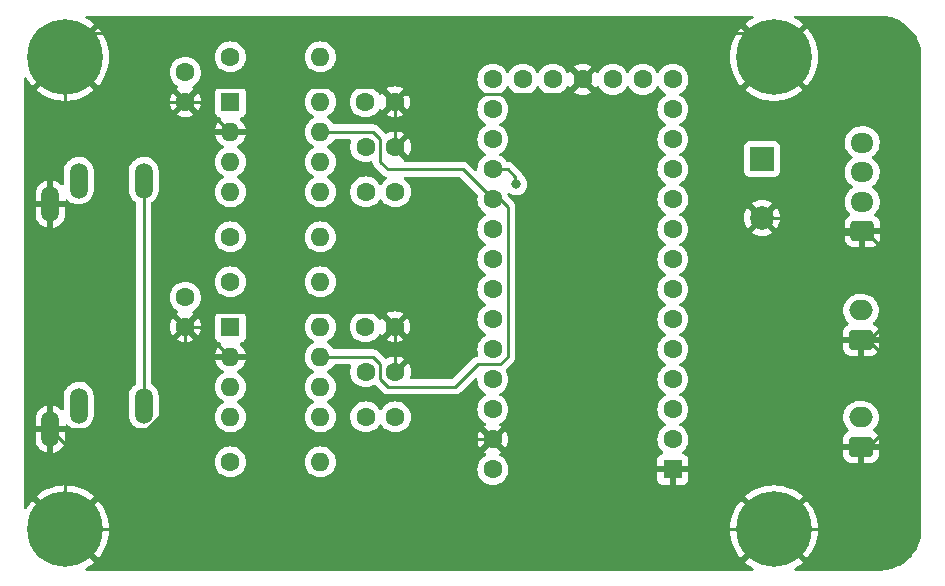
<source format=gbl>
%TF.GenerationSoftware,KiCad,Pcbnew,(6.0.4)*%
%TF.CreationDate,2022-03-22T23:36:16-04:00*%
%TF.ProjectId,larson_vu,6c617273-6f6e-45f7-9675-2e6b69636164,rev?*%
%TF.SameCoordinates,Original*%
%TF.FileFunction,Copper,L2,Bot*%
%TF.FilePolarity,Positive*%
%FSLAX46Y46*%
G04 Gerber Fmt 4.6, Leading zero omitted, Abs format (unit mm)*
G04 Created by KiCad (PCBNEW (6.0.4)) date 2022-03-22 23:36:16*
%MOMM*%
%LPD*%
G01*
G04 APERTURE LIST*
G04 Aperture macros list*
%AMRoundRect*
0 Rectangle with rounded corners*
0 $1 Rounding radius*
0 $2 $3 $4 $5 $6 $7 $8 $9 X,Y pos of 4 corners*
0 Add a 4 corners polygon primitive as box body*
4,1,4,$2,$3,$4,$5,$6,$7,$8,$9,$2,$3,0*
0 Add four circle primitives for the rounded corners*
1,1,$1+$1,$2,$3*
1,1,$1+$1,$4,$5*
1,1,$1+$1,$6,$7*
1,1,$1+$1,$8,$9*
0 Add four rect primitives between the rounded corners*
20,1,$1+$1,$2,$3,$4,$5,0*
20,1,$1+$1,$4,$5,$6,$7,0*
20,1,$1+$1,$6,$7,$8,$9,0*
20,1,$1+$1,$8,$9,$2,$3,0*%
G04 Aperture macros list end*
%TA.AperFunction,ComponentPad*%
%ADD10O,1.508000X3.016000*%
%TD*%
%TA.AperFunction,ComponentPad*%
%ADD11C,1.600000*%
%TD*%
%TA.AperFunction,ComponentPad*%
%ADD12RoundRect,0.250000X0.750000X-0.600000X0.750000X0.600000X-0.750000X0.600000X-0.750000X-0.600000X0*%
%TD*%
%TA.AperFunction,ComponentPad*%
%ADD13O,2.000000X1.700000*%
%TD*%
%TA.AperFunction,ComponentPad*%
%ADD14R,1.600000X1.600000*%
%TD*%
%TA.AperFunction,ComponentPad*%
%ADD15O,1.600000X1.600000*%
%TD*%
%TA.AperFunction,ComponentPad*%
%ADD16C,6.400000*%
%TD*%
%TA.AperFunction,ComponentPad*%
%ADD17R,2.000000X2.000000*%
%TD*%
%TA.AperFunction,ComponentPad*%
%ADD18C,2.000000*%
%TD*%
%TA.AperFunction,ComponentPad*%
%ADD19RoundRect,0.250000X0.725000X-0.600000X0.725000X0.600000X-0.725000X0.600000X-0.725000X-0.600000X0*%
%TD*%
%TA.AperFunction,ComponentPad*%
%ADD20O,1.950000X1.700000*%
%TD*%
%TA.AperFunction,ViaPad*%
%ADD21C,0.800000*%
%TD*%
%TA.AperFunction,Conductor*%
%ADD22C,0.250000*%
%TD*%
G04 APERTURE END LIST*
D10*
%TO.P,A2,1*%
%TO.N,GND*%
X38745000Y-71517500D03*
%TO.P,A2,2*%
%TO.N,AUDIO_L*%
X41145000Y-69517500D03*
%TO.P,A2,3*%
%TO.N,AUDIO_R*%
X46645000Y-69517500D03*
%TD*%
D11*
%TO.P,C3,1*%
%TO.N,Net-(C3-Pad1)*%
X67945000Y-51425000D03*
%TO.P,C3,2*%
%TO.N,Net-(C3-Pad2)*%
X65445000Y-51425000D03*
%TD*%
D12*
%TO.P,J2,1,Pin_1*%
%TO.N,GND*%
X107375000Y-73000000D03*
D13*
%TO.P,J2,2,Pin_2*%
%TO.N,RX*%
X107375000Y-70500000D03*
%TD*%
D11*
%TO.P,C6,1*%
%TO.N,Net-(C6-Pad1)*%
X65405000Y-62855000D03*
%TO.P,C6,2*%
%TO.N,GND*%
X67905000Y-62855000D03*
%TD*%
D14*
%TO.P,U1,1,GND*%
%TO.N,GND*%
X91440000Y-74920000D03*
D11*
%TO.P,U1,2,0_RX1_Touch*%
%TO.N,RX*%
X91440000Y-72380000D03*
%TO.P,U1,3,1_TX1_Touch*%
%TO.N,unconnected-(U1-Pad3)*%
X91440000Y-69840000D03*
%TO.P,U1,4,2*%
%TO.N,unconnected-(U1-Pad4)*%
X91440000Y-67300000D03*
%TO.P,U1,5,3_TX_PWM*%
%TO.N,unconnected-(U1-Pad5)*%
X91440000Y-64760000D03*
%TO.P,U1,6,4_RX_PWM*%
%TO.N,unconnected-(U1-Pad6)*%
X91440000Y-62220000D03*
%TO.P,U1,7,5_TX1_PWM*%
%TO.N,unconnected-(U1-Pad7)*%
X91440000Y-59680000D03*
%TO.P,U1,8,6_PWM*%
%TO.N,unconnected-(U1-Pad8)*%
X91440000Y-57140000D03*
%TO.P,U1,9,7_RX3_DOUT*%
%TO.N,unconnected-(U1-Pad9)*%
X91440000Y-54600000D03*
%TO.P,U1,10,8_TX3_DIN*%
%TO.N,unconnected-(U1-Pad10)*%
X91440000Y-52060000D03*
%TO.P,U1,11,9_RX2_CS_PWM*%
%TO.N,unconnected-(U1-Pad11)*%
X91440000Y-49520000D03*
%TO.P,U1,12,10_TX2_CS_PWM*%
%TO.N,unconnected-(U1-Pad12)*%
X91440000Y-46980000D03*
%TO.P,U1,13,11_DOUT*%
%TO.N,LED_DATA*%
X91440000Y-44440000D03*
%TO.P,U1,14,12_DIN*%
%TO.N,unconnected-(U1-Pad14)*%
X91440000Y-41900000D03*
%TO.P,U1,15,VBat*%
%TO.N,unconnected-(U1-Pad15)*%
X88900000Y-41900000D03*
%TO.P,U1,16,3.3V*%
%TO.N,unconnected-(U1-Pad16)*%
X86360000Y-41900000D03*
%TO.P,U1,17,GND*%
%TO.N,GND*%
X83820000Y-41900000D03*
%TO.P,U1,18,Program*%
%TO.N,unconnected-(U1-Pad18)*%
X81280000Y-41900000D03*
%TO.P,U1,19,A14/DAC*%
%TO.N,unconnected-(U1-Pad19)*%
X78740000Y-41900000D03*
%TO.P,U1,20,13_LED_SCK*%
%TO.N,LED_CLOCK*%
X76200000Y-41900000D03*
%TO.P,U1,21,14_A0_SCK*%
%TO.N,A0*%
X76200000Y-44440000D03*
%TO.P,U1,22,15_A1_CS_Touch*%
%TO.N,A1*%
X76200000Y-46980000D03*
%TO.P,U1,23,16_A2_SCL0_Touch*%
%TO.N,STROBE*%
X76200000Y-49520000D03*
%TO.P,U1,24,17_A3_SDA0_Touch*%
%TO.N,RESET*%
X76200000Y-52060000D03*
%TO.P,U1,25,18_A4_SDA0_Touch*%
%TO.N,unconnected-(U1-Pad25)*%
X76200000Y-54600000D03*
%TO.P,U1,26,19_A5_SCL0_Touch*%
%TO.N,unconnected-(U1-Pad26)*%
X76200000Y-57140000D03*
%TO.P,U1,27,20_A6_CS_PWM*%
%TO.N,unconnected-(U1-Pad27)*%
X76200000Y-59680000D03*
%TO.P,U1,28,21_A7_RX1_CS_PWM*%
%TO.N,unconnected-(U1-Pad28)*%
X76200000Y-62220000D03*
%TO.P,U1,29,22_A8_Touch_PWM*%
%TO.N,unconnected-(U1-Pad29)*%
X76200000Y-64760000D03*
%TO.P,U1,30,23_A9_Touch_PWM*%
%TO.N,unconnected-(U1-Pad30)*%
X76200000Y-67300000D03*
%TO.P,U1,31,3.3V*%
%TO.N,unconnected-(U1-Pad31)*%
X76200000Y-69840000D03*
%TO.P,U1,32,AGND*%
%TO.N,GND*%
X76200000Y-72380000D03*
%TO.P,U1,33,Vin*%
%TO.N,+5V*%
X76200000Y-74920000D03*
%TD*%
%TO.P,R2,1*%
%TO.N,AUDIO_R*%
X53975000Y-74285000D03*
D15*
%TO.P,R2,2*%
%TO.N,Net-(C4-Pad1)*%
X61595000Y-74285000D03*
%TD*%
D11*
%TO.P,R4,1*%
%TO.N,+5V*%
X53975000Y-59045000D03*
D15*
%TO.P,R4,2*%
%TO.N,Net-(C6-Pad1)*%
X61595000Y-59045000D03*
%TD*%
D16*
%TO.P,H1,1,1*%
%TO.N,GND*%
X40000000Y-40000000D03*
%TD*%
%TO.P,H4,1,1*%
%TO.N,GND*%
X100000000Y-40000000D03*
%TD*%
D11*
%TO.P,C1,1*%
%TO.N,GND*%
X50165000Y-43805000D03*
%TO.P,C1,2*%
%TO.N,+5V*%
X50165000Y-41305000D03*
%TD*%
%TO.P,R3,1*%
%TO.N,+5V*%
X53975000Y-39995000D03*
D15*
%TO.P,R3,2*%
%TO.N,Net-(C5-Pad1)*%
X61595000Y-39995000D03*
%TD*%
D10*
%TO.P,A1,1*%
%TO.N,GND*%
X38745000Y-52467500D03*
%TO.P,A1,2*%
%TO.N,AUDIO_L*%
X41145000Y-50467500D03*
%TO.P,A1,3*%
%TO.N,AUDIO_R*%
X46645000Y-50467500D03*
%TD*%
D12*
%TO.P,J1,1,Pin_1*%
%TO.N,GND*%
X107375000Y-63950000D03*
D13*
%TO.P,J1,2,Pin_2*%
%TO.N,+5V*%
X107375000Y-61450000D03*
%TD*%
D11*
%TO.P,C4,1*%
%TO.N,Net-(C4-Pad1)*%
X67945000Y-70475000D03*
%TO.P,C4,2*%
%TO.N,Net-(C4-Pad2)*%
X65445000Y-70475000D03*
%TD*%
D16*
%TO.P,H2,1,1*%
%TO.N,GND*%
X100000000Y-80000000D03*
%TD*%
D14*
%TO.P,U2,1,VDD*%
%TO.N,+5V*%
X53985000Y-43815000D03*
D15*
%TO.P,U2,2,VSS*%
%TO.N,GND*%
X53985000Y-46355000D03*
%TO.P,U2,3,OUT*%
%TO.N,A0*%
X53985000Y-48895000D03*
%TO.P,U2,4,STROBE*%
%TO.N,STROBE*%
X53985000Y-51435000D03*
%TO.P,U2,5,IN*%
%TO.N,Net-(C3-Pad2)*%
X61605000Y-51435000D03*
%TO.P,U2,6,GND*%
%TO.N,Net-(C7-Pad2)*%
X61605000Y-48895000D03*
%TO.P,U2,7,RESET*%
%TO.N,RESET*%
X61605000Y-46355000D03*
%TO.P,U2,8,CKIN*%
%TO.N,Net-(C5-Pad1)*%
X61605000Y-43815000D03*
%TD*%
D11*
%TO.P,C7,1*%
%TO.N,GND*%
X67945000Y-47615000D03*
%TO.P,C7,2*%
%TO.N,Net-(C7-Pad2)*%
X65445000Y-47615000D03*
%TD*%
%TO.P,C8,1*%
%TO.N,GND*%
X67945000Y-66665000D03*
%TO.P,C8,2*%
%TO.N,Net-(C8-Pad2)*%
X65445000Y-66665000D03*
%TD*%
D17*
%TO.P,C9,1*%
%TO.N,+5V*%
X99000000Y-48632323D03*
D18*
%TO.P,C9,2*%
%TO.N,GND*%
X99000000Y-53632323D03*
%TD*%
D14*
%TO.P,U3,1,VDD*%
%TO.N,+5V*%
X53985000Y-62865000D03*
D15*
%TO.P,U3,2,VSS*%
%TO.N,GND*%
X53985000Y-65405000D03*
%TO.P,U3,3,OUT*%
%TO.N,A1*%
X53985000Y-67945000D03*
%TO.P,U3,4,STROBE*%
%TO.N,STROBE*%
X53985000Y-70485000D03*
%TO.P,U3,5,IN*%
%TO.N,Net-(C4-Pad2)*%
X61605000Y-70485000D03*
%TO.P,U3,6,GND*%
%TO.N,Net-(C8-Pad2)*%
X61605000Y-67945000D03*
%TO.P,U3,7,RESET*%
%TO.N,RESET*%
X61605000Y-65405000D03*
%TO.P,U3,8,CKIN*%
%TO.N,Net-(C6-Pad1)*%
X61605000Y-62865000D03*
%TD*%
D11*
%TO.P,C2,1*%
%TO.N,GND*%
X50165000Y-62855000D03*
%TO.P,C2,2*%
%TO.N,+5V*%
X50165000Y-60355000D03*
%TD*%
D16*
%TO.P,H3,1,1*%
%TO.N,GND*%
X40000000Y-80000000D03*
%TD*%
D19*
%TO.P,J3,1,Pin_1*%
%TO.N,GND*%
X107475000Y-54750000D03*
D20*
%TO.P,J3,2,Pin_2*%
%TO.N,LED_DATA*%
X107475000Y-52250000D03*
%TO.P,J3,3,Pin_3*%
%TO.N,LED_CLOCK*%
X107475000Y-49750000D03*
%TO.P,J3,4,Pin_4*%
%TO.N,+5V*%
X107475000Y-47250000D03*
%TD*%
D11*
%TO.P,C5,1*%
%TO.N,Net-(C5-Pad1)*%
X65405000Y-43805000D03*
%TO.P,C5,2*%
%TO.N,GND*%
X67905000Y-43805000D03*
%TD*%
%TO.P,R1,1*%
%TO.N,AUDIO_L*%
X53975000Y-55235000D03*
D15*
%TO.P,R1,2*%
%TO.N,Net-(C3-Pad1)*%
X61595000Y-55235000D03*
%TD*%
D21*
%TO.N,STROBE*%
X78194500Y-50790000D03*
%TD*%
D22*
%TO.N,GND*%
X109000000Y-56000000D02*
X107750000Y-54750000D01*
X40005000Y-40005000D02*
X40000000Y-40000000D01*
X40000000Y-80000000D02*
X100000000Y-80000000D01*
X66675000Y-61585000D02*
X66675000Y-61625000D01*
X101632323Y-53632323D02*
X103000000Y-55000000D01*
X107375000Y-63950000D02*
X108050000Y-63950000D01*
X51435000Y-62855000D02*
X53985000Y-65405000D01*
X40000000Y-72772500D02*
X38745000Y-71517500D01*
X76200000Y-72380000D02*
X47625000Y-72380000D01*
X106000000Y-80000000D02*
X107375000Y-78625000D01*
X107950000Y-63950000D02*
X107375000Y-63950000D01*
X100000000Y-80000000D02*
X106000000Y-80000000D01*
X50165000Y-62855000D02*
X51435000Y-61585000D01*
X107225000Y-55000000D02*
X107475000Y-54750000D01*
X50165000Y-68276757D02*
X50165000Y-62855000D01*
X103000000Y-55000000D02*
X107225000Y-55000000D01*
X82550000Y-43170000D02*
X83820000Y-41900000D01*
X109000000Y-72000000D02*
X109000000Y-65000000D01*
X91440000Y-74920000D02*
X94920000Y-74920000D01*
X46762500Y-71517500D02*
X46924257Y-71517500D01*
X51435000Y-43805000D02*
X53985000Y-46355000D01*
X50165000Y-62855000D02*
X51435000Y-62855000D01*
X107750000Y-54750000D02*
X107475000Y-54750000D01*
X40005000Y-43805000D02*
X50165000Y-43805000D01*
X51435000Y-42535000D02*
X66635000Y-42535000D01*
X51435000Y-61585000D02*
X66675000Y-61585000D01*
X50165000Y-43805000D02*
X51435000Y-43805000D01*
X94920000Y-74920000D02*
X100000000Y-80000000D01*
X38745000Y-45065000D02*
X40005000Y-43805000D01*
X67905000Y-43805000D02*
X68540000Y-43170000D01*
X50165000Y-43805000D02*
X51435000Y-42535000D01*
X78740000Y-74920000D02*
X91440000Y-74920000D01*
X40000000Y-80000000D02*
X40000000Y-72772500D01*
X76200000Y-72380000D02*
X78740000Y-74920000D01*
X40005000Y-43805000D02*
X40005000Y-40005000D01*
X67905000Y-43805000D02*
X67905000Y-47575000D01*
X109000000Y-63000000D02*
X109000000Y-56000000D01*
X108000000Y-73000000D02*
X109000000Y-72000000D01*
X99000000Y-53632323D02*
X101632323Y-53632323D01*
X42000000Y-38000000D02*
X98000000Y-38000000D01*
X38745000Y-52467500D02*
X38745000Y-45065000D01*
X66675000Y-61625000D02*
X67905000Y-62855000D01*
X47625000Y-72380000D02*
X46762500Y-71517500D01*
X38745000Y-71517500D02*
X46762500Y-71517500D01*
X66635000Y-42535000D02*
X67905000Y-43805000D01*
X108050000Y-63950000D02*
X109000000Y-63000000D01*
X107375000Y-78625000D02*
X107375000Y-73000000D01*
X67945000Y-66665000D02*
X67945000Y-62895000D01*
X107375000Y-73000000D02*
X108000000Y-73000000D01*
X109000000Y-65000000D02*
X107950000Y-63950000D01*
X46924257Y-71517500D02*
X50165000Y-68276757D01*
X68540000Y-43170000D02*
X82550000Y-43170000D01*
X40000000Y-40000000D02*
X42000000Y-38000000D01*
X67945000Y-62895000D02*
X67905000Y-62855000D01*
X98000000Y-38000000D02*
X100000000Y-40000000D01*
X38745000Y-71517500D02*
X38745000Y-52467500D01*
X67905000Y-47575000D02*
X67945000Y-47615000D01*
%TO.N,STROBE*%
X78194500Y-50790000D02*
X78105000Y-50700500D01*
X77470000Y-49520000D02*
X76200000Y-49520000D01*
X78105000Y-50700500D02*
X78105000Y-50155000D01*
X78105000Y-50155000D02*
X77470000Y-49520000D01*
%TO.N,RESET*%
X66040000Y-65395000D02*
X66675000Y-66030000D01*
X66675000Y-48885000D02*
X67310000Y-49520000D01*
X73660000Y-49520000D02*
X76200000Y-52060000D01*
X66030000Y-65405000D02*
X66040000Y-65395000D01*
X67310000Y-67935000D02*
X73025000Y-67935000D01*
X61605000Y-46355000D02*
X66050000Y-46355000D01*
X66675000Y-46980000D02*
X66675000Y-48885000D01*
X66050000Y-46355000D02*
X66675000Y-46980000D01*
X77470000Y-52695000D02*
X76835000Y-52060000D01*
X77470000Y-65395000D02*
X77470000Y-52695000D01*
X66675000Y-66030000D02*
X66675000Y-67300000D01*
X66675000Y-67300000D02*
X67310000Y-67935000D01*
X74930000Y-66030000D02*
X76835000Y-66030000D01*
X76835000Y-52060000D02*
X76200000Y-52060000D01*
X67310000Y-49520000D02*
X73660000Y-49520000D01*
X61605000Y-65405000D02*
X66030000Y-65405000D01*
X73025000Y-67935000D02*
X74930000Y-66030000D01*
X76835000Y-66030000D02*
X77470000Y-65395000D01*
%TO.N,AUDIO_R*%
X46645000Y-69517500D02*
X46645000Y-50467500D01*
%TD*%
%TA.AperFunction,Conductor*%
%TO.N,GND*%
G36*
X98228176Y-36528502D02*
G01*
X98274669Y-36582158D01*
X98284773Y-36652432D01*
X98255279Y-36717012D01*
X98217258Y-36746767D01*
X98146397Y-36782872D01*
X98140687Y-36786169D01*
X97820265Y-36994253D01*
X97814939Y-36998123D01*
X97576165Y-37191478D01*
X97567700Y-37203733D01*
X97574034Y-37214824D01*
X99987188Y-39627978D01*
X100001132Y-39635592D01*
X100002965Y-39635461D01*
X100009580Y-39631210D01*
X102425100Y-37215690D01*
X102432241Y-37202614D01*
X102424784Y-37192247D01*
X102185065Y-36998126D01*
X102179728Y-36994249D01*
X101859315Y-36786170D01*
X101853606Y-36782874D01*
X101782743Y-36746767D01*
X101731128Y-36698019D01*
X101714062Y-36629104D01*
X101736963Y-36561902D01*
X101792560Y-36517750D01*
X101839946Y-36508500D01*
X108950633Y-36508500D01*
X108970018Y-36510000D01*
X108984852Y-36512310D01*
X108984855Y-36512310D01*
X108993724Y-36513691D01*
X109002627Y-36512527D01*
X109002628Y-36512527D01*
X109013076Y-36511161D01*
X109035594Y-36510249D01*
X109336051Y-36525010D01*
X109348345Y-36526221D01*
X109675034Y-36574680D01*
X109687156Y-36577090D01*
X109707387Y-36582158D01*
X110007523Y-36657339D01*
X110019355Y-36660928D01*
X110330311Y-36772190D01*
X110341735Y-36776922D01*
X110409500Y-36808972D01*
X110640292Y-36918128D01*
X110651188Y-36923953D01*
X110768471Y-36994249D01*
X110934467Y-37093744D01*
X110944748Y-37100614D01*
X111210017Y-37297350D01*
X111219556Y-37305177D01*
X111464282Y-37526985D01*
X111473015Y-37535718D01*
X111694823Y-37780444D01*
X111702650Y-37789983D01*
X111846901Y-37984483D01*
X111899386Y-38055252D01*
X111906256Y-38065533D01*
X112076045Y-38348807D01*
X112081874Y-38359712D01*
X112223078Y-38658265D01*
X112227810Y-38669689D01*
X112339072Y-38980645D01*
X112342661Y-38992477D01*
X112422909Y-39312841D01*
X112425320Y-39324966D01*
X112471378Y-39635461D01*
X112473779Y-39651650D01*
X112474990Y-39663949D01*
X112480319Y-39772393D01*
X112489390Y-39957034D01*
X112488042Y-39982598D01*
X112486309Y-39993724D01*
X112488628Y-40011457D01*
X112490436Y-40025283D01*
X112491500Y-40041621D01*
X112491500Y-79950633D01*
X112490000Y-79970018D01*
X112486309Y-79993724D01*
X112487473Y-80002627D01*
X112487473Y-80002628D01*
X112488839Y-80013076D01*
X112489751Y-80035597D01*
X112474991Y-80336045D01*
X112473779Y-80348345D01*
X112467109Y-80393316D01*
X112425321Y-80675031D01*
X112422909Y-80687159D01*
X112342661Y-81007523D01*
X112339072Y-81019355D01*
X112227810Y-81330311D01*
X112223078Y-81341735D01*
X112081874Y-81640288D01*
X112076045Y-81651193D01*
X111906256Y-81934467D01*
X111899386Y-81944748D01*
X111702650Y-82210017D01*
X111694823Y-82219556D01*
X111502002Y-82432300D01*
X111473020Y-82464277D01*
X111464282Y-82473015D01*
X111219556Y-82694823D01*
X111210017Y-82702650D01*
X111067265Y-82808522D01*
X110944748Y-82899386D01*
X110934467Y-82906256D01*
X110792101Y-82991588D01*
X110651188Y-83076047D01*
X110640292Y-83081872D01*
X110505870Y-83145448D01*
X110341735Y-83223078D01*
X110330311Y-83227810D01*
X110019355Y-83339072D01*
X110007523Y-83342661D01*
X109781196Y-83399354D01*
X109687156Y-83422910D01*
X109675034Y-83425320D01*
X109348345Y-83473779D01*
X109336051Y-83474990D01*
X109042961Y-83489390D01*
X109017402Y-83488042D01*
X109006276Y-83486309D01*
X108974714Y-83490436D01*
X108958379Y-83491500D01*
X101839946Y-83491500D01*
X101771825Y-83471498D01*
X101725332Y-83417842D01*
X101715228Y-83347568D01*
X101744722Y-83282988D01*
X101782743Y-83253233D01*
X101853606Y-83217126D01*
X101859315Y-83213830D01*
X102179728Y-83005751D01*
X102185065Y-83001874D01*
X102423835Y-82808522D01*
X102432300Y-82796267D01*
X102425966Y-82785176D01*
X100012812Y-80372022D01*
X99998868Y-80364408D01*
X99997035Y-80364539D01*
X99990420Y-80368790D01*
X97574900Y-82784310D01*
X97567759Y-82797386D01*
X97575216Y-82807753D01*
X97814935Y-83001874D01*
X97820272Y-83005751D01*
X98140685Y-83213830D01*
X98146394Y-83217126D01*
X98217257Y-83253233D01*
X98268872Y-83301981D01*
X98285938Y-83370896D01*
X98263037Y-83438098D01*
X98207440Y-83482250D01*
X98160054Y-83491500D01*
X41839946Y-83491500D01*
X41771825Y-83471498D01*
X41725332Y-83417842D01*
X41715228Y-83347568D01*
X41744722Y-83282988D01*
X41782743Y-83253233D01*
X41853606Y-83217126D01*
X41859315Y-83213830D01*
X42179728Y-83005751D01*
X42185065Y-83001874D01*
X42423835Y-82808522D01*
X42432300Y-82796267D01*
X42425966Y-82785176D01*
X39641922Y-80001132D01*
X40364408Y-80001132D01*
X40364539Y-80002965D01*
X40368790Y-80009580D01*
X42784310Y-82425100D01*
X42797386Y-82432241D01*
X42807753Y-82424784D01*
X43001877Y-82185061D01*
X43005747Y-82179735D01*
X43213831Y-81859313D01*
X43217128Y-81853603D01*
X43390578Y-81513189D01*
X43393260Y-81507164D01*
X43530171Y-81150498D01*
X43532212Y-81144216D01*
X43631094Y-80775184D01*
X43632465Y-80768734D01*
X43692234Y-80391371D01*
X43692920Y-80384833D01*
X43712916Y-80003301D01*
X96287084Y-80003301D01*
X96307080Y-80384833D01*
X96307766Y-80391371D01*
X96367535Y-80768734D01*
X96368906Y-80775184D01*
X96467788Y-81144216D01*
X96469829Y-81150498D01*
X96606740Y-81507164D01*
X96609422Y-81513189D01*
X96782872Y-81853603D01*
X96786169Y-81859313D01*
X96994253Y-82179735D01*
X96998123Y-82185061D01*
X97191478Y-82423835D01*
X97203733Y-82432300D01*
X97214824Y-82425966D01*
X99627978Y-80012812D01*
X99634356Y-80001132D01*
X100364408Y-80001132D01*
X100364539Y-80002965D01*
X100368790Y-80009580D01*
X102784310Y-82425100D01*
X102797386Y-82432241D01*
X102807753Y-82424784D01*
X103001877Y-82185061D01*
X103005747Y-82179735D01*
X103213831Y-81859313D01*
X103217128Y-81853603D01*
X103390578Y-81513189D01*
X103393260Y-81507164D01*
X103530171Y-81150498D01*
X103532212Y-81144216D01*
X103631094Y-80775184D01*
X103632465Y-80768734D01*
X103692234Y-80391371D01*
X103692920Y-80384833D01*
X103712916Y-80003301D01*
X103712916Y-79996699D01*
X103692920Y-79615167D01*
X103692234Y-79608629D01*
X103632465Y-79231266D01*
X103631094Y-79224816D01*
X103532212Y-78855784D01*
X103530171Y-78849502D01*
X103393260Y-78492836D01*
X103390578Y-78486811D01*
X103217128Y-78146397D01*
X103213831Y-78140687D01*
X103005747Y-77820265D01*
X103001877Y-77814939D01*
X102808522Y-77576165D01*
X102796267Y-77567700D01*
X102785176Y-77574034D01*
X100372022Y-79987188D01*
X100364408Y-80001132D01*
X99634356Y-80001132D01*
X99635592Y-79998868D01*
X99635461Y-79997035D01*
X99631210Y-79990420D01*
X97215690Y-77574900D01*
X97202614Y-77567759D01*
X97192247Y-77575216D01*
X96998123Y-77814939D01*
X96994253Y-77820265D01*
X96786169Y-78140687D01*
X96782872Y-78146397D01*
X96609422Y-78486811D01*
X96606740Y-78492836D01*
X96469829Y-78849502D01*
X96467788Y-78855784D01*
X96368906Y-79224816D01*
X96367535Y-79231266D01*
X96307766Y-79608629D01*
X96307080Y-79615167D01*
X96287084Y-79996699D01*
X96287084Y-80003301D01*
X43712916Y-80003301D01*
X43712916Y-79996699D01*
X43692920Y-79615167D01*
X43692234Y-79608629D01*
X43632465Y-79231266D01*
X43631094Y-79224816D01*
X43532212Y-78855784D01*
X43530171Y-78849502D01*
X43393260Y-78492836D01*
X43390578Y-78486811D01*
X43217128Y-78146397D01*
X43213831Y-78140687D01*
X43005747Y-77820265D01*
X43001877Y-77814939D01*
X42808522Y-77576165D01*
X42796267Y-77567700D01*
X42785176Y-77574034D01*
X40372022Y-79987188D01*
X40364408Y-80001132D01*
X39641922Y-80001132D01*
X37215690Y-77574900D01*
X37202614Y-77567759D01*
X37192247Y-77575216D01*
X36998123Y-77814939D01*
X36994253Y-77820265D01*
X36786169Y-78140687D01*
X36782872Y-78146397D01*
X36746767Y-78217258D01*
X36698019Y-78268873D01*
X36629104Y-78285939D01*
X36561902Y-78263038D01*
X36517750Y-78207441D01*
X36508500Y-78160055D01*
X36508500Y-77203733D01*
X37567700Y-77203733D01*
X37574034Y-77214824D01*
X39987188Y-79627978D01*
X40001132Y-79635592D01*
X40002965Y-79635461D01*
X40009580Y-79631210D01*
X42425100Y-77215690D01*
X42431630Y-77203733D01*
X97567700Y-77203733D01*
X97574034Y-77214824D01*
X99987188Y-79627978D01*
X100001132Y-79635592D01*
X100002965Y-79635461D01*
X100009580Y-79631210D01*
X102425100Y-77215690D01*
X102432241Y-77202614D01*
X102424784Y-77192247D01*
X102185065Y-76998126D01*
X102179728Y-76994249D01*
X101859315Y-76786170D01*
X101853606Y-76782873D01*
X101513189Y-76609422D01*
X101507164Y-76606740D01*
X101150498Y-76469829D01*
X101144216Y-76467788D01*
X100775184Y-76368906D01*
X100768734Y-76367535D01*
X100391371Y-76307766D01*
X100384833Y-76307080D01*
X100003301Y-76287084D01*
X99996699Y-76287084D01*
X99615167Y-76307080D01*
X99608629Y-76307766D01*
X99231266Y-76367535D01*
X99224816Y-76368906D01*
X98855784Y-76467788D01*
X98849502Y-76469829D01*
X98492836Y-76606740D01*
X98486811Y-76609422D01*
X98146397Y-76782872D01*
X98140687Y-76786169D01*
X97820265Y-76994253D01*
X97814939Y-76998123D01*
X97576165Y-77191478D01*
X97567700Y-77203733D01*
X42431630Y-77203733D01*
X42432241Y-77202614D01*
X42424784Y-77192247D01*
X42185065Y-76998126D01*
X42179728Y-76994249D01*
X41859315Y-76786170D01*
X41853606Y-76782873D01*
X41513189Y-76609422D01*
X41507164Y-76606740D01*
X41150498Y-76469829D01*
X41144216Y-76467788D01*
X40775184Y-76368906D01*
X40768734Y-76367535D01*
X40391371Y-76307766D01*
X40384833Y-76307080D01*
X40003301Y-76287084D01*
X39996699Y-76287084D01*
X39615167Y-76307080D01*
X39608629Y-76307766D01*
X39231266Y-76367535D01*
X39224816Y-76368906D01*
X38855784Y-76467788D01*
X38849502Y-76469829D01*
X38492836Y-76606740D01*
X38486811Y-76609422D01*
X38146397Y-76782872D01*
X38140687Y-76786169D01*
X37820265Y-76994253D01*
X37814939Y-76998123D01*
X37576165Y-77191478D01*
X37567700Y-77203733D01*
X36508500Y-77203733D01*
X36508500Y-74285000D01*
X52661502Y-74285000D01*
X52681457Y-74513087D01*
X52682881Y-74518400D01*
X52682881Y-74518402D01*
X52729374Y-74691913D01*
X52740716Y-74734243D01*
X52743039Y-74739224D01*
X52743039Y-74739225D01*
X52835151Y-74936762D01*
X52835154Y-74936767D01*
X52837477Y-74941749D01*
X52968802Y-75129300D01*
X53130700Y-75291198D01*
X53135208Y-75294355D01*
X53135211Y-75294357D01*
X53213389Y-75349098D01*
X53318251Y-75422523D01*
X53323233Y-75424846D01*
X53323238Y-75424849D01*
X53520775Y-75516961D01*
X53525757Y-75519284D01*
X53531065Y-75520706D01*
X53531067Y-75520707D01*
X53741598Y-75577119D01*
X53741600Y-75577119D01*
X53746913Y-75578543D01*
X53975000Y-75598498D01*
X54203087Y-75578543D01*
X54208400Y-75577119D01*
X54208402Y-75577119D01*
X54418933Y-75520707D01*
X54418935Y-75520706D01*
X54424243Y-75519284D01*
X54429225Y-75516961D01*
X54626762Y-75424849D01*
X54626767Y-75424846D01*
X54631749Y-75422523D01*
X54736611Y-75349098D01*
X54814789Y-75294357D01*
X54814792Y-75294355D01*
X54819300Y-75291198D01*
X54981198Y-75129300D01*
X55112523Y-74941749D01*
X55114846Y-74936767D01*
X55114849Y-74936762D01*
X55206961Y-74739225D01*
X55206961Y-74739224D01*
X55209284Y-74734243D01*
X55220627Y-74691913D01*
X55267119Y-74518402D01*
X55267119Y-74518400D01*
X55268543Y-74513087D01*
X55288498Y-74285000D01*
X60281502Y-74285000D01*
X60301457Y-74513087D01*
X60302881Y-74518400D01*
X60302881Y-74518402D01*
X60349374Y-74691913D01*
X60360716Y-74734243D01*
X60363039Y-74739224D01*
X60363039Y-74739225D01*
X60455151Y-74936762D01*
X60455154Y-74936767D01*
X60457477Y-74941749D01*
X60588802Y-75129300D01*
X60750700Y-75291198D01*
X60755208Y-75294355D01*
X60755211Y-75294357D01*
X60833389Y-75349098D01*
X60938251Y-75422523D01*
X60943233Y-75424846D01*
X60943238Y-75424849D01*
X61140775Y-75516961D01*
X61145757Y-75519284D01*
X61151065Y-75520706D01*
X61151067Y-75520707D01*
X61361598Y-75577119D01*
X61361600Y-75577119D01*
X61366913Y-75578543D01*
X61595000Y-75598498D01*
X61823087Y-75578543D01*
X61828400Y-75577119D01*
X61828402Y-75577119D01*
X62038933Y-75520707D01*
X62038935Y-75520706D01*
X62044243Y-75519284D01*
X62049225Y-75516961D01*
X62246762Y-75424849D01*
X62246767Y-75424846D01*
X62251749Y-75422523D01*
X62356611Y-75349098D01*
X62434789Y-75294357D01*
X62434792Y-75294355D01*
X62439300Y-75291198D01*
X62601198Y-75129300D01*
X62732523Y-74941749D01*
X62734846Y-74936767D01*
X62734849Y-74936762D01*
X62742665Y-74920000D01*
X74886502Y-74920000D01*
X74906457Y-75148087D01*
X74907881Y-75153400D01*
X74907881Y-75153402D01*
X74943760Y-75287301D01*
X74965716Y-75369243D01*
X74968039Y-75374224D01*
X74968039Y-75374225D01*
X75060151Y-75571762D01*
X75060154Y-75571767D01*
X75062477Y-75576749D01*
X75193802Y-75764300D01*
X75355700Y-75926198D01*
X75360208Y-75929355D01*
X75360211Y-75929357D01*
X75401195Y-75958054D01*
X75543251Y-76057523D01*
X75548233Y-76059846D01*
X75548238Y-76059849D01*
X75745775Y-76151961D01*
X75750757Y-76154284D01*
X75756065Y-76155706D01*
X75756067Y-76155707D01*
X75966598Y-76212119D01*
X75966600Y-76212119D01*
X75971913Y-76213543D01*
X76200000Y-76233498D01*
X76428087Y-76213543D01*
X76433400Y-76212119D01*
X76433402Y-76212119D01*
X76643933Y-76155707D01*
X76643935Y-76155706D01*
X76649243Y-76154284D01*
X76654225Y-76151961D01*
X76851762Y-76059849D01*
X76851767Y-76059846D01*
X76856749Y-76057523D01*
X76998805Y-75958054D01*
X77039789Y-75929357D01*
X77039792Y-75929355D01*
X77044300Y-75926198D01*
X77205829Y-75764669D01*
X90132001Y-75764669D01*
X90132371Y-75771490D01*
X90137895Y-75822352D01*
X90141521Y-75837604D01*
X90186676Y-75958054D01*
X90195214Y-75973649D01*
X90271715Y-76075724D01*
X90284276Y-76088285D01*
X90386351Y-76164786D01*
X90401946Y-76173324D01*
X90522394Y-76218478D01*
X90537649Y-76222105D01*
X90588514Y-76227631D01*
X90595328Y-76228000D01*
X91167885Y-76228000D01*
X91183124Y-76223525D01*
X91184329Y-76222135D01*
X91186000Y-76214452D01*
X91186000Y-76209884D01*
X91694000Y-76209884D01*
X91698475Y-76225123D01*
X91699865Y-76226328D01*
X91707548Y-76227999D01*
X92284669Y-76227999D01*
X92291490Y-76227629D01*
X92342352Y-76222105D01*
X92357604Y-76218479D01*
X92478054Y-76173324D01*
X92493649Y-76164786D01*
X92595724Y-76088285D01*
X92608285Y-76075724D01*
X92684786Y-75973649D01*
X92693324Y-75958054D01*
X92738478Y-75837606D01*
X92742105Y-75822351D01*
X92747631Y-75771486D01*
X92748000Y-75764672D01*
X92748000Y-75192115D01*
X92743525Y-75176876D01*
X92742135Y-75175671D01*
X92734452Y-75174000D01*
X91712115Y-75174000D01*
X91696876Y-75178475D01*
X91695671Y-75179865D01*
X91694000Y-75187548D01*
X91694000Y-76209884D01*
X91186000Y-76209884D01*
X91186000Y-75192115D01*
X91181525Y-75176876D01*
X91180135Y-75175671D01*
X91172452Y-75174000D01*
X90150116Y-75174000D01*
X90134877Y-75178475D01*
X90133672Y-75179865D01*
X90132001Y-75187548D01*
X90132001Y-75764669D01*
X77205829Y-75764669D01*
X77206198Y-75764300D01*
X77337523Y-75576749D01*
X77339846Y-75571767D01*
X77339849Y-75571762D01*
X77431961Y-75374225D01*
X77431961Y-75374224D01*
X77434284Y-75369243D01*
X77456241Y-75287301D01*
X77492119Y-75153402D01*
X77492119Y-75153400D01*
X77493543Y-75148087D01*
X77513498Y-74920000D01*
X77493543Y-74691913D01*
X77485028Y-74660135D01*
X77435707Y-74476067D01*
X77435706Y-74476065D01*
X77434284Y-74470757D01*
X77381705Y-74358000D01*
X77339849Y-74268238D01*
X77339846Y-74268233D01*
X77337523Y-74263251D01*
X77206198Y-74075700D01*
X77044300Y-73913802D01*
X77039792Y-73910645D01*
X77039789Y-73910643D01*
X76940424Y-73841067D01*
X76856749Y-73782477D01*
X76851767Y-73780154D01*
X76851762Y-73780151D01*
X76816951Y-73763919D01*
X76763666Y-73717002D01*
X76744205Y-73648725D01*
X76764747Y-73580765D01*
X76816951Y-73535529D01*
X76851511Y-73519414D01*
X76861006Y-73513931D01*
X76913048Y-73477491D01*
X76921424Y-73467012D01*
X76914356Y-73453566D01*
X76212812Y-72752022D01*
X76198868Y-72744408D01*
X76197035Y-72744539D01*
X76190420Y-72748790D01*
X75484923Y-73454287D01*
X75478493Y-73466062D01*
X75487789Y-73478077D01*
X75538994Y-73513931D01*
X75548489Y-73519414D01*
X75583049Y-73535529D01*
X75636334Y-73582446D01*
X75655795Y-73650723D01*
X75635253Y-73718683D01*
X75583049Y-73763919D01*
X75548238Y-73780151D01*
X75548233Y-73780154D01*
X75543251Y-73782477D01*
X75459576Y-73841067D01*
X75360211Y-73910643D01*
X75360208Y-73910645D01*
X75355700Y-73913802D01*
X75193802Y-74075700D01*
X75062477Y-74263251D01*
X75060154Y-74268233D01*
X75060151Y-74268238D01*
X75018295Y-74358000D01*
X74965716Y-74470757D01*
X74964294Y-74476065D01*
X74964293Y-74476067D01*
X74914972Y-74660135D01*
X74906457Y-74691913D01*
X74886502Y-74920000D01*
X62742665Y-74920000D01*
X62826961Y-74739225D01*
X62826961Y-74739224D01*
X62829284Y-74734243D01*
X62840627Y-74691913D01*
X62887119Y-74518402D01*
X62887119Y-74518400D01*
X62888543Y-74513087D01*
X62908498Y-74285000D01*
X62888543Y-74056913D01*
X62873935Y-74002394D01*
X62830707Y-73841067D01*
X62830706Y-73841065D01*
X62829284Y-73835757D01*
X62826961Y-73830775D01*
X62734849Y-73633238D01*
X62734846Y-73633233D01*
X62732523Y-73628251D01*
X62649206Y-73509262D01*
X62604357Y-73445211D01*
X62604355Y-73445208D01*
X62601198Y-73440700D01*
X62439300Y-73278802D01*
X62434792Y-73275645D01*
X62434789Y-73275643D01*
X62337649Y-73207625D01*
X62251749Y-73147477D01*
X62246767Y-73145154D01*
X62246762Y-73145151D01*
X62049225Y-73053039D01*
X62049224Y-73053039D01*
X62044243Y-73050716D01*
X62038935Y-73049294D01*
X62038933Y-73049293D01*
X61828402Y-72992881D01*
X61828400Y-72992881D01*
X61823087Y-72991457D01*
X61595000Y-72971502D01*
X61366913Y-72991457D01*
X61361600Y-72992881D01*
X61361598Y-72992881D01*
X61151067Y-73049293D01*
X61151065Y-73049294D01*
X61145757Y-73050716D01*
X61140776Y-73053039D01*
X61140775Y-73053039D01*
X60943238Y-73145151D01*
X60943233Y-73145154D01*
X60938251Y-73147477D01*
X60852351Y-73207625D01*
X60755211Y-73275643D01*
X60755208Y-73275645D01*
X60750700Y-73278802D01*
X60588802Y-73440700D01*
X60585645Y-73445208D01*
X60585643Y-73445211D01*
X60540794Y-73509262D01*
X60457477Y-73628251D01*
X60455154Y-73633233D01*
X60455151Y-73633238D01*
X60363039Y-73830775D01*
X60360716Y-73835757D01*
X60359294Y-73841065D01*
X60359293Y-73841067D01*
X60316065Y-74002394D01*
X60301457Y-74056913D01*
X60281502Y-74285000D01*
X55288498Y-74285000D01*
X55268543Y-74056913D01*
X55253935Y-74002394D01*
X55210707Y-73841067D01*
X55210706Y-73841065D01*
X55209284Y-73835757D01*
X55206961Y-73830775D01*
X55114849Y-73633238D01*
X55114846Y-73633233D01*
X55112523Y-73628251D01*
X55029206Y-73509262D01*
X54984357Y-73445211D01*
X54984355Y-73445208D01*
X54981198Y-73440700D01*
X54819300Y-73278802D01*
X54814792Y-73275645D01*
X54814789Y-73275643D01*
X54717649Y-73207625D01*
X54631749Y-73147477D01*
X54626767Y-73145154D01*
X54626762Y-73145151D01*
X54429225Y-73053039D01*
X54429224Y-73053039D01*
X54424243Y-73050716D01*
X54418935Y-73049294D01*
X54418933Y-73049293D01*
X54208402Y-72992881D01*
X54208400Y-72992881D01*
X54203087Y-72991457D01*
X53975000Y-72971502D01*
X53746913Y-72991457D01*
X53741600Y-72992881D01*
X53741598Y-72992881D01*
X53531067Y-73049293D01*
X53531065Y-73049294D01*
X53525757Y-73050716D01*
X53520776Y-73053039D01*
X53520775Y-73053039D01*
X53323238Y-73145151D01*
X53323233Y-73145154D01*
X53318251Y-73147477D01*
X53232351Y-73207625D01*
X53135211Y-73275643D01*
X53135208Y-73275645D01*
X53130700Y-73278802D01*
X52968802Y-73440700D01*
X52965645Y-73445208D01*
X52965643Y-73445211D01*
X52920794Y-73509262D01*
X52837477Y-73628251D01*
X52835154Y-73633233D01*
X52835151Y-73633238D01*
X52743039Y-73830775D01*
X52740716Y-73835757D01*
X52739294Y-73841065D01*
X52739293Y-73841067D01*
X52696065Y-74002394D01*
X52681457Y-74056913D01*
X52661502Y-74285000D01*
X36508500Y-74285000D01*
X36508500Y-72325853D01*
X37483000Y-72325853D01*
X37483249Y-72331448D01*
X37497426Y-72490289D01*
X37499408Y-72501303D01*
X37555889Y-72707765D01*
X37559783Y-72718238D01*
X37651936Y-72911440D01*
X37657631Y-72921069D01*
X37782534Y-73094890D01*
X37789841Y-73103355D01*
X37943555Y-73252313D01*
X37952252Y-73259356D01*
X38129909Y-73378738D01*
X38139707Y-73384124D01*
X38335709Y-73470163D01*
X38346301Y-73473728D01*
X38473385Y-73504238D01*
X38487470Y-73503533D01*
X38491000Y-73494654D01*
X38491000Y-73493940D01*
X38999000Y-73493940D01*
X39003105Y-73507922D01*
X39012936Y-73509447D01*
X39013809Y-73509262D01*
X39218401Y-73446321D01*
X39228746Y-73442100D01*
X39418966Y-73343920D01*
X39428397Y-73337935D01*
X39598219Y-73207625D01*
X39606445Y-73200061D01*
X39750505Y-73041741D01*
X39757268Y-73032830D01*
X39871012Y-72851508D01*
X39876089Y-72841542D01*
X39955927Y-72642938D01*
X39959157Y-72632241D01*
X40002767Y-72421660D01*
X40003970Y-72412525D01*
X40005530Y-72385475D01*
X74887483Y-72385475D01*
X74906472Y-72602519D01*
X74908375Y-72613312D01*
X74964764Y-72823761D01*
X74968510Y-72834053D01*
X75060586Y-73031511D01*
X75066069Y-73041006D01*
X75102509Y-73093048D01*
X75112988Y-73101424D01*
X75126434Y-73094356D01*
X75827978Y-72392812D01*
X75834356Y-72381132D01*
X76564408Y-72381132D01*
X76564539Y-72382965D01*
X76568790Y-72389580D01*
X77274287Y-73095077D01*
X77286062Y-73101507D01*
X77298077Y-73092211D01*
X77333931Y-73041006D01*
X77339414Y-73031511D01*
X77431490Y-72834053D01*
X77435236Y-72823761D01*
X77491625Y-72613312D01*
X77493528Y-72602519D01*
X77512517Y-72385475D01*
X77512517Y-72374525D01*
X77493528Y-72157481D01*
X77491625Y-72146688D01*
X77435236Y-71936239D01*
X77431490Y-71925947D01*
X77339414Y-71728489D01*
X77333931Y-71718994D01*
X77297491Y-71666952D01*
X77287012Y-71658576D01*
X77273566Y-71665644D01*
X76572022Y-72367188D01*
X76564408Y-72381132D01*
X75834356Y-72381132D01*
X75835592Y-72378868D01*
X75835461Y-72377035D01*
X75831210Y-72370420D01*
X75125713Y-71664923D01*
X75113938Y-71658493D01*
X75101923Y-71667789D01*
X75066069Y-71718994D01*
X75060586Y-71728489D01*
X74968510Y-71925947D01*
X74964764Y-71936239D01*
X74908375Y-72146688D01*
X74906472Y-72157481D01*
X74887483Y-72374525D01*
X74887483Y-72385475D01*
X40005530Y-72385475D01*
X40006895Y-72361794D01*
X40007000Y-72358147D01*
X40007000Y-71789615D01*
X40002525Y-71774376D01*
X40001135Y-71773171D01*
X39993452Y-71771500D01*
X39017115Y-71771500D01*
X39001876Y-71775975D01*
X39000671Y-71777365D01*
X38999000Y-71785048D01*
X38999000Y-73493940D01*
X38491000Y-73493940D01*
X38491000Y-71789615D01*
X38486525Y-71774376D01*
X38485135Y-71773171D01*
X38477452Y-71771500D01*
X37501115Y-71771500D01*
X37485876Y-71775975D01*
X37484671Y-71777365D01*
X37483000Y-71785048D01*
X37483000Y-72325853D01*
X36508500Y-72325853D01*
X36508500Y-71245385D01*
X37483000Y-71245385D01*
X37487475Y-71260624D01*
X37488865Y-71261829D01*
X37496548Y-71263500D01*
X38472885Y-71263500D01*
X38488124Y-71259025D01*
X38489329Y-71257635D01*
X38491000Y-71249952D01*
X38491000Y-71245385D01*
X38999000Y-71245385D01*
X39003475Y-71260624D01*
X39004865Y-71261829D01*
X39012548Y-71263500D01*
X39988885Y-71263500D01*
X40004124Y-71259025D01*
X40005329Y-71257635D01*
X40007000Y-71249952D01*
X40007000Y-71224426D01*
X40027002Y-71156305D01*
X40080658Y-71109812D01*
X40150932Y-71099708D01*
X40220685Y-71133942D01*
X40267139Y-71178959D01*
X40347272Y-71256613D01*
X40401404Y-71292988D01*
X40529675Y-71379183D01*
X40529681Y-71379186D01*
X40534328Y-71382309D01*
X40740686Y-71472894D01*
X40800695Y-71487301D01*
X40894214Y-71509753D01*
X40959825Y-71525505D01*
X41046897Y-71530526D01*
X41179209Y-71538155D01*
X41179212Y-71538155D01*
X41184816Y-71538478D01*
X41408549Y-71511403D01*
X41623952Y-71445136D01*
X41824216Y-71341773D01*
X42003010Y-71204579D01*
X42006781Y-71200434D01*
X42006785Y-71200431D01*
X42150905Y-71042045D01*
X42154684Y-71037892D01*
X42181085Y-70995805D01*
X42271460Y-70851736D01*
X42271462Y-70851732D01*
X42274443Y-70846980D01*
X42358501Y-70637878D01*
X42404202Y-70417195D01*
X42407500Y-70359999D01*
X42407500Y-70328677D01*
X45382500Y-70328677D01*
X45382749Y-70331464D01*
X45382749Y-70331470D01*
X45385295Y-70359999D01*
X45397431Y-70495973D01*
X45456899Y-70713351D01*
X45459311Y-70718409D01*
X45459313Y-70718413D01*
X45494781Y-70792773D01*
X45553921Y-70916762D01*
X45685431Y-71099778D01*
X45728742Y-71141749D01*
X45835943Y-71245634D01*
X45847272Y-71256613D01*
X45901404Y-71292988D01*
X46029675Y-71379183D01*
X46029681Y-71379186D01*
X46034328Y-71382309D01*
X46240686Y-71472894D01*
X46300695Y-71487301D01*
X46394214Y-71509753D01*
X46459825Y-71525505D01*
X46546897Y-71530526D01*
X46679209Y-71538155D01*
X46679212Y-71538155D01*
X46684816Y-71538478D01*
X46908549Y-71511403D01*
X47123952Y-71445136D01*
X47324216Y-71341773D01*
X47503010Y-71204579D01*
X47506781Y-71200434D01*
X47506785Y-71200431D01*
X47650905Y-71042045D01*
X47654684Y-71037892D01*
X47681085Y-70995805D01*
X47771460Y-70851736D01*
X47771462Y-70851732D01*
X47774443Y-70846980D01*
X47858501Y-70637878D01*
X47890160Y-70485000D01*
X52671502Y-70485000D01*
X52691457Y-70713087D01*
X52692881Y-70718400D01*
X52692881Y-70718402D01*
X52746614Y-70918933D01*
X52750716Y-70934243D01*
X52753039Y-70939224D01*
X52753039Y-70939225D01*
X52845151Y-71136762D01*
X52845154Y-71136767D01*
X52847477Y-71141749D01*
X52905368Y-71224426D01*
X52974529Y-71323197D01*
X52978802Y-71329300D01*
X53140700Y-71491198D01*
X53145208Y-71494355D01*
X53145211Y-71494357D01*
X53198690Y-71531803D01*
X53328251Y-71622523D01*
X53333233Y-71624846D01*
X53333238Y-71624849D01*
X53519244Y-71711584D01*
X53535757Y-71719284D01*
X53541065Y-71720706D01*
X53541067Y-71720707D01*
X53751598Y-71777119D01*
X53751600Y-71777119D01*
X53756913Y-71778543D01*
X53985000Y-71798498D01*
X54213087Y-71778543D01*
X54218400Y-71777119D01*
X54218402Y-71777119D01*
X54428933Y-71720707D01*
X54428935Y-71720706D01*
X54434243Y-71719284D01*
X54450756Y-71711584D01*
X54636762Y-71624849D01*
X54636767Y-71624846D01*
X54641749Y-71622523D01*
X54771310Y-71531803D01*
X54824789Y-71494357D01*
X54824792Y-71494355D01*
X54829300Y-71491198D01*
X54991198Y-71329300D01*
X54995472Y-71323197D01*
X55064632Y-71224426D01*
X55122523Y-71141749D01*
X55124846Y-71136767D01*
X55124849Y-71136762D01*
X55216961Y-70939225D01*
X55216961Y-70939224D01*
X55219284Y-70934243D01*
X55223387Y-70918933D01*
X55277119Y-70718402D01*
X55277119Y-70718400D01*
X55278543Y-70713087D01*
X55298498Y-70485000D01*
X60291502Y-70485000D01*
X60311457Y-70713087D01*
X60312881Y-70718400D01*
X60312881Y-70718402D01*
X60366614Y-70918933D01*
X60370716Y-70934243D01*
X60373039Y-70939224D01*
X60373039Y-70939225D01*
X60465151Y-71136762D01*
X60465154Y-71136767D01*
X60467477Y-71141749D01*
X60525368Y-71224426D01*
X60594529Y-71323197D01*
X60598802Y-71329300D01*
X60760700Y-71491198D01*
X60765208Y-71494355D01*
X60765211Y-71494357D01*
X60818690Y-71531803D01*
X60948251Y-71622523D01*
X60953233Y-71624846D01*
X60953238Y-71624849D01*
X61139244Y-71711584D01*
X61155757Y-71719284D01*
X61161065Y-71720706D01*
X61161067Y-71720707D01*
X61371598Y-71777119D01*
X61371600Y-71777119D01*
X61376913Y-71778543D01*
X61605000Y-71798498D01*
X61833087Y-71778543D01*
X61838400Y-71777119D01*
X61838402Y-71777119D01*
X62048933Y-71720707D01*
X62048935Y-71720706D01*
X62054243Y-71719284D01*
X62070756Y-71711584D01*
X62256762Y-71624849D01*
X62256767Y-71624846D01*
X62261749Y-71622523D01*
X62391310Y-71531803D01*
X62444789Y-71494357D01*
X62444792Y-71494355D01*
X62449300Y-71491198D01*
X62611198Y-71329300D01*
X62615472Y-71323197D01*
X62684632Y-71224426D01*
X62742523Y-71141749D01*
X62744846Y-71136767D01*
X62744849Y-71136762D01*
X62836961Y-70939225D01*
X62836961Y-70939224D01*
X62839284Y-70934243D01*
X62843387Y-70918933D01*
X62897119Y-70718402D01*
X62897119Y-70718400D01*
X62898543Y-70713087D01*
X62918498Y-70485000D01*
X62917623Y-70475000D01*
X64131502Y-70475000D01*
X64151457Y-70703087D01*
X64152881Y-70708400D01*
X64152881Y-70708402D01*
X64191288Y-70851736D01*
X64210716Y-70924243D01*
X64213039Y-70929224D01*
X64213039Y-70929225D01*
X64305151Y-71126762D01*
X64305154Y-71126767D01*
X64307477Y-71131749D01*
X64371190Y-71222740D01*
X64427611Y-71303317D01*
X64438802Y-71319300D01*
X64600700Y-71481198D01*
X64605208Y-71484355D01*
X64605211Y-71484357D01*
X64645899Y-71512847D01*
X64788251Y-71612523D01*
X64793233Y-71614846D01*
X64793238Y-71614849D01*
X64970237Y-71697384D01*
X64995757Y-71709284D01*
X65001065Y-71710706D01*
X65001067Y-71710707D01*
X65211598Y-71767119D01*
X65211600Y-71767119D01*
X65216913Y-71768543D01*
X65445000Y-71788498D01*
X65673087Y-71768543D01*
X65678400Y-71767119D01*
X65678402Y-71767119D01*
X65888933Y-71710707D01*
X65888935Y-71710706D01*
X65894243Y-71709284D01*
X65919763Y-71697384D01*
X66096762Y-71614849D01*
X66096767Y-71614846D01*
X66101749Y-71612523D01*
X66244101Y-71512847D01*
X66284789Y-71484357D01*
X66284792Y-71484355D01*
X66289300Y-71481198D01*
X66451198Y-71319300D01*
X66462390Y-71303317D01*
X66550643Y-71177278D01*
X66582523Y-71131749D01*
X66584846Y-71126767D01*
X66585882Y-71124973D01*
X66637266Y-71075981D01*
X66706979Y-71062546D01*
X66772890Y-71088934D01*
X66804118Y-71124973D01*
X66805154Y-71126767D01*
X66807477Y-71131749D01*
X66839357Y-71177278D01*
X66927611Y-71303317D01*
X66938802Y-71319300D01*
X67100700Y-71481198D01*
X67105208Y-71484355D01*
X67105211Y-71484357D01*
X67145899Y-71512847D01*
X67288251Y-71612523D01*
X67293233Y-71614846D01*
X67293238Y-71614849D01*
X67470237Y-71697384D01*
X67495757Y-71709284D01*
X67501065Y-71710706D01*
X67501067Y-71710707D01*
X67711598Y-71767119D01*
X67711600Y-71767119D01*
X67716913Y-71768543D01*
X67945000Y-71788498D01*
X68173087Y-71768543D01*
X68178400Y-71767119D01*
X68178402Y-71767119D01*
X68388933Y-71710707D01*
X68388935Y-71710706D01*
X68394243Y-71709284D01*
X68419763Y-71697384D01*
X68596762Y-71614849D01*
X68596767Y-71614846D01*
X68601749Y-71612523D01*
X68744101Y-71512847D01*
X68784789Y-71484357D01*
X68784792Y-71484355D01*
X68789300Y-71481198D01*
X68951198Y-71319300D01*
X68962390Y-71303317D01*
X69018810Y-71222740D01*
X69082523Y-71131749D01*
X69084846Y-71126767D01*
X69084849Y-71126762D01*
X69176961Y-70929225D01*
X69176961Y-70929224D01*
X69179284Y-70924243D01*
X69198713Y-70851736D01*
X69237119Y-70708402D01*
X69237119Y-70708400D01*
X69238543Y-70703087D01*
X69258498Y-70475000D01*
X69238543Y-70246913D01*
X69192051Y-70073402D01*
X69180707Y-70031067D01*
X69180706Y-70031065D01*
X69179284Y-70025757D01*
X69132487Y-69925400D01*
X69084849Y-69823238D01*
X69084846Y-69823233D01*
X69082523Y-69818251D01*
X68969097Y-69656262D01*
X68954357Y-69635211D01*
X68954355Y-69635208D01*
X68951198Y-69630700D01*
X68789300Y-69468802D01*
X68784792Y-69465645D01*
X68784789Y-69465643D01*
X68685424Y-69396067D01*
X68601749Y-69337477D01*
X68596767Y-69335154D01*
X68596762Y-69335151D01*
X68399225Y-69243039D01*
X68399224Y-69243039D01*
X68394243Y-69240716D01*
X68388935Y-69239294D01*
X68388933Y-69239293D01*
X68178402Y-69182881D01*
X68178400Y-69182881D01*
X68173087Y-69181457D01*
X67945000Y-69161502D01*
X67716913Y-69181457D01*
X67711600Y-69182881D01*
X67711598Y-69182881D01*
X67501067Y-69239293D01*
X67501065Y-69239294D01*
X67495757Y-69240716D01*
X67490776Y-69243039D01*
X67490775Y-69243039D01*
X67293238Y-69335151D01*
X67293233Y-69335154D01*
X67288251Y-69337477D01*
X67204576Y-69396067D01*
X67105211Y-69465643D01*
X67105208Y-69465645D01*
X67100700Y-69468802D01*
X66938802Y-69630700D01*
X66935645Y-69635208D01*
X66935643Y-69635211D01*
X66889407Y-69701243D01*
X66807477Y-69818251D01*
X66805154Y-69823233D01*
X66804118Y-69825027D01*
X66752734Y-69874019D01*
X66683021Y-69887454D01*
X66617110Y-69861066D01*
X66585882Y-69825027D01*
X66584846Y-69823233D01*
X66582523Y-69818251D01*
X66500593Y-69701243D01*
X66454357Y-69635211D01*
X66454355Y-69635208D01*
X66451198Y-69630700D01*
X66289300Y-69468802D01*
X66284792Y-69465645D01*
X66284789Y-69465643D01*
X66185424Y-69396067D01*
X66101749Y-69337477D01*
X66096767Y-69335154D01*
X66096762Y-69335151D01*
X65899225Y-69243039D01*
X65899224Y-69243039D01*
X65894243Y-69240716D01*
X65888935Y-69239294D01*
X65888933Y-69239293D01*
X65678402Y-69182881D01*
X65678400Y-69182881D01*
X65673087Y-69181457D01*
X65445000Y-69161502D01*
X65216913Y-69181457D01*
X65211600Y-69182881D01*
X65211598Y-69182881D01*
X65001067Y-69239293D01*
X65001065Y-69239294D01*
X64995757Y-69240716D01*
X64990776Y-69243039D01*
X64990775Y-69243039D01*
X64793238Y-69335151D01*
X64793233Y-69335154D01*
X64788251Y-69337477D01*
X64704576Y-69396067D01*
X64605211Y-69465643D01*
X64605208Y-69465645D01*
X64600700Y-69468802D01*
X64438802Y-69630700D01*
X64435645Y-69635208D01*
X64435643Y-69635211D01*
X64420903Y-69656262D01*
X64307477Y-69818251D01*
X64305154Y-69823233D01*
X64305151Y-69823238D01*
X64257513Y-69925400D01*
X64210716Y-70025757D01*
X64209294Y-70031065D01*
X64209293Y-70031067D01*
X64197949Y-70073402D01*
X64151457Y-70246913D01*
X64131502Y-70475000D01*
X62917623Y-70475000D01*
X62898543Y-70256913D01*
X62897119Y-70251598D01*
X62840707Y-70041067D01*
X62840706Y-70041065D01*
X62839284Y-70035757D01*
X62776572Y-69901270D01*
X62744849Y-69833238D01*
X62744846Y-69833233D01*
X62742523Y-69828251D01*
X62622095Y-69656262D01*
X62614357Y-69645211D01*
X62614355Y-69645208D01*
X62611198Y-69640700D01*
X62449300Y-69478802D01*
X62444792Y-69475645D01*
X62444789Y-69475643D01*
X62366611Y-69420902D01*
X62261749Y-69347477D01*
X62256767Y-69345154D01*
X62256762Y-69345151D01*
X62222543Y-69329195D01*
X62169258Y-69282278D01*
X62149797Y-69214001D01*
X62170339Y-69146041D01*
X62222543Y-69100805D01*
X62256762Y-69084849D01*
X62256767Y-69084846D01*
X62261749Y-69082523D01*
X62391310Y-68991803D01*
X62444789Y-68954357D01*
X62444792Y-68954355D01*
X62449300Y-68951198D01*
X62611198Y-68789300D01*
X62742523Y-68601749D01*
X62744846Y-68596767D01*
X62744849Y-68596762D01*
X62836961Y-68399225D01*
X62836961Y-68399224D01*
X62839284Y-68394243D01*
X62855562Y-68333495D01*
X62897119Y-68178402D01*
X62897119Y-68178400D01*
X62898543Y-68173087D01*
X62918498Y-67945000D01*
X62898543Y-67716913D01*
X62897119Y-67711598D01*
X62840707Y-67501067D01*
X62840706Y-67501065D01*
X62839284Y-67495757D01*
X62836961Y-67490775D01*
X62744849Y-67293238D01*
X62744846Y-67293233D01*
X62742523Y-67288251D01*
X62626287Y-67122249D01*
X62614357Y-67105211D01*
X62614355Y-67105208D01*
X62611198Y-67100700D01*
X62449300Y-66938802D01*
X62444792Y-66935645D01*
X62444789Y-66935643D01*
X62366611Y-66880902D01*
X62261749Y-66807477D01*
X62256767Y-66805154D01*
X62256762Y-66805151D01*
X62222543Y-66789195D01*
X62169258Y-66742278D01*
X62149797Y-66674001D01*
X62170339Y-66606041D01*
X62222543Y-66560805D01*
X62256762Y-66544849D01*
X62256767Y-66544846D01*
X62261749Y-66542523D01*
X62391310Y-66451803D01*
X62444789Y-66414357D01*
X62444792Y-66414355D01*
X62449300Y-66411198D01*
X62611198Y-66249300D01*
X62630847Y-66221239D01*
X62721181Y-66092229D01*
X62776638Y-66047901D01*
X62824394Y-66038500D01*
X64095796Y-66038500D01*
X64163917Y-66058502D01*
X64210410Y-66112158D01*
X64220514Y-66182432D01*
X64214196Y-66207597D01*
X64213040Y-66210773D01*
X64210716Y-66215757D01*
X64209294Y-66221065D01*
X64159392Y-66407301D01*
X64151457Y-66436913D01*
X64131502Y-66665000D01*
X64151457Y-66893087D01*
X64152881Y-66898400D01*
X64152881Y-66898402D01*
X64199374Y-67071913D01*
X64210716Y-67114243D01*
X64213039Y-67119224D01*
X64213039Y-67119225D01*
X64305151Y-67316762D01*
X64305154Y-67316767D01*
X64307477Y-67321749D01*
X64310634Y-67326257D01*
X64429855Y-67496522D01*
X64438802Y-67509300D01*
X64600700Y-67671198D01*
X64605208Y-67674355D01*
X64605211Y-67674357D01*
X64673814Y-67722393D01*
X64788251Y-67802523D01*
X64793233Y-67804846D01*
X64793238Y-67804849D01*
X64990775Y-67896961D01*
X64995757Y-67899284D01*
X65001065Y-67900706D01*
X65001067Y-67900707D01*
X65211598Y-67957119D01*
X65211600Y-67957119D01*
X65216913Y-67958543D01*
X65445000Y-67978498D01*
X65673087Y-67958543D01*
X65678400Y-67957119D01*
X65678402Y-67957119D01*
X65888933Y-67900707D01*
X65888935Y-67900706D01*
X65894243Y-67899284D01*
X65899225Y-67896961D01*
X66096762Y-67804849D01*
X66096767Y-67804846D01*
X66101749Y-67802523D01*
X66120936Y-67789088D01*
X66188210Y-67766400D01*
X66257070Y-67783685D01*
X66282302Y-67803206D01*
X66806343Y-68327247D01*
X66813887Y-68335537D01*
X66818000Y-68342018D01*
X66823777Y-68347443D01*
X66867667Y-68388658D01*
X66870509Y-68391413D01*
X66890231Y-68411135D01*
X66893355Y-68413558D01*
X66893359Y-68413562D01*
X66893424Y-68413612D01*
X66902445Y-68421317D01*
X66934679Y-68451586D01*
X66941627Y-68455405D01*
X66941629Y-68455407D01*
X66952432Y-68461346D01*
X66968959Y-68472202D01*
X66978698Y-68479757D01*
X66978700Y-68479758D01*
X66984960Y-68484614D01*
X67025540Y-68502174D01*
X67036188Y-68507391D01*
X67060976Y-68521018D01*
X67074940Y-68528695D01*
X67082616Y-68530666D01*
X67082619Y-68530667D01*
X67094562Y-68533733D01*
X67113266Y-68540137D01*
X67123631Y-68544622D01*
X67131855Y-68548181D01*
X67139678Y-68549420D01*
X67139688Y-68549423D01*
X67175524Y-68555099D01*
X67187144Y-68557505D01*
X67218959Y-68565673D01*
X67229970Y-68568500D01*
X67250224Y-68568500D01*
X67269934Y-68570051D01*
X67289943Y-68573220D01*
X67297835Y-68572474D01*
X67309263Y-68571394D01*
X67333962Y-68569059D01*
X67345819Y-68568500D01*
X72946233Y-68568500D01*
X72957416Y-68569027D01*
X72964909Y-68570702D01*
X72972835Y-68570453D01*
X72972836Y-68570453D01*
X73032986Y-68568562D01*
X73036945Y-68568500D01*
X73064856Y-68568500D01*
X73068791Y-68568003D01*
X73068856Y-68567995D01*
X73080693Y-68567062D01*
X73112951Y-68566048D01*
X73116970Y-68565922D01*
X73124889Y-68565673D01*
X73144343Y-68560021D01*
X73163700Y-68556013D01*
X73175930Y-68554468D01*
X73175931Y-68554468D01*
X73183797Y-68553474D01*
X73191168Y-68550555D01*
X73191170Y-68550555D01*
X73224912Y-68537196D01*
X73236142Y-68533351D01*
X73270983Y-68523229D01*
X73270984Y-68523229D01*
X73278593Y-68521018D01*
X73285412Y-68516985D01*
X73285417Y-68516983D01*
X73296028Y-68510707D01*
X73313776Y-68502012D01*
X73332617Y-68494552D01*
X73368387Y-68468564D01*
X73378307Y-68462048D01*
X73409535Y-68443580D01*
X73409538Y-68443578D01*
X73416362Y-68439542D01*
X73430683Y-68425221D01*
X73445717Y-68412380D01*
X73447431Y-68411135D01*
X73462107Y-68400472D01*
X73490298Y-68366395D01*
X73498288Y-68357616D01*
X74673411Y-67182494D01*
X74735723Y-67148468D01*
X74806539Y-67153533D01*
X74863374Y-67196080D01*
X74888185Y-67262600D01*
X74888026Y-67282572D01*
X74886981Y-67294515D01*
X74886981Y-67294525D01*
X74886502Y-67300000D01*
X74906457Y-67528087D01*
X74907881Y-67533400D01*
X74907881Y-67533402D01*
X74958522Y-67722393D01*
X74965716Y-67749243D01*
X74968039Y-67754224D01*
X74968039Y-67754225D01*
X75060151Y-67951762D01*
X75060154Y-67951767D01*
X75062477Y-67956749D01*
X75135902Y-68061611D01*
X75179098Y-68123300D01*
X75193802Y-68144300D01*
X75355700Y-68306198D01*
X75360208Y-68309355D01*
X75360211Y-68309357D01*
X75406856Y-68342018D01*
X75543251Y-68437523D01*
X75548233Y-68439846D01*
X75548238Y-68439849D01*
X75582457Y-68455805D01*
X75635742Y-68502722D01*
X75655203Y-68570999D01*
X75634661Y-68638959D01*
X75582457Y-68684195D01*
X75548238Y-68700151D01*
X75548233Y-68700154D01*
X75543251Y-68702477D01*
X75533757Y-68709125D01*
X75360211Y-68830643D01*
X75360208Y-68830645D01*
X75355700Y-68833802D01*
X75193802Y-68995700D01*
X75062477Y-69183251D01*
X75060154Y-69188233D01*
X75060151Y-69188238D01*
X74973653Y-69373735D01*
X74965716Y-69390757D01*
X74964294Y-69396065D01*
X74964293Y-69396067D01*
X74909420Y-69600854D01*
X74906457Y-69611913D01*
X74886502Y-69840000D01*
X74906457Y-70068087D01*
X74907881Y-70073400D01*
X74907881Y-70073402D01*
X74958522Y-70262393D01*
X74965716Y-70289243D01*
X74968039Y-70294224D01*
X74968039Y-70294225D01*
X75060151Y-70491762D01*
X75060154Y-70491767D01*
X75062477Y-70496749D01*
X75105992Y-70558895D01*
X75188588Y-70676853D01*
X75193802Y-70684300D01*
X75355700Y-70846198D01*
X75360208Y-70849355D01*
X75360211Y-70849357D01*
X75363609Y-70851736D01*
X75543251Y-70977523D01*
X75548233Y-70979846D01*
X75548238Y-70979849D01*
X75583049Y-70996081D01*
X75636334Y-71042998D01*
X75655795Y-71111275D01*
X75635253Y-71179235D01*
X75583049Y-71224471D01*
X75548489Y-71240586D01*
X75538994Y-71246069D01*
X75486952Y-71282509D01*
X75478576Y-71292988D01*
X75485644Y-71306434D01*
X76187188Y-72007978D01*
X76201132Y-72015592D01*
X76202965Y-72015461D01*
X76209580Y-72011210D01*
X76915077Y-71305713D01*
X76921507Y-71293938D01*
X76912211Y-71281923D01*
X76861006Y-71246069D01*
X76851511Y-71240586D01*
X76816951Y-71224471D01*
X76763666Y-71177554D01*
X76744205Y-71109277D01*
X76764747Y-71041317D01*
X76816951Y-70996081D01*
X76851762Y-70979849D01*
X76851767Y-70979846D01*
X76856749Y-70977523D01*
X77036391Y-70851736D01*
X77039789Y-70849357D01*
X77039792Y-70849355D01*
X77044300Y-70846198D01*
X77206198Y-70684300D01*
X77211413Y-70676853D01*
X77294008Y-70558895D01*
X77337523Y-70496749D01*
X77339846Y-70491767D01*
X77339849Y-70491762D01*
X77431961Y-70294225D01*
X77431961Y-70294224D01*
X77434284Y-70289243D01*
X77441479Y-70262393D01*
X77492119Y-70073402D01*
X77492119Y-70073400D01*
X77493543Y-70068087D01*
X77513498Y-69840000D01*
X77493543Y-69611913D01*
X77490580Y-69600854D01*
X77435707Y-69396067D01*
X77435706Y-69396065D01*
X77434284Y-69390757D01*
X77426347Y-69373735D01*
X77339849Y-69188238D01*
X77339846Y-69188233D01*
X77337523Y-69183251D01*
X77206198Y-68995700D01*
X77044300Y-68833802D01*
X77039792Y-68830645D01*
X77039789Y-68830643D01*
X76866243Y-68709125D01*
X76856749Y-68702477D01*
X76851767Y-68700154D01*
X76851762Y-68700151D01*
X76817543Y-68684195D01*
X76764258Y-68637278D01*
X76744797Y-68569001D01*
X76765339Y-68501041D01*
X76817543Y-68455805D01*
X76851762Y-68439849D01*
X76851767Y-68439846D01*
X76856749Y-68437523D01*
X76993144Y-68342018D01*
X77039789Y-68309357D01*
X77039792Y-68309355D01*
X77044300Y-68306198D01*
X77206198Y-68144300D01*
X77220903Y-68123300D01*
X77264098Y-68061611D01*
X77337523Y-67956749D01*
X77339846Y-67951767D01*
X77339849Y-67951762D01*
X77431961Y-67754225D01*
X77431961Y-67754224D01*
X77434284Y-67749243D01*
X77441479Y-67722393D01*
X77492119Y-67533402D01*
X77492119Y-67533400D01*
X77493543Y-67528087D01*
X77513498Y-67300000D01*
X77493543Y-67071913D01*
X77492119Y-67066598D01*
X77435707Y-66856067D01*
X77435706Y-66856065D01*
X77434284Y-66850757D01*
X77431961Y-66845775D01*
X77339849Y-66648238D01*
X77339846Y-66648233D01*
X77337523Y-66643251D01*
X77307615Y-66600538D01*
X77284926Y-66533266D01*
X77302210Y-66464405D01*
X77321732Y-66439172D01*
X77862247Y-65898657D01*
X77870537Y-65891113D01*
X77877018Y-65887000D01*
X77923659Y-65837332D01*
X77926413Y-65834491D01*
X77946135Y-65814769D01*
X77948612Y-65811576D01*
X77956317Y-65802555D01*
X77981159Y-65776100D01*
X77986586Y-65770321D01*
X77990995Y-65762301D01*
X77996346Y-65752568D01*
X78007202Y-65736041D01*
X78014757Y-65726302D01*
X78014758Y-65726300D01*
X78019614Y-65720040D01*
X78037174Y-65679460D01*
X78042391Y-65668812D01*
X78059875Y-65637009D01*
X78059876Y-65637007D01*
X78063695Y-65630060D01*
X78066971Y-65617303D01*
X78068733Y-65610438D01*
X78075137Y-65591734D01*
X78080033Y-65580420D01*
X78080033Y-65580419D01*
X78083181Y-65573145D01*
X78084420Y-65565322D01*
X78084423Y-65565312D01*
X78090099Y-65529476D01*
X78092505Y-65517856D01*
X78101528Y-65482711D01*
X78101528Y-65482710D01*
X78103500Y-65475030D01*
X78103500Y-65454776D01*
X78105051Y-65435065D01*
X78106980Y-65422886D01*
X78108220Y-65415057D01*
X78104059Y-65371038D01*
X78103500Y-65359181D01*
X78103500Y-52773768D01*
X78104027Y-52762585D01*
X78105702Y-52755092D01*
X78105181Y-52738498D01*
X78103562Y-52687002D01*
X78103500Y-52683044D01*
X78103500Y-52655144D01*
X78102996Y-52651153D01*
X78102063Y-52639311D01*
X78100923Y-52603036D01*
X78100674Y-52595111D01*
X78095021Y-52575652D01*
X78091012Y-52556293D01*
X78089948Y-52547871D01*
X78088474Y-52536203D01*
X78085558Y-52528837D01*
X78085556Y-52528831D01*
X78072200Y-52495098D01*
X78068355Y-52483868D01*
X78058230Y-52449017D01*
X78058230Y-52449016D01*
X78056019Y-52441407D01*
X78045705Y-52423966D01*
X78037008Y-52406213D01*
X78032472Y-52394758D01*
X78029552Y-52387383D01*
X78003563Y-52351612D01*
X77997047Y-52341692D01*
X77982426Y-52316969D01*
X77974542Y-52303638D01*
X77960221Y-52289317D01*
X77947380Y-52274283D01*
X77940132Y-52264307D01*
X77935472Y-52257893D01*
X77901401Y-52229707D01*
X77892622Y-52221718D01*
X77514022Y-51843118D01*
X77481410Y-51786634D01*
X77443155Y-51643864D01*
X77444845Y-51572888D01*
X77484639Y-51514092D01*
X77549903Y-51486144D01*
X77619917Y-51497917D01*
X77638922Y-51509316D01*
X77737748Y-51581118D01*
X77743776Y-51583802D01*
X77743778Y-51583803D01*
X77906181Y-51656109D01*
X77912212Y-51658794D01*
X78005612Y-51678647D01*
X78092556Y-51697128D01*
X78092561Y-51697128D01*
X78099013Y-51698500D01*
X78289987Y-51698500D01*
X78296439Y-51697128D01*
X78296444Y-51697128D01*
X78383388Y-51678647D01*
X78476788Y-51658794D01*
X78482819Y-51656109D01*
X78645222Y-51583803D01*
X78645224Y-51583802D01*
X78651252Y-51581118D01*
X78805753Y-51468866D01*
X78836246Y-51435000D01*
X78929121Y-51331852D01*
X78929122Y-51331851D01*
X78933540Y-51326944D01*
X79029027Y-51161556D01*
X79088042Y-50979928D01*
X79090960Y-50952170D01*
X79107314Y-50796565D01*
X79108004Y-50790000D01*
X79094036Y-50657103D01*
X79088732Y-50606635D01*
X79088732Y-50606633D01*
X79088042Y-50600072D01*
X79029027Y-50418444D01*
X78933540Y-50253056D01*
X78914832Y-50232278D01*
X78810175Y-50116045D01*
X78810174Y-50116044D01*
X78805753Y-50111134D01*
X78775256Y-50088976D01*
X78731903Y-50032754D01*
X78726564Y-50011711D01*
X78726438Y-50011743D01*
X78724467Y-50004067D01*
X78723474Y-49996203D01*
X78720558Y-49988837D01*
X78720556Y-49988831D01*
X78707200Y-49955098D01*
X78703355Y-49943868D01*
X78693230Y-49909017D01*
X78693230Y-49909016D01*
X78691019Y-49901407D01*
X78680705Y-49883966D01*
X78672008Y-49866213D01*
X78667472Y-49854758D01*
X78664552Y-49847383D01*
X78638563Y-49811612D01*
X78632047Y-49801692D01*
X78613578Y-49770463D01*
X78609542Y-49763638D01*
X78595221Y-49749317D01*
X78582380Y-49734283D01*
X78575132Y-49724307D01*
X78570472Y-49717893D01*
X78536407Y-49689712D01*
X78527626Y-49681722D01*
X77973647Y-49127742D01*
X77966113Y-49119463D01*
X77962000Y-49112982D01*
X77912348Y-49066356D01*
X77909507Y-49063602D01*
X77889770Y-49043865D01*
X77886573Y-49041385D01*
X77877551Y-49033680D01*
X77875274Y-49031542D01*
X77845321Y-49003414D01*
X77838375Y-48999595D01*
X77838372Y-48999593D01*
X77827566Y-48993652D01*
X77811047Y-48982801D01*
X77803529Y-48976970D01*
X77795041Y-48970386D01*
X77787772Y-48967241D01*
X77787768Y-48967238D01*
X77754463Y-48952826D01*
X77743813Y-48947609D01*
X77705060Y-48926305D01*
X77685437Y-48921267D01*
X77666734Y-48914863D01*
X77655420Y-48909967D01*
X77655419Y-48909967D01*
X77648145Y-48906819D01*
X77640322Y-48905580D01*
X77640312Y-48905577D01*
X77604476Y-48899901D01*
X77592856Y-48897495D01*
X77557711Y-48888472D01*
X77557710Y-48888472D01*
X77550030Y-48886500D01*
X77529776Y-48886500D01*
X77510065Y-48884949D01*
X77497886Y-48883020D01*
X77490057Y-48881780D01*
X77482165Y-48882526D01*
X77446039Y-48885941D01*
X77434181Y-48886500D01*
X77419394Y-48886500D01*
X77351273Y-48866498D01*
X77316181Y-48832771D01*
X77209357Y-48680211D01*
X77209355Y-48680208D01*
X77206198Y-48675700D01*
X77044300Y-48513802D01*
X77039792Y-48510645D01*
X77039789Y-48510643D01*
X76873815Y-48394427D01*
X76856749Y-48382477D01*
X76851767Y-48380154D01*
X76851762Y-48380151D01*
X76817543Y-48364195D01*
X76764258Y-48317278D01*
X76744797Y-48249001D01*
X76765339Y-48181041D01*
X76817543Y-48135805D01*
X76851762Y-48119849D01*
X76851767Y-48119846D01*
X76856749Y-48117523D01*
X76961611Y-48044098D01*
X77039789Y-47989357D01*
X77039792Y-47989355D01*
X77044300Y-47986198D01*
X77206198Y-47824300D01*
X77337523Y-47636749D01*
X77339846Y-47631767D01*
X77339849Y-47631762D01*
X77431961Y-47434225D01*
X77431961Y-47434224D01*
X77434284Y-47429243D01*
X77443721Y-47394026D01*
X77492119Y-47213402D01*
X77492119Y-47213400D01*
X77493543Y-47208087D01*
X77513498Y-46980000D01*
X77493543Y-46751913D01*
X77492119Y-46746598D01*
X77435707Y-46536067D01*
X77435706Y-46536065D01*
X77434284Y-46530757D01*
X77408558Y-46475586D01*
X77339849Y-46328238D01*
X77339846Y-46328233D01*
X77337523Y-46323251D01*
X77206198Y-46135700D01*
X77044300Y-45973802D01*
X77039792Y-45970645D01*
X77039789Y-45970643D01*
X76954705Y-45911067D01*
X76856749Y-45842477D01*
X76851767Y-45840154D01*
X76851762Y-45840151D01*
X76817543Y-45824195D01*
X76764258Y-45777278D01*
X76744797Y-45709001D01*
X76765339Y-45641041D01*
X76817543Y-45595805D01*
X76851762Y-45579849D01*
X76851767Y-45579846D01*
X76856749Y-45577523D01*
X76961611Y-45504098D01*
X77039789Y-45449357D01*
X77039792Y-45449355D01*
X77044300Y-45446198D01*
X77206198Y-45284300D01*
X77250944Y-45220397D01*
X77298641Y-45152278D01*
X77337523Y-45096749D01*
X77339846Y-45091767D01*
X77339849Y-45091762D01*
X77431961Y-44894225D01*
X77431961Y-44894224D01*
X77434284Y-44889243D01*
X77439738Y-44868891D01*
X77492119Y-44673402D01*
X77492119Y-44673400D01*
X77493543Y-44668087D01*
X77513498Y-44440000D01*
X77493543Y-44211913D01*
X77447051Y-44038402D01*
X77435707Y-43996067D01*
X77435706Y-43996065D01*
X77434284Y-43990757D01*
X77349775Y-43809525D01*
X77339849Y-43788238D01*
X77339846Y-43788233D01*
X77337523Y-43783251D01*
X77206198Y-43595700D01*
X77044300Y-43433802D01*
X77039792Y-43430645D01*
X77039789Y-43430643D01*
X76947122Y-43365757D01*
X76856749Y-43302477D01*
X76851767Y-43300154D01*
X76851762Y-43300151D01*
X76817543Y-43284195D01*
X76764258Y-43237278D01*
X76744797Y-43169001D01*
X76765339Y-43101041D01*
X76817543Y-43055805D01*
X76851762Y-43039849D01*
X76851767Y-43039846D01*
X76856749Y-43037523D01*
X77035243Y-42912540D01*
X77039789Y-42909357D01*
X77039792Y-42909355D01*
X77044300Y-42906198D01*
X77206198Y-42744300D01*
X77231960Y-42707509D01*
X77298102Y-42613048D01*
X77337523Y-42556749D01*
X77339846Y-42551767D01*
X77339849Y-42551762D01*
X77355805Y-42517543D01*
X77402722Y-42464258D01*
X77470999Y-42444797D01*
X77538959Y-42465339D01*
X77584195Y-42517543D01*
X77600151Y-42551762D01*
X77600154Y-42551767D01*
X77602477Y-42556749D01*
X77641898Y-42613048D01*
X77708041Y-42707509D01*
X77733802Y-42744300D01*
X77895700Y-42906198D01*
X77900208Y-42909355D01*
X77900211Y-42909357D01*
X77904757Y-42912540D01*
X78083251Y-43037523D01*
X78088233Y-43039846D01*
X78088238Y-43039849D01*
X78284765Y-43131490D01*
X78290757Y-43134284D01*
X78296065Y-43135706D01*
X78296067Y-43135707D01*
X78506598Y-43192119D01*
X78506600Y-43192119D01*
X78511913Y-43193543D01*
X78740000Y-43213498D01*
X78968087Y-43193543D01*
X78973400Y-43192119D01*
X78973402Y-43192119D01*
X79183933Y-43135707D01*
X79183935Y-43135706D01*
X79189243Y-43134284D01*
X79195235Y-43131490D01*
X79391762Y-43039849D01*
X79391767Y-43039846D01*
X79396749Y-43037523D01*
X79575243Y-42912540D01*
X79579789Y-42909357D01*
X79579792Y-42909355D01*
X79584300Y-42906198D01*
X79746198Y-42744300D01*
X79771960Y-42707509D01*
X79838102Y-42613048D01*
X79877523Y-42556749D01*
X79879846Y-42551767D01*
X79879849Y-42551762D01*
X79895805Y-42517543D01*
X79942722Y-42464258D01*
X80010999Y-42444797D01*
X80078959Y-42465339D01*
X80124195Y-42517543D01*
X80140151Y-42551762D01*
X80140154Y-42551767D01*
X80142477Y-42556749D01*
X80181898Y-42613048D01*
X80248041Y-42707509D01*
X80273802Y-42744300D01*
X80435700Y-42906198D01*
X80440208Y-42909355D01*
X80440211Y-42909357D01*
X80444757Y-42912540D01*
X80623251Y-43037523D01*
X80628233Y-43039846D01*
X80628238Y-43039849D01*
X80824765Y-43131490D01*
X80830757Y-43134284D01*
X80836065Y-43135706D01*
X80836067Y-43135707D01*
X81046598Y-43192119D01*
X81046600Y-43192119D01*
X81051913Y-43193543D01*
X81280000Y-43213498D01*
X81508087Y-43193543D01*
X81513400Y-43192119D01*
X81513402Y-43192119D01*
X81723933Y-43135707D01*
X81723935Y-43135706D01*
X81729243Y-43134284D01*
X81735235Y-43131490D01*
X81931762Y-43039849D01*
X81931767Y-43039846D01*
X81936749Y-43037523D01*
X82010243Y-42986062D01*
X83098493Y-42986062D01*
X83107789Y-42998077D01*
X83158994Y-43033931D01*
X83168489Y-43039414D01*
X83365947Y-43131490D01*
X83376239Y-43135236D01*
X83586688Y-43191625D01*
X83597481Y-43193528D01*
X83814525Y-43212517D01*
X83825475Y-43212517D01*
X84042519Y-43193528D01*
X84053312Y-43191625D01*
X84263761Y-43135236D01*
X84274053Y-43131490D01*
X84471511Y-43039414D01*
X84481006Y-43033931D01*
X84533048Y-42997491D01*
X84541424Y-42987012D01*
X84534356Y-42973566D01*
X83832812Y-42272022D01*
X83818868Y-42264408D01*
X83817035Y-42264539D01*
X83810420Y-42268790D01*
X83104923Y-42974287D01*
X83098493Y-42986062D01*
X82010243Y-42986062D01*
X82115243Y-42912540D01*
X82119789Y-42909357D01*
X82119792Y-42909355D01*
X82124300Y-42906198D01*
X82286198Y-42744300D01*
X82311960Y-42707509D01*
X82378102Y-42613048D01*
X82417523Y-42556749D01*
X82419846Y-42551767D01*
X82419849Y-42551762D01*
X82436081Y-42516951D01*
X82482998Y-42463666D01*
X82551275Y-42444205D01*
X82619235Y-42464747D01*
X82664471Y-42516951D01*
X82680586Y-42551511D01*
X82686069Y-42561006D01*
X82722509Y-42613048D01*
X82732988Y-42621424D01*
X82746434Y-42614356D01*
X83447978Y-41912812D01*
X83454356Y-41901132D01*
X84184408Y-41901132D01*
X84184539Y-41902965D01*
X84188790Y-41909580D01*
X84894287Y-42615077D01*
X84906062Y-42621507D01*
X84918077Y-42612211D01*
X84953931Y-42561006D01*
X84959414Y-42551511D01*
X84975529Y-42516951D01*
X85022446Y-42463666D01*
X85090723Y-42444205D01*
X85158683Y-42464747D01*
X85203919Y-42516951D01*
X85220151Y-42551762D01*
X85220154Y-42551767D01*
X85222477Y-42556749D01*
X85261898Y-42613048D01*
X85328041Y-42707509D01*
X85353802Y-42744300D01*
X85515700Y-42906198D01*
X85520208Y-42909355D01*
X85520211Y-42909357D01*
X85524757Y-42912540D01*
X85703251Y-43037523D01*
X85708233Y-43039846D01*
X85708238Y-43039849D01*
X85904765Y-43131490D01*
X85910757Y-43134284D01*
X85916065Y-43135706D01*
X85916067Y-43135707D01*
X86126598Y-43192119D01*
X86126600Y-43192119D01*
X86131913Y-43193543D01*
X86360000Y-43213498D01*
X86588087Y-43193543D01*
X86593400Y-43192119D01*
X86593402Y-43192119D01*
X86803933Y-43135707D01*
X86803935Y-43135706D01*
X86809243Y-43134284D01*
X86815235Y-43131490D01*
X87011762Y-43039849D01*
X87011767Y-43039846D01*
X87016749Y-43037523D01*
X87195243Y-42912540D01*
X87199789Y-42909357D01*
X87199792Y-42909355D01*
X87204300Y-42906198D01*
X87366198Y-42744300D01*
X87391960Y-42707509D01*
X87458102Y-42613048D01*
X87497523Y-42556749D01*
X87499846Y-42551767D01*
X87499849Y-42551762D01*
X87515805Y-42517543D01*
X87562722Y-42464258D01*
X87630999Y-42444797D01*
X87698959Y-42465339D01*
X87744195Y-42517543D01*
X87760151Y-42551762D01*
X87760154Y-42551767D01*
X87762477Y-42556749D01*
X87801898Y-42613048D01*
X87868041Y-42707509D01*
X87893802Y-42744300D01*
X88055700Y-42906198D01*
X88060208Y-42909355D01*
X88060211Y-42909357D01*
X88064757Y-42912540D01*
X88243251Y-43037523D01*
X88248233Y-43039846D01*
X88248238Y-43039849D01*
X88444765Y-43131490D01*
X88450757Y-43134284D01*
X88456065Y-43135706D01*
X88456067Y-43135707D01*
X88666598Y-43192119D01*
X88666600Y-43192119D01*
X88671913Y-43193543D01*
X88900000Y-43213498D01*
X89128087Y-43193543D01*
X89133400Y-43192119D01*
X89133402Y-43192119D01*
X89343933Y-43135707D01*
X89343935Y-43135706D01*
X89349243Y-43134284D01*
X89355235Y-43131490D01*
X89551762Y-43039849D01*
X89551767Y-43039846D01*
X89556749Y-43037523D01*
X89735243Y-42912540D01*
X89739789Y-42909357D01*
X89739792Y-42909355D01*
X89744300Y-42906198D01*
X89906198Y-42744300D01*
X89931960Y-42707509D01*
X89998102Y-42613048D01*
X90037523Y-42556749D01*
X90039846Y-42551767D01*
X90039849Y-42551762D01*
X90055805Y-42517543D01*
X90102722Y-42464258D01*
X90170999Y-42444797D01*
X90238959Y-42465339D01*
X90284195Y-42517543D01*
X90300151Y-42551762D01*
X90300154Y-42551767D01*
X90302477Y-42556749D01*
X90341898Y-42613048D01*
X90408041Y-42707509D01*
X90433802Y-42744300D01*
X90595700Y-42906198D01*
X90600208Y-42909355D01*
X90600211Y-42909357D01*
X90604757Y-42912540D01*
X90783251Y-43037523D01*
X90788233Y-43039846D01*
X90788238Y-43039849D01*
X90822457Y-43055805D01*
X90875742Y-43102722D01*
X90895203Y-43170999D01*
X90874661Y-43238959D01*
X90822457Y-43284195D01*
X90788238Y-43300151D01*
X90788233Y-43300154D01*
X90783251Y-43302477D01*
X90692878Y-43365757D01*
X90600211Y-43430643D01*
X90600208Y-43430645D01*
X90595700Y-43433802D01*
X90433802Y-43595700D01*
X90302477Y-43783251D01*
X90300154Y-43788233D01*
X90300151Y-43788238D01*
X90290225Y-43809525D01*
X90205716Y-43990757D01*
X90204294Y-43996065D01*
X90204293Y-43996067D01*
X90192949Y-44038402D01*
X90146457Y-44211913D01*
X90126502Y-44440000D01*
X90146457Y-44668087D01*
X90147881Y-44673400D01*
X90147881Y-44673402D01*
X90200263Y-44868891D01*
X90205716Y-44889243D01*
X90208039Y-44894224D01*
X90208039Y-44894225D01*
X90300151Y-45091762D01*
X90300154Y-45091767D01*
X90302477Y-45096749D01*
X90341359Y-45152278D01*
X90389057Y-45220397D01*
X90433802Y-45284300D01*
X90595700Y-45446198D01*
X90600208Y-45449355D01*
X90600211Y-45449357D01*
X90678389Y-45504098D01*
X90783251Y-45577523D01*
X90788233Y-45579846D01*
X90788238Y-45579849D01*
X90822457Y-45595805D01*
X90875742Y-45642722D01*
X90895203Y-45710999D01*
X90874661Y-45778959D01*
X90822457Y-45824195D01*
X90788238Y-45840151D01*
X90788233Y-45840154D01*
X90783251Y-45842477D01*
X90685295Y-45911067D01*
X90600211Y-45970643D01*
X90600208Y-45970645D01*
X90595700Y-45973802D01*
X90433802Y-46135700D01*
X90302477Y-46323251D01*
X90300154Y-46328233D01*
X90300151Y-46328238D01*
X90231442Y-46475586D01*
X90205716Y-46530757D01*
X90204294Y-46536065D01*
X90204293Y-46536067D01*
X90147881Y-46746598D01*
X90146457Y-46751913D01*
X90126502Y-46980000D01*
X90146457Y-47208087D01*
X90147881Y-47213400D01*
X90147881Y-47213402D01*
X90196280Y-47394026D01*
X90205716Y-47429243D01*
X90208039Y-47434224D01*
X90208039Y-47434225D01*
X90300151Y-47631762D01*
X90300154Y-47631767D01*
X90302477Y-47636749D01*
X90433802Y-47824300D01*
X90595700Y-47986198D01*
X90600208Y-47989355D01*
X90600211Y-47989357D01*
X90678389Y-48044098D01*
X90783251Y-48117523D01*
X90788233Y-48119846D01*
X90788238Y-48119849D01*
X90822457Y-48135805D01*
X90875742Y-48182722D01*
X90895203Y-48250999D01*
X90874661Y-48318959D01*
X90822457Y-48364195D01*
X90788238Y-48380151D01*
X90788233Y-48380154D01*
X90783251Y-48382477D01*
X90766185Y-48394427D01*
X90600211Y-48510643D01*
X90600208Y-48510645D01*
X90595700Y-48513802D01*
X90433802Y-48675700D01*
X90430645Y-48680208D01*
X90430643Y-48680211D01*
X90396910Y-48728387D01*
X90302477Y-48863251D01*
X90300154Y-48868233D01*
X90300151Y-48868238D01*
X90209052Y-49063602D01*
X90205716Y-49070757D01*
X90204294Y-49076065D01*
X90204293Y-49076067D01*
X90153243Y-49266587D01*
X90146457Y-49291913D01*
X90126502Y-49520000D01*
X90146457Y-49748087D01*
X90147881Y-49753400D01*
X90147881Y-49753402D01*
X90175040Y-49854758D01*
X90205716Y-49969243D01*
X90208039Y-49974224D01*
X90208039Y-49974225D01*
X90300151Y-50171762D01*
X90300154Y-50171767D01*
X90302477Y-50176749D01*
X90319259Y-50200716D01*
X90421744Y-50347079D01*
X90433802Y-50364300D01*
X90595700Y-50526198D01*
X90600208Y-50529355D01*
X90600211Y-50529357D01*
X90627917Y-50548757D01*
X90783251Y-50657523D01*
X90788233Y-50659846D01*
X90788238Y-50659849D01*
X90822457Y-50675805D01*
X90875742Y-50722722D01*
X90895203Y-50790999D01*
X90874661Y-50858959D01*
X90822457Y-50904195D01*
X90788238Y-50920151D01*
X90788233Y-50920154D01*
X90783251Y-50922477D01*
X90701203Y-50979928D01*
X90600211Y-51050643D01*
X90600208Y-51050645D01*
X90595700Y-51053802D01*
X90433802Y-51215700D01*
X90430645Y-51220208D01*
X90430643Y-51220211D01*
X90391667Y-51275875D01*
X90302477Y-51403251D01*
X90300154Y-51408233D01*
X90300151Y-51408238D01*
X90213953Y-51593092D01*
X90205716Y-51610757D01*
X90204294Y-51616065D01*
X90204293Y-51616067D01*
X90157213Y-51791770D01*
X90146457Y-51831913D01*
X90126502Y-52060000D01*
X90146457Y-52288087D01*
X90147881Y-52293400D01*
X90147881Y-52293402D01*
X90183760Y-52427301D01*
X90205716Y-52509243D01*
X90208039Y-52514224D01*
X90208039Y-52514225D01*
X90300151Y-52711762D01*
X90300154Y-52711767D01*
X90302477Y-52716749D01*
X90317706Y-52738498D01*
X90400137Y-52856221D01*
X90433802Y-52904300D01*
X90595700Y-53066198D01*
X90600208Y-53069355D01*
X90600211Y-53069357D01*
X90678389Y-53124098D01*
X90783251Y-53197523D01*
X90788233Y-53199846D01*
X90788238Y-53199849D01*
X90822457Y-53215805D01*
X90875742Y-53262722D01*
X90895203Y-53330999D01*
X90874661Y-53398959D01*
X90822457Y-53444195D01*
X90788238Y-53460151D01*
X90788233Y-53460154D01*
X90783251Y-53462477D01*
X90747265Y-53487675D01*
X90600211Y-53590643D01*
X90600208Y-53590645D01*
X90595700Y-53593802D01*
X90433802Y-53755700D01*
X90302477Y-53943251D01*
X90300154Y-53948233D01*
X90300151Y-53948238D01*
X90227363Y-54104335D01*
X90205716Y-54150757D01*
X90204294Y-54156065D01*
X90204293Y-54156067D01*
X90147881Y-54366598D01*
X90146457Y-54371913D01*
X90126502Y-54600000D01*
X90146457Y-54828087D01*
X90147881Y-54833400D01*
X90147881Y-54833402D01*
X90195165Y-55009865D01*
X90205716Y-55049243D01*
X90208039Y-55054224D01*
X90208039Y-55054225D01*
X90300151Y-55251762D01*
X90300154Y-55251767D01*
X90302477Y-55256749D01*
X90305634Y-55261257D01*
X90400749Y-55397095D01*
X90433802Y-55444300D01*
X90595700Y-55606198D01*
X90600208Y-55609355D01*
X90600211Y-55609357D01*
X90678389Y-55664098D01*
X90783251Y-55737523D01*
X90788233Y-55739846D01*
X90788238Y-55739849D01*
X90822457Y-55755805D01*
X90875742Y-55802722D01*
X90895203Y-55870999D01*
X90874661Y-55938959D01*
X90822457Y-55984195D01*
X90788238Y-56000151D01*
X90788233Y-56000154D01*
X90783251Y-56002477D01*
X90733606Y-56037239D01*
X90600211Y-56130643D01*
X90600208Y-56130645D01*
X90595700Y-56133802D01*
X90433802Y-56295700D01*
X90302477Y-56483251D01*
X90300154Y-56488233D01*
X90300151Y-56488238D01*
X90272275Y-56548019D01*
X90205716Y-56690757D01*
X90146457Y-56911913D01*
X90126502Y-57140000D01*
X90146457Y-57368087D01*
X90205716Y-57589243D01*
X90208039Y-57594224D01*
X90208039Y-57594225D01*
X90300151Y-57791762D01*
X90300154Y-57791767D01*
X90302477Y-57796749D01*
X90433802Y-57984300D01*
X90595700Y-58146198D01*
X90600208Y-58149355D01*
X90600211Y-58149357D01*
X90667971Y-58196803D01*
X90783251Y-58277523D01*
X90788233Y-58279846D01*
X90788238Y-58279849D01*
X90822457Y-58295805D01*
X90875742Y-58342722D01*
X90895203Y-58410999D01*
X90874661Y-58478959D01*
X90822457Y-58524195D01*
X90788238Y-58540151D01*
X90788233Y-58540154D01*
X90783251Y-58542477D01*
X90699576Y-58601067D01*
X90600211Y-58670643D01*
X90600208Y-58670645D01*
X90595700Y-58673802D01*
X90433802Y-58835700D01*
X90302477Y-59023251D01*
X90300154Y-59028233D01*
X90300151Y-59028238D01*
X90210436Y-59220634D01*
X90205716Y-59230757D01*
X90204294Y-59236065D01*
X90204293Y-59236067D01*
X90147881Y-59446598D01*
X90146457Y-59451913D01*
X90126502Y-59680000D01*
X90146457Y-59908087D01*
X90147881Y-59913400D01*
X90147881Y-59913402D01*
X90203668Y-60121598D01*
X90205716Y-60129243D01*
X90208039Y-60134224D01*
X90208039Y-60134225D01*
X90300151Y-60331762D01*
X90300154Y-60331767D01*
X90302477Y-60336749D01*
X90375902Y-60441611D01*
X90400394Y-60476588D01*
X90433802Y-60524300D01*
X90595700Y-60686198D01*
X90600208Y-60689355D01*
X90600211Y-60689357D01*
X90654342Y-60727260D01*
X90783251Y-60817523D01*
X90788233Y-60819846D01*
X90788238Y-60819849D01*
X90822457Y-60835805D01*
X90875742Y-60882722D01*
X90895203Y-60950999D01*
X90874661Y-61018959D01*
X90822457Y-61064195D01*
X90788238Y-61080151D01*
X90788233Y-61080154D01*
X90783251Y-61082477D01*
X90683778Y-61152129D01*
X90600211Y-61210643D01*
X90600208Y-61210645D01*
X90595700Y-61213802D01*
X90433802Y-61375700D01*
X90430645Y-61380208D01*
X90430643Y-61380211D01*
X90426748Y-61385774D01*
X90302477Y-61563251D01*
X90300154Y-61568233D01*
X90300151Y-61568238D01*
X90208039Y-61765775D01*
X90205716Y-61770757D01*
X90204294Y-61776065D01*
X90204293Y-61776067D01*
X90154218Y-61962949D01*
X90146457Y-61991913D01*
X90126502Y-62220000D01*
X90146457Y-62448087D01*
X90147881Y-62453400D01*
X90147881Y-62453402D01*
X90203582Y-62661277D01*
X90205716Y-62669243D01*
X90208039Y-62674224D01*
X90208039Y-62674225D01*
X90300151Y-62871762D01*
X90300154Y-62871767D01*
X90302477Y-62876749D01*
X90375902Y-62981611D01*
X90412883Y-63034424D01*
X90433802Y-63064300D01*
X90595700Y-63226198D01*
X90600208Y-63229355D01*
X90600211Y-63229357D01*
X90678389Y-63284098D01*
X90783251Y-63357523D01*
X90788233Y-63359846D01*
X90788238Y-63359849D01*
X90822457Y-63375805D01*
X90875742Y-63422722D01*
X90895203Y-63490999D01*
X90874661Y-63558959D01*
X90822457Y-63604195D01*
X90788238Y-63620151D01*
X90788233Y-63620154D01*
X90783251Y-63622477D01*
X90697598Y-63682452D01*
X90600211Y-63750643D01*
X90600208Y-63750645D01*
X90595700Y-63753802D01*
X90433802Y-63915700D01*
X90430645Y-63920208D01*
X90430643Y-63920211D01*
X90407630Y-63953077D01*
X90302477Y-64103251D01*
X90300154Y-64108233D01*
X90300151Y-64108238D01*
X90208039Y-64305775D01*
X90205716Y-64310757D01*
X90204294Y-64316065D01*
X90204293Y-64316067D01*
X90182971Y-64395643D01*
X90146457Y-64531913D01*
X90126502Y-64760000D01*
X90146457Y-64988087D01*
X90147881Y-64993400D01*
X90147881Y-64993402D01*
X90198522Y-65182393D01*
X90205716Y-65209243D01*
X90208039Y-65214224D01*
X90208039Y-65214225D01*
X90300151Y-65411762D01*
X90300154Y-65411767D01*
X90302477Y-65416749D01*
X90334858Y-65462994D01*
X90425815Y-65592893D01*
X90433802Y-65604300D01*
X90595700Y-65766198D01*
X90600208Y-65769355D01*
X90600211Y-65769357D01*
X90647623Y-65802555D01*
X90783251Y-65897523D01*
X90788233Y-65899846D01*
X90788238Y-65899849D01*
X90822457Y-65915805D01*
X90875742Y-65962722D01*
X90895203Y-66030999D01*
X90874661Y-66098959D01*
X90822457Y-66144195D01*
X90788238Y-66160151D01*
X90788233Y-66160154D01*
X90783251Y-66162477D01*
X90678389Y-66235902D01*
X90600211Y-66290643D01*
X90600208Y-66290645D01*
X90595700Y-66293802D01*
X90433802Y-66455700D01*
X90430645Y-66460208D01*
X90430643Y-66460211D01*
X90405953Y-66495472D01*
X90302477Y-66643251D01*
X90300154Y-66648233D01*
X90300151Y-66648238D01*
X90208039Y-66845775D01*
X90205716Y-66850757D01*
X90204294Y-66856065D01*
X90204293Y-66856067D01*
X90147881Y-67066598D01*
X90146457Y-67071913D01*
X90126502Y-67300000D01*
X90146457Y-67528087D01*
X90147881Y-67533400D01*
X90147881Y-67533402D01*
X90198522Y-67722393D01*
X90205716Y-67749243D01*
X90208039Y-67754224D01*
X90208039Y-67754225D01*
X90300151Y-67951762D01*
X90300154Y-67951767D01*
X90302477Y-67956749D01*
X90375902Y-68061611D01*
X90419098Y-68123300D01*
X90433802Y-68144300D01*
X90595700Y-68306198D01*
X90600208Y-68309355D01*
X90600211Y-68309357D01*
X90646856Y-68342018D01*
X90783251Y-68437523D01*
X90788233Y-68439846D01*
X90788238Y-68439849D01*
X90822457Y-68455805D01*
X90875742Y-68502722D01*
X90895203Y-68570999D01*
X90874661Y-68638959D01*
X90822457Y-68684195D01*
X90788238Y-68700151D01*
X90788233Y-68700154D01*
X90783251Y-68702477D01*
X90773757Y-68709125D01*
X90600211Y-68830643D01*
X90600208Y-68830645D01*
X90595700Y-68833802D01*
X90433802Y-68995700D01*
X90302477Y-69183251D01*
X90300154Y-69188233D01*
X90300151Y-69188238D01*
X90213653Y-69373735D01*
X90205716Y-69390757D01*
X90204294Y-69396065D01*
X90204293Y-69396067D01*
X90149420Y-69600854D01*
X90146457Y-69611913D01*
X90126502Y-69840000D01*
X90146457Y-70068087D01*
X90147881Y-70073400D01*
X90147881Y-70073402D01*
X90198522Y-70262393D01*
X90205716Y-70289243D01*
X90208039Y-70294224D01*
X90208039Y-70294225D01*
X90300151Y-70491762D01*
X90300154Y-70491767D01*
X90302477Y-70496749D01*
X90345992Y-70558895D01*
X90428588Y-70676853D01*
X90433802Y-70684300D01*
X90595700Y-70846198D01*
X90600208Y-70849355D01*
X90600211Y-70849357D01*
X90603609Y-70851736D01*
X90783251Y-70977523D01*
X90788233Y-70979846D01*
X90788238Y-70979849D01*
X90822457Y-70995805D01*
X90875742Y-71042722D01*
X90895203Y-71110999D01*
X90874661Y-71178959D01*
X90822457Y-71224195D01*
X90788238Y-71240151D01*
X90788233Y-71240154D01*
X90783251Y-71242477D01*
X90726080Y-71282509D01*
X90600211Y-71370643D01*
X90600208Y-71370645D01*
X90595700Y-71373802D01*
X90433802Y-71535700D01*
X90430645Y-71540208D01*
X90430643Y-71540211D01*
X90396877Y-71588434D01*
X90302477Y-71723251D01*
X90300154Y-71728233D01*
X90300151Y-71728238D01*
X90246208Y-71843920D01*
X90205716Y-71930757D01*
X90204294Y-71936065D01*
X90204293Y-71936067D01*
X90164864Y-72083216D01*
X90146457Y-72151913D01*
X90126502Y-72380000D01*
X90146457Y-72608087D01*
X90147881Y-72613400D01*
X90147881Y-72613402D01*
X90185025Y-72752022D01*
X90205716Y-72829243D01*
X90208039Y-72834224D01*
X90208039Y-72834225D01*
X90300151Y-73031762D01*
X90300154Y-73031767D01*
X90302477Y-73036749D01*
X90341312Y-73092211D01*
X90416830Y-73200061D01*
X90433802Y-73224300D01*
X90595700Y-73386198D01*
X90600211Y-73389357D01*
X90604424Y-73392892D01*
X90603612Y-73393860D01*
X90644090Y-73444494D01*
X90651404Y-73515113D01*
X90619376Y-73578476D01*
X90558177Y-73614464D01*
X90541099Y-73617520D01*
X90537648Y-73617895D01*
X90522396Y-73621521D01*
X90401946Y-73666676D01*
X90386351Y-73675214D01*
X90284276Y-73751715D01*
X90271715Y-73764276D01*
X90195214Y-73866351D01*
X90186676Y-73881946D01*
X90141522Y-74002394D01*
X90137895Y-74017649D01*
X90132369Y-74068514D01*
X90132000Y-74075328D01*
X90132000Y-74647885D01*
X90136475Y-74663124D01*
X90137865Y-74664329D01*
X90145548Y-74666000D01*
X92729884Y-74666000D01*
X92745123Y-74661525D01*
X92746328Y-74660135D01*
X92747999Y-74652452D01*
X92747999Y-74075331D01*
X92747629Y-74068510D01*
X92742105Y-74017648D01*
X92738479Y-74002396D01*
X92693324Y-73881946D01*
X92684786Y-73866351D01*
X92608285Y-73764276D01*
X92595724Y-73751715D01*
X92493649Y-73675214D01*
X92478054Y-73666676D01*
X92425822Y-73647095D01*
X105867001Y-73647095D01*
X105867338Y-73653614D01*
X105877257Y-73749206D01*
X105880149Y-73762600D01*
X105931588Y-73916784D01*
X105937761Y-73929962D01*
X106023063Y-74067807D01*
X106032099Y-74079208D01*
X106146829Y-74193739D01*
X106158240Y-74202751D01*
X106296243Y-74287816D01*
X106309424Y-74293963D01*
X106463710Y-74345138D01*
X106477086Y-74348005D01*
X106571438Y-74357672D01*
X106577854Y-74358000D01*
X107102885Y-74358000D01*
X107118124Y-74353525D01*
X107119329Y-74352135D01*
X107121000Y-74344452D01*
X107121000Y-74339884D01*
X107629000Y-74339884D01*
X107633475Y-74355123D01*
X107634865Y-74356328D01*
X107642548Y-74357999D01*
X108172095Y-74357999D01*
X108178614Y-74357662D01*
X108274206Y-74347743D01*
X108287600Y-74344851D01*
X108441784Y-74293412D01*
X108454962Y-74287239D01*
X108592807Y-74201937D01*
X108604208Y-74192901D01*
X108718739Y-74078171D01*
X108727751Y-74066760D01*
X108812816Y-73928757D01*
X108818963Y-73915576D01*
X108870138Y-73761290D01*
X108873005Y-73747914D01*
X108882672Y-73653562D01*
X108883000Y-73647146D01*
X108883000Y-73272115D01*
X108878525Y-73256876D01*
X108877135Y-73255671D01*
X108869452Y-73254000D01*
X107647115Y-73254000D01*
X107631876Y-73258475D01*
X107630671Y-73259865D01*
X107629000Y-73267548D01*
X107629000Y-74339884D01*
X107121000Y-74339884D01*
X107121000Y-73272115D01*
X107116525Y-73256876D01*
X107115135Y-73255671D01*
X107107452Y-73254000D01*
X105885116Y-73254000D01*
X105869877Y-73258475D01*
X105868672Y-73259865D01*
X105867001Y-73267548D01*
X105867001Y-73647095D01*
X92425822Y-73647095D01*
X92357606Y-73621522D01*
X92342357Y-73617896D01*
X92338904Y-73617521D01*
X92336394Y-73616478D01*
X92334669Y-73616068D01*
X92334735Y-73615789D01*
X92273341Y-73590281D01*
X92232912Y-73531920D01*
X92230454Y-73460966D01*
X92266747Y-73399946D01*
X92278240Y-73390656D01*
X92279786Y-73389359D01*
X92284300Y-73386198D01*
X92446198Y-73224300D01*
X92463171Y-73200061D01*
X92538688Y-73092211D01*
X92577523Y-73036749D01*
X92579846Y-73031767D01*
X92579849Y-73031762D01*
X92671961Y-72834225D01*
X92671961Y-72834224D01*
X92674284Y-72829243D01*
X92694976Y-72752022D01*
X92732119Y-72613402D01*
X92732119Y-72613400D01*
X92733543Y-72608087D01*
X92753498Y-72380000D01*
X92733543Y-72151913D01*
X92715136Y-72083216D01*
X92675707Y-71936067D01*
X92675706Y-71936065D01*
X92674284Y-71930757D01*
X92633792Y-71843920D01*
X92579849Y-71728238D01*
X92579846Y-71728233D01*
X92577523Y-71723251D01*
X92483123Y-71588434D01*
X92449357Y-71540211D01*
X92449355Y-71540208D01*
X92446198Y-71535700D01*
X92284300Y-71373802D01*
X92279792Y-71370645D01*
X92279789Y-71370643D01*
X92153920Y-71282509D01*
X92096749Y-71242477D01*
X92091767Y-71240154D01*
X92091762Y-71240151D01*
X92057543Y-71224195D01*
X92004258Y-71177278D01*
X91984797Y-71109001D01*
X92005339Y-71041041D01*
X92057543Y-70995805D01*
X92091762Y-70979849D01*
X92091767Y-70979846D01*
X92096749Y-70977523D01*
X92276391Y-70851736D01*
X92279789Y-70849357D01*
X92279792Y-70849355D01*
X92284300Y-70846198D01*
X92446198Y-70684300D01*
X92451413Y-70676853D01*
X92534008Y-70558895D01*
X92577523Y-70496749D01*
X92579846Y-70491767D01*
X92579849Y-70491762D01*
X92605956Y-70435774D01*
X105863102Y-70435774D01*
X105863302Y-70441103D01*
X105863302Y-70441105D01*
X105865204Y-70491762D01*
X105871751Y-70666158D01*
X105872846Y-70671377D01*
X105876375Y-70688197D01*
X105919093Y-70891791D01*
X105921051Y-70896750D01*
X105921052Y-70896752D01*
X106001232Y-71099778D01*
X106003776Y-71106221D01*
X106006543Y-71110780D01*
X106006544Y-71110783D01*
X106075505Y-71224426D01*
X106123377Y-71303317D01*
X106126874Y-71307347D01*
X106247872Y-71446785D01*
X106274477Y-71477445D01*
X106278608Y-71480832D01*
X106310529Y-71507006D01*
X106350524Y-71565666D01*
X106352455Y-71636636D01*
X106315710Y-71697384D01*
X106296941Y-71711584D01*
X106157193Y-71798063D01*
X106145792Y-71807099D01*
X106031261Y-71921829D01*
X106022249Y-71933240D01*
X105937184Y-72071243D01*
X105931037Y-72084424D01*
X105879862Y-72238710D01*
X105876995Y-72252086D01*
X105867328Y-72346438D01*
X105867000Y-72352855D01*
X105867000Y-72727885D01*
X105871475Y-72743124D01*
X105872865Y-72744329D01*
X105880548Y-72746000D01*
X108864884Y-72746000D01*
X108880123Y-72741525D01*
X108881328Y-72740135D01*
X108882999Y-72732452D01*
X108882999Y-72352905D01*
X108882662Y-72346386D01*
X108872743Y-72250794D01*
X108869851Y-72237400D01*
X108818412Y-72083216D01*
X108812239Y-72070038D01*
X108726937Y-71932193D01*
X108717901Y-71920792D01*
X108603171Y-71806261D01*
X108591757Y-71797247D01*
X108452287Y-71711277D01*
X108404793Y-71658505D01*
X108393369Y-71588434D01*
X108421643Y-71523310D01*
X108431430Y-71512847D01*
X108432238Y-71512077D01*
X108546135Y-71403424D01*
X108568175Y-71373802D01*
X108651485Y-71261829D01*
X108683754Y-71218458D01*
X108689075Y-71207994D01*
X108740818Y-71106221D01*
X108788240Y-71012949D01*
X108793564Y-70995805D01*
X108855024Y-70797871D01*
X108856607Y-70792773D01*
X108857308Y-70787484D01*
X108886198Y-70569511D01*
X108886198Y-70569506D01*
X108886898Y-70564226D01*
X108878249Y-70333842D01*
X108858895Y-70241598D01*
X108832002Y-70113428D01*
X108830907Y-70108209D01*
X108798345Y-70025757D01*
X108748185Y-69898744D01*
X108748184Y-69898742D01*
X108746224Y-69893779D01*
X108737200Y-69878907D01*
X108629390Y-69701243D01*
X108626623Y-69696683D01*
X108569366Y-69630700D01*
X108479023Y-69526588D01*
X108479021Y-69526586D01*
X108475523Y-69522555D01*
X108406114Y-69465643D01*
X108301373Y-69379760D01*
X108301367Y-69379756D01*
X108297245Y-69376376D01*
X108292609Y-69373737D01*
X108292606Y-69373735D01*
X108101529Y-69264968D01*
X108096886Y-69262325D01*
X107880175Y-69183663D01*
X107874926Y-69182714D01*
X107874923Y-69182713D01*
X107657392Y-69143377D01*
X107657385Y-69143376D01*
X107653308Y-69142639D01*
X107635586Y-69141803D01*
X107630644Y-69141570D01*
X107630637Y-69141570D01*
X107629156Y-69141500D01*
X107167110Y-69141500D01*
X107113593Y-69146041D01*
X107000591Y-69155629D01*
X107000587Y-69155630D01*
X106995280Y-69156080D01*
X106990125Y-69157418D01*
X106990119Y-69157419D01*
X106777297Y-69212657D01*
X106777293Y-69212658D01*
X106772128Y-69213999D01*
X106767262Y-69216191D01*
X106767259Y-69216192D01*
X106658980Y-69264968D01*
X106561925Y-69308688D01*
X106370681Y-69437441D01*
X106366824Y-69441120D01*
X106366822Y-69441122D01*
X106297464Y-69507287D01*
X106203865Y-69596576D01*
X106066246Y-69781542D01*
X106063830Y-69786293D01*
X106063828Y-69786297D01*
X106036524Y-69840000D01*
X105961760Y-69987051D01*
X105960178Y-69992145D01*
X105960177Y-69992148D01*
X105900763Y-70183492D01*
X105893393Y-70207227D01*
X105892692Y-70212516D01*
X105864965Y-70421719D01*
X105863102Y-70435774D01*
X92605956Y-70435774D01*
X92671961Y-70294225D01*
X92671961Y-70294224D01*
X92674284Y-70289243D01*
X92681479Y-70262393D01*
X92732119Y-70073402D01*
X92732119Y-70073400D01*
X92733543Y-70068087D01*
X92753498Y-69840000D01*
X92733543Y-69611913D01*
X92730580Y-69600854D01*
X92675707Y-69396067D01*
X92675706Y-69396065D01*
X92674284Y-69390757D01*
X92666347Y-69373735D01*
X92579849Y-69188238D01*
X92579846Y-69188233D01*
X92577523Y-69183251D01*
X92446198Y-68995700D01*
X92284300Y-68833802D01*
X92279792Y-68830645D01*
X92279789Y-68830643D01*
X92106243Y-68709125D01*
X92096749Y-68702477D01*
X92091767Y-68700154D01*
X92091762Y-68700151D01*
X92057543Y-68684195D01*
X92004258Y-68637278D01*
X91984797Y-68569001D01*
X92005339Y-68501041D01*
X92057543Y-68455805D01*
X92091762Y-68439849D01*
X92091767Y-68439846D01*
X92096749Y-68437523D01*
X92233144Y-68342018D01*
X92279789Y-68309357D01*
X92279792Y-68309355D01*
X92284300Y-68306198D01*
X92446198Y-68144300D01*
X92460903Y-68123300D01*
X92504098Y-68061611D01*
X92577523Y-67956749D01*
X92579846Y-67951767D01*
X92579849Y-67951762D01*
X92671961Y-67754225D01*
X92671961Y-67754224D01*
X92674284Y-67749243D01*
X92681479Y-67722393D01*
X92732119Y-67533402D01*
X92732119Y-67533400D01*
X92733543Y-67528087D01*
X92753498Y-67300000D01*
X92733543Y-67071913D01*
X92732119Y-67066598D01*
X92675707Y-66856067D01*
X92675706Y-66856065D01*
X92674284Y-66850757D01*
X92671961Y-66845775D01*
X92579849Y-66648238D01*
X92579846Y-66648233D01*
X92577523Y-66643251D01*
X92474047Y-66495472D01*
X92449357Y-66460211D01*
X92449355Y-66460208D01*
X92446198Y-66455700D01*
X92284300Y-66293802D01*
X92279792Y-66290645D01*
X92279789Y-66290643D01*
X92201611Y-66235902D01*
X92096749Y-66162477D01*
X92091767Y-66160154D01*
X92091762Y-66160151D01*
X92057543Y-66144195D01*
X92004258Y-66097278D01*
X91984797Y-66029001D01*
X92005339Y-65961041D01*
X92057543Y-65915805D01*
X92091762Y-65899849D01*
X92091767Y-65899846D01*
X92096749Y-65897523D01*
X92232377Y-65802555D01*
X92279789Y-65769357D01*
X92279792Y-65769355D01*
X92284300Y-65766198D01*
X92446198Y-65604300D01*
X92454186Y-65592893D01*
X92545142Y-65462994D01*
X92577523Y-65416749D01*
X92579846Y-65411767D01*
X92579849Y-65411762D01*
X92671961Y-65214225D01*
X92671961Y-65214224D01*
X92674284Y-65209243D01*
X92681479Y-65182393D01*
X92732119Y-64993402D01*
X92732119Y-64993400D01*
X92733543Y-64988087D01*
X92753498Y-64760000D01*
X92739246Y-64597095D01*
X105867001Y-64597095D01*
X105867338Y-64603614D01*
X105877257Y-64699206D01*
X105880149Y-64712600D01*
X105931588Y-64866784D01*
X105937761Y-64879962D01*
X106023063Y-65017807D01*
X106032099Y-65029208D01*
X106146829Y-65143739D01*
X106158240Y-65152751D01*
X106296243Y-65237816D01*
X106309424Y-65243963D01*
X106463710Y-65295138D01*
X106477086Y-65298005D01*
X106571438Y-65307672D01*
X106577854Y-65308000D01*
X107102885Y-65308000D01*
X107118124Y-65303525D01*
X107119329Y-65302135D01*
X107121000Y-65294452D01*
X107121000Y-65289884D01*
X107629000Y-65289884D01*
X107633475Y-65305123D01*
X107634865Y-65306328D01*
X107642548Y-65307999D01*
X108172095Y-65307999D01*
X108178614Y-65307662D01*
X108274206Y-65297743D01*
X108287600Y-65294851D01*
X108441784Y-65243412D01*
X108454962Y-65237239D01*
X108592807Y-65151937D01*
X108604208Y-65142901D01*
X108718739Y-65028171D01*
X108727751Y-65016760D01*
X108812816Y-64878757D01*
X108818963Y-64865576D01*
X108870138Y-64711290D01*
X108873005Y-64697914D01*
X108882672Y-64603562D01*
X108883000Y-64597146D01*
X108883000Y-64222115D01*
X108878525Y-64206876D01*
X108877135Y-64205671D01*
X108869452Y-64204000D01*
X107647115Y-64204000D01*
X107631876Y-64208475D01*
X107630671Y-64209865D01*
X107629000Y-64217548D01*
X107629000Y-65289884D01*
X107121000Y-65289884D01*
X107121000Y-64222115D01*
X107116525Y-64206876D01*
X107115135Y-64205671D01*
X107107452Y-64204000D01*
X105885116Y-64204000D01*
X105869877Y-64208475D01*
X105868672Y-64209865D01*
X105867001Y-64217548D01*
X105867001Y-64597095D01*
X92739246Y-64597095D01*
X92733543Y-64531913D01*
X92697029Y-64395643D01*
X92675707Y-64316067D01*
X92675706Y-64316065D01*
X92674284Y-64310757D01*
X92671961Y-64305775D01*
X92579849Y-64108238D01*
X92579846Y-64108233D01*
X92577523Y-64103251D01*
X92472370Y-63953077D01*
X92449357Y-63920211D01*
X92449355Y-63920208D01*
X92446198Y-63915700D01*
X92284300Y-63753802D01*
X92279792Y-63750645D01*
X92279789Y-63750643D01*
X92182402Y-63682452D01*
X92096749Y-63622477D01*
X92091767Y-63620154D01*
X92091762Y-63620151D01*
X92057543Y-63604195D01*
X92004258Y-63557278D01*
X91984797Y-63489001D01*
X92005339Y-63421041D01*
X92057543Y-63375805D01*
X92091762Y-63359849D01*
X92091767Y-63359846D01*
X92096749Y-63357523D01*
X92201611Y-63284098D01*
X92279789Y-63229357D01*
X92279792Y-63229355D01*
X92284300Y-63226198D01*
X92446198Y-63064300D01*
X92467118Y-63034424D01*
X92504098Y-62981611D01*
X92577523Y-62876749D01*
X92579846Y-62871767D01*
X92579849Y-62871762D01*
X92671961Y-62674225D01*
X92671961Y-62674224D01*
X92674284Y-62669243D01*
X92676419Y-62661277D01*
X92732119Y-62453402D01*
X92732119Y-62453400D01*
X92733543Y-62448087D01*
X92753498Y-62220000D01*
X92733543Y-61991913D01*
X92725782Y-61962949D01*
X92675707Y-61776067D01*
X92675706Y-61776065D01*
X92674284Y-61770757D01*
X92671961Y-61765775D01*
X92579849Y-61568238D01*
X92579846Y-61568233D01*
X92577523Y-61563251D01*
X92453252Y-61385774D01*
X105863102Y-61385774D01*
X105871751Y-61616158D01*
X105872846Y-61621377D01*
X105875293Y-61633039D01*
X105919093Y-61841791D01*
X105921051Y-61846750D01*
X105921052Y-61846752D01*
X105980544Y-61997393D01*
X106003776Y-62056221D01*
X106123377Y-62253317D01*
X106126874Y-62257347D01*
X106264335Y-62415757D01*
X106274477Y-62427445D01*
X106278608Y-62430832D01*
X106310529Y-62457006D01*
X106350524Y-62515666D01*
X106352455Y-62586636D01*
X106315710Y-62647384D01*
X106296941Y-62661584D01*
X106157193Y-62748063D01*
X106145792Y-62757099D01*
X106031261Y-62871829D01*
X106022249Y-62883240D01*
X105937184Y-63021243D01*
X105931037Y-63034424D01*
X105879862Y-63188710D01*
X105876995Y-63202086D01*
X105867328Y-63296438D01*
X105867000Y-63302855D01*
X105867000Y-63677885D01*
X105871475Y-63693124D01*
X105872865Y-63694329D01*
X105880548Y-63696000D01*
X108864884Y-63696000D01*
X108880123Y-63691525D01*
X108881328Y-63690135D01*
X108882999Y-63682452D01*
X108882999Y-63302905D01*
X108882662Y-63296386D01*
X108872743Y-63200794D01*
X108869851Y-63187400D01*
X108818412Y-63033216D01*
X108812239Y-63020038D01*
X108726937Y-62882193D01*
X108717901Y-62870792D01*
X108603171Y-62756261D01*
X108591757Y-62747247D01*
X108452287Y-62661277D01*
X108404793Y-62608505D01*
X108393369Y-62538434D01*
X108421643Y-62473310D01*
X108431430Y-62462847D01*
X108446903Y-62448087D01*
X108546135Y-62353424D01*
X108683754Y-62168458D01*
X108697231Y-62141952D01*
X108760859Y-62016803D01*
X108788240Y-61962949D01*
X108790807Y-61954684D01*
X108855024Y-61747871D01*
X108856607Y-61742773D01*
X108871459Y-61630716D01*
X108886198Y-61519511D01*
X108886198Y-61519506D01*
X108886898Y-61514226D01*
X108878249Y-61283842D01*
X108862891Y-61210643D01*
X108832002Y-61063428D01*
X108830907Y-61058209D01*
X108828948Y-61053248D01*
X108748185Y-60848744D01*
X108748184Y-60848742D01*
X108746224Y-60843779D01*
X108741386Y-60835805D01*
X108629390Y-60651243D01*
X108626623Y-60646683D01*
X108576050Y-60588402D01*
X108479023Y-60476588D01*
X108479021Y-60476586D01*
X108475523Y-60472555D01*
X108433970Y-60438484D01*
X108301373Y-60329760D01*
X108301367Y-60329756D01*
X108297245Y-60326376D01*
X108292609Y-60323737D01*
X108292606Y-60323735D01*
X108101529Y-60214968D01*
X108096886Y-60212325D01*
X107880175Y-60133663D01*
X107874926Y-60132714D01*
X107874923Y-60132713D01*
X107657392Y-60093377D01*
X107657385Y-60093376D01*
X107653308Y-60092639D01*
X107635586Y-60091803D01*
X107630644Y-60091570D01*
X107630637Y-60091570D01*
X107629156Y-60091500D01*
X107167110Y-60091500D01*
X107100191Y-60097178D01*
X107000591Y-60105629D01*
X107000587Y-60105630D01*
X106995280Y-60106080D01*
X106990125Y-60107418D01*
X106990119Y-60107419D01*
X106777297Y-60162657D01*
X106777293Y-60162658D01*
X106772128Y-60163999D01*
X106767262Y-60166191D01*
X106767259Y-60166192D01*
X106658980Y-60214968D01*
X106561925Y-60258688D01*
X106370681Y-60387441D01*
X106203865Y-60546576D01*
X106066246Y-60731542D01*
X106063830Y-60736293D01*
X106063828Y-60736297D01*
X106014003Y-60834296D01*
X105961760Y-60937051D01*
X105960178Y-60942145D01*
X105960177Y-60942148D01*
X105917326Y-61080151D01*
X105893393Y-61157227D01*
X105892692Y-61162516D01*
X105864954Y-61371803D01*
X105863102Y-61385774D01*
X92453252Y-61385774D01*
X92449357Y-61380211D01*
X92449355Y-61380208D01*
X92446198Y-61375700D01*
X92284300Y-61213802D01*
X92279792Y-61210645D01*
X92279789Y-61210643D01*
X92196222Y-61152129D01*
X92096749Y-61082477D01*
X92091767Y-61080154D01*
X92091762Y-61080151D01*
X92057543Y-61064195D01*
X92004258Y-61017278D01*
X91984797Y-60949001D01*
X92005339Y-60881041D01*
X92057543Y-60835805D01*
X92091762Y-60819849D01*
X92091767Y-60819846D01*
X92096749Y-60817523D01*
X92225658Y-60727260D01*
X92279789Y-60689357D01*
X92279792Y-60689355D01*
X92284300Y-60686198D01*
X92446198Y-60524300D01*
X92479607Y-60476588D01*
X92504098Y-60441611D01*
X92577523Y-60336749D01*
X92579846Y-60331767D01*
X92579849Y-60331762D01*
X92671961Y-60134225D01*
X92671961Y-60134224D01*
X92674284Y-60129243D01*
X92676333Y-60121598D01*
X92732119Y-59913402D01*
X92732119Y-59913400D01*
X92733543Y-59908087D01*
X92753498Y-59680000D01*
X92733543Y-59451913D01*
X92732119Y-59446598D01*
X92675707Y-59236067D01*
X92675706Y-59236065D01*
X92674284Y-59230757D01*
X92669564Y-59220634D01*
X92579849Y-59028238D01*
X92579846Y-59028233D01*
X92577523Y-59023251D01*
X92446198Y-58835700D01*
X92284300Y-58673802D01*
X92279792Y-58670645D01*
X92279789Y-58670643D01*
X92180424Y-58601067D01*
X92096749Y-58542477D01*
X92091767Y-58540154D01*
X92091762Y-58540151D01*
X92057543Y-58524195D01*
X92004258Y-58477278D01*
X91984797Y-58409001D01*
X92005339Y-58341041D01*
X92057543Y-58295805D01*
X92091762Y-58279849D01*
X92091767Y-58279846D01*
X92096749Y-58277523D01*
X92212029Y-58196803D01*
X92279789Y-58149357D01*
X92279792Y-58149355D01*
X92284300Y-58146198D01*
X92446198Y-57984300D01*
X92577523Y-57796749D01*
X92579846Y-57791767D01*
X92579849Y-57791762D01*
X92671961Y-57594225D01*
X92671961Y-57594224D01*
X92674284Y-57589243D01*
X92733543Y-57368087D01*
X92753498Y-57140000D01*
X92733543Y-56911913D01*
X92674284Y-56690757D01*
X92607725Y-56548019D01*
X92579849Y-56488238D01*
X92579846Y-56488233D01*
X92577523Y-56483251D01*
X92446198Y-56295700D01*
X92284300Y-56133802D01*
X92279792Y-56130645D01*
X92279789Y-56130643D01*
X92146394Y-56037239D01*
X92096749Y-56002477D01*
X92091767Y-56000154D01*
X92091762Y-56000151D01*
X92057543Y-55984195D01*
X92004258Y-55937278D01*
X91984797Y-55869001D01*
X92005339Y-55801041D01*
X92057543Y-55755805D01*
X92091762Y-55739849D01*
X92091767Y-55739846D01*
X92096749Y-55737523D01*
X92201611Y-55664098D01*
X92279789Y-55609357D01*
X92279792Y-55609355D01*
X92284300Y-55606198D01*
X92446198Y-55444300D01*
X92479252Y-55397095D01*
X105992001Y-55397095D01*
X105992338Y-55403614D01*
X106002257Y-55499206D01*
X106005149Y-55512600D01*
X106056588Y-55666784D01*
X106062761Y-55679962D01*
X106148063Y-55817807D01*
X106157099Y-55829208D01*
X106271829Y-55943739D01*
X106283240Y-55952751D01*
X106421243Y-56037816D01*
X106434424Y-56043963D01*
X106588710Y-56095138D01*
X106602086Y-56098005D01*
X106696438Y-56107672D01*
X106702854Y-56108000D01*
X107202885Y-56108000D01*
X107218124Y-56103525D01*
X107219329Y-56102135D01*
X107221000Y-56094452D01*
X107221000Y-56089884D01*
X107729000Y-56089884D01*
X107733475Y-56105123D01*
X107734865Y-56106328D01*
X107742548Y-56107999D01*
X108247095Y-56107999D01*
X108253614Y-56107662D01*
X108349206Y-56097743D01*
X108362600Y-56094851D01*
X108516784Y-56043412D01*
X108529962Y-56037239D01*
X108667807Y-55951937D01*
X108679208Y-55942901D01*
X108793739Y-55828171D01*
X108802751Y-55816760D01*
X108887816Y-55678757D01*
X108893963Y-55665576D01*
X108945138Y-55511290D01*
X108948005Y-55497914D01*
X108957672Y-55403562D01*
X108958000Y-55397146D01*
X108958000Y-55022115D01*
X108953525Y-55006876D01*
X108952135Y-55005671D01*
X108944452Y-55004000D01*
X107747115Y-55004000D01*
X107731876Y-55008475D01*
X107730671Y-55009865D01*
X107729000Y-55017548D01*
X107729000Y-56089884D01*
X107221000Y-56089884D01*
X107221000Y-55022115D01*
X107216525Y-55006876D01*
X107215135Y-55005671D01*
X107207452Y-55004000D01*
X106010116Y-55004000D01*
X105994877Y-55008475D01*
X105993672Y-55009865D01*
X105992001Y-55017548D01*
X105992001Y-55397095D01*
X92479252Y-55397095D01*
X92574366Y-55261257D01*
X92577523Y-55256749D01*
X92579846Y-55251767D01*
X92579849Y-55251762D01*
X92671961Y-55054225D01*
X92671961Y-55054224D01*
X92674284Y-55049243D01*
X92684836Y-55009865D01*
X92723654Y-54864993D01*
X98132160Y-54864993D01*
X98137887Y-54872643D01*
X98309042Y-54977528D01*
X98317837Y-54982010D01*
X98527988Y-55069057D01*
X98537373Y-55072106D01*
X98758554Y-55125208D01*
X98768301Y-55126751D01*
X98995070Y-55144598D01*
X99004930Y-55144598D01*
X99231699Y-55126751D01*
X99241446Y-55125208D01*
X99462627Y-55072106D01*
X99472012Y-55069057D01*
X99682163Y-54982010D01*
X99690958Y-54977528D01*
X99858445Y-54874891D01*
X99867907Y-54864433D01*
X99864124Y-54855657D01*
X99012812Y-54004345D01*
X98998868Y-53996731D01*
X98997035Y-53996862D01*
X98990420Y-54001113D01*
X98138920Y-54852613D01*
X98132160Y-54864993D01*
X92723654Y-54864993D01*
X92732119Y-54833402D01*
X92732119Y-54833400D01*
X92733543Y-54828087D01*
X92753498Y-54600000D01*
X92733543Y-54371913D01*
X92732119Y-54366598D01*
X92675707Y-54156067D01*
X92675706Y-54156065D01*
X92674284Y-54150757D01*
X92652637Y-54104335D01*
X92579849Y-53948238D01*
X92579846Y-53948233D01*
X92577523Y-53943251D01*
X92446198Y-53755700D01*
X92327751Y-53637253D01*
X97487725Y-53637253D01*
X97505572Y-53864022D01*
X97507115Y-53873769D01*
X97560217Y-54094950D01*
X97563266Y-54104335D01*
X97650313Y-54314486D01*
X97654795Y-54323281D01*
X97757432Y-54490768D01*
X97767890Y-54500230D01*
X97776666Y-54496447D01*
X98627978Y-53645135D01*
X98634356Y-53633455D01*
X99364408Y-53633455D01*
X99364539Y-53635288D01*
X99368790Y-53641903D01*
X100220290Y-54493403D01*
X100232670Y-54500163D01*
X100240320Y-54494436D01*
X100345205Y-54323281D01*
X100349687Y-54314486D01*
X100436734Y-54104335D01*
X100439783Y-54094950D01*
X100492885Y-53873769D01*
X100494428Y-53864022D01*
X100512275Y-53637253D01*
X100512275Y-53627393D01*
X100494428Y-53400624D01*
X100492885Y-53390877D01*
X100439783Y-53169696D01*
X100436734Y-53160311D01*
X100349687Y-52950160D01*
X100345205Y-52941365D01*
X100242568Y-52773878D01*
X100232110Y-52764416D01*
X100223334Y-52768199D01*
X99372022Y-53619511D01*
X99364408Y-53633455D01*
X98634356Y-53633455D01*
X98635592Y-53631191D01*
X98635461Y-53629358D01*
X98631210Y-53622743D01*
X97779710Y-52771243D01*
X97767330Y-52764483D01*
X97759680Y-52770210D01*
X97654795Y-52941365D01*
X97650313Y-52950160D01*
X97563266Y-53160311D01*
X97560217Y-53169696D01*
X97507115Y-53390877D01*
X97505572Y-53400624D01*
X97487725Y-53627393D01*
X97487725Y-53637253D01*
X92327751Y-53637253D01*
X92284300Y-53593802D01*
X92279792Y-53590645D01*
X92279789Y-53590643D01*
X92132735Y-53487675D01*
X92096749Y-53462477D01*
X92091767Y-53460154D01*
X92091762Y-53460151D01*
X92057543Y-53444195D01*
X92004258Y-53397278D01*
X91984797Y-53329001D01*
X92005339Y-53261041D01*
X92057543Y-53215805D01*
X92091762Y-53199849D01*
X92091767Y-53199846D01*
X92096749Y-53197523D01*
X92201611Y-53124098D01*
X92279789Y-53069357D01*
X92279792Y-53069355D01*
X92284300Y-53066198D01*
X92446198Y-52904300D01*
X92479864Y-52856221D01*
X92562294Y-52738498D01*
X92577523Y-52716749D01*
X92579846Y-52711767D01*
X92579849Y-52711762D01*
X92671961Y-52514225D01*
X92671961Y-52514224D01*
X92674284Y-52509243D01*
X92696241Y-52427301D01*
X92703499Y-52400213D01*
X98132093Y-52400213D01*
X98135876Y-52408989D01*
X98987188Y-53260301D01*
X99001132Y-53267915D01*
X99002965Y-53267784D01*
X99009580Y-53263533D01*
X99861080Y-52412033D01*
X99867840Y-52399653D01*
X99862113Y-52392003D01*
X99690958Y-52287118D01*
X99682163Y-52282636D01*
X99472012Y-52195589D01*
X99462627Y-52192540D01*
X99434445Y-52185774D01*
X105988102Y-52185774D01*
X105996751Y-52416158D01*
X106044093Y-52641791D01*
X106046051Y-52646750D01*
X106046052Y-52646752D01*
X106096214Y-52773768D01*
X106128776Y-52856221D01*
X106248377Y-53053317D01*
X106251874Y-53057347D01*
X106375531Y-53199849D01*
X106399477Y-53227445D01*
X106403608Y-53230832D01*
X106435529Y-53257006D01*
X106475524Y-53315666D01*
X106477455Y-53386636D01*
X106440710Y-53447384D01*
X106421941Y-53461584D01*
X106282193Y-53548063D01*
X106270792Y-53557099D01*
X106156261Y-53671829D01*
X106147249Y-53683240D01*
X106062184Y-53821243D01*
X106056037Y-53834424D01*
X106004862Y-53988710D01*
X106001995Y-54002086D01*
X105992328Y-54096438D01*
X105992000Y-54102855D01*
X105992000Y-54477885D01*
X105996475Y-54493124D01*
X105997865Y-54494329D01*
X106005548Y-54496000D01*
X108939884Y-54496000D01*
X108955123Y-54491525D01*
X108956328Y-54490135D01*
X108957999Y-54482452D01*
X108957999Y-54102905D01*
X108957662Y-54096386D01*
X108947743Y-54000794D01*
X108944851Y-53987400D01*
X108893412Y-53833216D01*
X108887239Y-53820038D01*
X108801937Y-53682193D01*
X108792901Y-53670792D01*
X108678171Y-53556261D01*
X108666757Y-53547247D01*
X108527287Y-53461277D01*
X108479793Y-53408505D01*
X108468369Y-53338434D01*
X108496643Y-53273310D01*
X108506430Y-53262847D01*
X108508324Y-53261041D01*
X108621135Y-53153424D01*
X108758754Y-52968458D01*
X108768058Y-52950160D01*
X108859548Y-52770210D01*
X108863240Y-52762949D01*
X108867728Y-52748498D01*
X108930024Y-52547871D01*
X108931607Y-52542773D01*
X108945042Y-52441407D01*
X108961198Y-52319511D01*
X108961198Y-52319506D01*
X108961898Y-52314226D01*
X108960418Y-52274789D01*
X108953449Y-52089173D01*
X108953249Y-52083842D01*
X108951764Y-52076762D01*
X108907002Y-51863428D01*
X108905907Y-51858209D01*
X108899947Y-51843118D01*
X108823185Y-51648744D01*
X108823184Y-51648742D01*
X108821224Y-51643779D01*
X108790467Y-51593092D01*
X108704390Y-51451243D01*
X108701623Y-51446683D01*
X108691485Y-51435000D01*
X108554023Y-51276588D01*
X108554021Y-51276586D01*
X108550523Y-51272555D01*
X108486685Y-51220211D01*
X108376373Y-51129760D01*
X108376367Y-51129756D01*
X108372245Y-51126376D01*
X108340750Y-51108448D01*
X108291445Y-51057368D01*
X108277583Y-50987738D01*
X108303566Y-50921667D01*
X108332716Y-50894427D01*
X108434776Y-50825716D01*
X108454319Y-50812559D01*
X108621135Y-50653424D01*
X108758754Y-50468458D01*
X108770083Y-50446177D01*
X108845685Y-50297477D01*
X108863240Y-50262949D01*
X108865201Y-50256636D01*
X108930024Y-50047871D01*
X108931607Y-50042773D01*
X108940767Y-49973658D01*
X108961198Y-49819511D01*
X108961198Y-49819506D01*
X108961898Y-49814226D01*
X108961428Y-49801692D01*
X108953449Y-49589173D01*
X108953249Y-49583842D01*
X108943511Y-49537428D01*
X108907002Y-49363428D01*
X108905907Y-49358209D01*
X108900392Y-49344243D01*
X108823185Y-49148744D01*
X108823184Y-49148742D01*
X108821224Y-49143779D01*
X108817730Y-49138020D01*
X108704390Y-48951243D01*
X108701623Y-48946683D01*
X108656739Y-48894958D01*
X108554023Y-48776588D01*
X108554021Y-48776586D01*
X108550523Y-48772555D01*
X108486896Y-48720384D01*
X108376373Y-48629760D01*
X108376367Y-48629756D01*
X108372245Y-48626376D01*
X108340750Y-48608448D01*
X108291445Y-48557368D01*
X108277583Y-48487738D01*
X108303566Y-48421667D01*
X108332716Y-48394427D01*
X108377621Y-48364195D01*
X108454319Y-48312559D01*
X108502327Y-48266762D01*
X108617278Y-48157103D01*
X108621135Y-48153424D01*
X108758754Y-47968458D01*
X108863240Y-47762949D01*
X108865662Y-47755151D01*
X108930024Y-47547871D01*
X108931607Y-47542773D01*
X108938267Y-47492523D01*
X108961198Y-47319511D01*
X108961198Y-47319506D01*
X108961898Y-47314226D01*
X108960203Y-47269062D01*
X108955073Y-47132432D01*
X108953249Y-47083842D01*
X108905907Y-46858209D01*
X108866093Y-46757393D01*
X108823185Y-46648744D01*
X108823184Y-46648742D01*
X108821224Y-46643779D01*
X108802531Y-46612973D01*
X108704390Y-46451243D01*
X108701623Y-46446683D01*
X108698126Y-46442653D01*
X108554023Y-46276588D01*
X108554021Y-46276586D01*
X108550523Y-46272555D01*
X108508970Y-46238484D01*
X108376373Y-46129760D01*
X108376367Y-46129756D01*
X108372245Y-46126376D01*
X108367609Y-46123737D01*
X108367606Y-46123735D01*
X108176529Y-46014968D01*
X108171886Y-46012325D01*
X107955175Y-45933663D01*
X107949926Y-45932714D01*
X107949923Y-45932713D01*
X107732392Y-45893377D01*
X107732385Y-45893376D01*
X107728308Y-45892639D01*
X107710586Y-45891803D01*
X107705644Y-45891570D01*
X107705637Y-45891570D01*
X107704156Y-45891500D01*
X107292110Y-45891500D01*
X107225191Y-45897178D01*
X107125591Y-45905629D01*
X107125587Y-45905630D01*
X107120280Y-45906080D01*
X107115125Y-45907418D01*
X107115119Y-45907419D01*
X106902297Y-45962657D01*
X106902293Y-45962658D01*
X106897128Y-45963999D01*
X106892262Y-45966191D01*
X106892259Y-45966192D01*
X106783980Y-46014968D01*
X106686925Y-46058688D01*
X106495681Y-46187441D01*
X106328865Y-46346576D01*
X106191246Y-46531542D01*
X106188830Y-46536293D01*
X106188828Y-46536297D01*
X106173066Y-46567299D01*
X106086760Y-46737051D01*
X106085178Y-46742145D01*
X106085177Y-46742148D01*
X106042339Y-46880110D01*
X106018393Y-46957227D01*
X106017692Y-46962516D01*
X105989059Y-47178556D01*
X105988102Y-47185774D01*
X105996751Y-47416158D01*
X106044093Y-47641791D01*
X106046051Y-47646750D01*
X106046052Y-47646752D01*
X106125653Y-47848312D01*
X106128776Y-47856221D01*
X106131543Y-47860780D01*
X106131544Y-47860783D01*
X106150911Y-47892699D01*
X106248377Y-48053317D01*
X106251874Y-48057347D01*
X106388057Y-48214284D01*
X106399477Y-48227445D01*
X106426985Y-48250000D01*
X106573627Y-48370240D01*
X106573633Y-48370244D01*
X106577755Y-48373624D01*
X106609250Y-48391552D01*
X106658555Y-48442632D01*
X106672417Y-48512262D01*
X106646434Y-48578333D01*
X106617284Y-48605573D01*
X106495681Y-48687441D01*
X106491824Y-48691120D01*
X106491822Y-48691122D01*
X106452759Y-48728387D01*
X106328865Y-48846576D01*
X106325682Y-48850854D01*
X106299161Y-48886500D01*
X106191246Y-49031542D01*
X106188830Y-49036293D01*
X106188828Y-49036297D01*
X106152598Y-49107557D01*
X106086760Y-49237051D01*
X106085178Y-49242145D01*
X106085177Y-49242148D01*
X106023115Y-49442020D01*
X106018393Y-49457227D01*
X106017692Y-49462516D01*
X105988807Y-49680457D01*
X105988102Y-49685774D01*
X105988302Y-49691103D01*
X105988302Y-49691105D01*
X105990515Y-49750038D01*
X105996751Y-49916158D01*
X106044093Y-50141791D01*
X106046051Y-50146750D01*
X106046052Y-50146752D01*
X106125166Y-50347079D01*
X106128776Y-50356221D01*
X106131543Y-50360780D01*
X106131544Y-50360783D01*
X106201301Y-50475738D01*
X106248377Y-50553317D01*
X106251874Y-50557347D01*
X106395379Y-50722722D01*
X106399477Y-50727445D01*
X106440139Y-50760786D01*
X106573627Y-50870240D01*
X106573633Y-50870244D01*
X106577755Y-50873624D01*
X106609250Y-50891552D01*
X106658555Y-50942632D01*
X106672417Y-51012262D01*
X106646434Y-51078333D01*
X106617284Y-51105573D01*
X106495681Y-51187441D01*
X106491824Y-51191120D01*
X106491822Y-51191122D01*
X106466058Y-51215700D01*
X106328865Y-51346576D01*
X106191246Y-51531542D01*
X106188830Y-51536293D01*
X106188828Y-51536297D01*
X106166040Y-51581118D01*
X106086760Y-51737051D01*
X106085178Y-51742145D01*
X106085177Y-51742148D01*
X106044160Y-51874243D01*
X106018393Y-51957227D01*
X106017692Y-51962516D01*
X105991784Y-52157994D01*
X105988102Y-52185774D01*
X99434445Y-52185774D01*
X99241446Y-52139438D01*
X99231699Y-52137895D01*
X99004930Y-52120048D01*
X98995070Y-52120048D01*
X98768301Y-52137895D01*
X98758554Y-52139438D01*
X98537373Y-52192540D01*
X98527988Y-52195589D01*
X98317837Y-52282636D01*
X98309042Y-52287118D01*
X98141555Y-52389755D01*
X98132093Y-52400213D01*
X92703499Y-52400213D01*
X92732119Y-52293402D01*
X92732119Y-52293400D01*
X92733543Y-52288087D01*
X92753498Y-52060000D01*
X92733543Y-51831913D01*
X92722787Y-51791770D01*
X92675707Y-51616067D01*
X92675706Y-51616065D01*
X92674284Y-51610757D01*
X92666047Y-51593092D01*
X92579849Y-51408238D01*
X92579846Y-51408233D01*
X92577523Y-51403251D01*
X92488333Y-51275875D01*
X92449357Y-51220211D01*
X92449355Y-51220208D01*
X92446198Y-51215700D01*
X92284300Y-51053802D01*
X92279792Y-51050645D01*
X92279789Y-51050643D01*
X92178797Y-50979928D01*
X92096749Y-50922477D01*
X92091767Y-50920154D01*
X92091762Y-50920151D01*
X92057543Y-50904195D01*
X92004258Y-50857278D01*
X91984797Y-50789001D01*
X92005339Y-50721041D01*
X92057543Y-50675805D01*
X92091762Y-50659849D01*
X92091767Y-50659846D01*
X92096749Y-50657523D01*
X92252083Y-50548757D01*
X92279789Y-50529357D01*
X92279792Y-50529355D01*
X92284300Y-50526198D01*
X92446198Y-50364300D01*
X92458257Y-50347079D01*
X92560741Y-50200716D01*
X92577523Y-50176749D01*
X92579846Y-50171767D01*
X92579849Y-50171762D01*
X92671961Y-49974225D01*
X92671961Y-49974224D01*
X92674284Y-49969243D01*
X92704961Y-49854758D01*
X92732119Y-49753402D01*
X92732119Y-49753400D01*
X92733543Y-49748087D01*
X92739460Y-49680457D01*
X97491500Y-49680457D01*
X97498255Y-49742639D01*
X97549385Y-49879028D01*
X97636739Y-49995584D01*
X97753295Y-50082938D01*
X97889684Y-50134068D01*
X97951866Y-50140823D01*
X100048134Y-50140823D01*
X100110316Y-50134068D01*
X100246705Y-50082938D01*
X100363261Y-49995584D01*
X100450615Y-49879028D01*
X100501745Y-49742639D01*
X100508500Y-49680457D01*
X100508500Y-47584189D01*
X100501745Y-47522007D01*
X100450615Y-47385618D01*
X100363261Y-47269062D01*
X100246705Y-47181708D01*
X100110316Y-47130578D01*
X100048134Y-47123823D01*
X97951866Y-47123823D01*
X97889684Y-47130578D01*
X97753295Y-47181708D01*
X97636739Y-47269062D01*
X97549385Y-47385618D01*
X97498255Y-47522007D01*
X97491500Y-47584189D01*
X97491500Y-49680457D01*
X92739460Y-49680457D01*
X92753498Y-49520000D01*
X92733543Y-49291913D01*
X92726757Y-49266587D01*
X92675707Y-49076067D01*
X92675706Y-49076065D01*
X92674284Y-49070757D01*
X92670948Y-49063602D01*
X92579849Y-48868238D01*
X92579846Y-48868233D01*
X92577523Y-48863251D01*
X92483090Y-48728387D01*
X92449357Y-48680211D01*
X92449355Y-48680208D01*
X92446198Y-48675700D01*
X92284300Y-48513802D01*
X92279792Y-48510645D01*
X92279789Y-48510643D01*
X92113815Y-48394427D01*
X92096749Y-48382477D01*
X92091767Y-48380154D01*
X92091762Y-48380151D01*
X92057543Y-48364195D01*
X92004258Y-48317278D01*
X91984797Y-48249001D01*
X92005339Y-48181041D01*
X92057543Y-48135805D01*
X92091762Y-48119849D01*
X92091767Y-48119846D01*
X92096749Y-48117523D01*
X92201611Y-48044098D01*
X92279789Y-47989357D01*
X92279792Y-47989355D01*
X92284300Y-47986198D01*
X92446198Y-47824300D01*
X92577523Y-47636749D01*
X92579846Y-47631767D01*
X92579849Y-47631762D01*
X92671961Y-47434225D01*
X92671961Y-47434224D01*
X92674284Y-47429243D01*
X92683721Y-47394026D01*
X92732119Y-47213402D01*
X92732119Y-47213400D01*
X92733543Y-47208087D01*
X92753498Y-46980000D01*
X92733543Y-46751913D01*
X92732119Y-46746598D01*
X92675707Y-46536067D01*
X92675706Y-46536065D01*
X92674284Y-46530757D01*
X92648558Y-46475586D01*
X92579849Y-46328238D01*
X92579846Y-46328233D01*
X92577523Y-46323251D01*
X92446198Y-46135700D01*
X92284300Y-45973802D01*
X92279792Y-45970645D01*
X92279789Y-45970643D01*
X92194705Y-45911067D01*
X92096749Y-45842477D01*
X92091767Y-45840154D01*
X92091762Y-45840151D01*
X92057543Y-45824195D01*
X92004258Y-45777278D01*
X91984797Y-45709001D01*
X92005339Y-45641041D01*
X92057543Y-45595805D01*
X92091762Y-45579849D01*
X92091767Y-45579846D01*
X92096749Y-45577523D01*
X92201611Y-45504098D01*
X92279789Y-45449357D01*
X92279792Y-45449355D01*
X92284300Y-45446198D01*
X92446198Y-45284300D01*
X92490944Y-45220397D01*
X92538641Y-45152278D01*
X92577523Y-45096749D01*
X92579846Y-45091767D01*
X92579849Y-45091762D01*
X92671961Y-44894225D01*
X92671961Y-44894224D01*
X92674284Y-44889243D01*
X92679738Y-44868891D01*
X92732119Y-44673402D01*
X92732119Y-44673400D01*
X92733543Y-44668087D01*
X92753498Y-44440000D01*
X92733543Y-44211913D01*
X92687051Y-44038402D01*
X92675707Y-43996067D01*
X92675706Y-43996065D01*
X92674284Y-43990757D01*
X92589775Y-43809525D01*
X92579849Y-43788238D01*
X92579846Y-43788233D01*
X92577523Y-43783251D01*
X92446198Y-43595700D01*
X92284300Y-43433802D01*
X92279792Y-43430645D01*
X92279789Y-43430643D01*
X92187122Y-43365757D01*
X92096749Y-43302477D01*
X92091767Y-43300154D01*
X92091762Y-43300151D01*
X92057543Y-43284195D01*
X92004258Y-43237278D01*
X91984797Y-43169001D01*
X92005339Y-43101041D01*
X92057543Y-43055805D01*
X92091762Y-43039849D01*
X92091767Y-43039846D01*
X92096749Y-43037523D01*
X92275243Y-42912540D01*
X92279789Y-42909357D01*
X92279792Y-42909355D01*
X92284300Y-42906198D01*
X92393112Y-42797386D01*
X97567759Y-42797386D01*
X97575216Y-42807753D01*
X97814935Y-43001874D01*
X97820272Y-43005751D01*
X98140685Y-43213830D01*
X98146394Y-43217127D01*
X98486811Y-43390578D01*
X98492836Y-43393260D01*
X98849502Y-43530171D01*
X98855784Y-43532212D01*
X99224816Y-43631094D01*
X99231266Y-43632465D01*
X99608629Y-43692234D01*
X99615167Y-43692920D01*
X99996699Y-43712916D01*
X100003301Y-43712916D01*
X100384833Y-43692920D01*
X100391371Y-43692234D01*
X100768734Y-43632465D01*
X100775184Y-43631094D01*
X101144216Y-43532212D01*
X101150498Y-43530171D01*
X101507164Y-43393260D01*
X101513189Y-43390578D01*
X101853606Y-43217127D01*
X101859315Y-43213830D01*
X102179728Y-43005751D01*
X102185065Y-43001874D01*
X102423835Y-42808522D01*
X102432300Y-42796267D01*
X102425966Y-42785176D01*
X100012812Y-40372022D01*
X99998868Y-40364408D01*
X99997035Y-40364539D01*
X99990420Y-40368790D01*
X97574900Y-42784310D01*
X97567759Y-42797386D01*
X92393112Y-42797386D01*
X92446198Y-42744300D01*
X92471960Y-42707509D01*
X92538102Y-42613048D01*
X92577523Y-42556749D01*
X92579846Y-42551767D01*
X92579849Y-42551762D01*
X92671961Y-42354225D01*
X92671961Y-42354224D01*
X92674284Y-42349243D01*
X92685523Y-42307301D01*
X92732119Y-42133402D01*
X92732119Y-42133400D01*
X92733543Y-42128087D01*
X92753498Y-41900000D01*
X92733543Y-41671913D01*
X92696981Y-41535461D01*
X92675707Y-41456067D01*
X92675706Y-41456065D01*
X92674284Y-41450757D01*
X92603764Y-41299525D01*
X92579849Y-41248238D01*
X92579846Y-41248233D01*
X92577523Y-41243251D01*
X92446198Y-41055700D01*
X92284300Y-40893802D01*
X92279792Y-40890645D01*
X92279789Y-40890643D01*
X92153920Y-40802509D01*
X92096749Y-40762477D01*
X92091767Y-40760154D01*
X92091762Y-40760151D01*
X91894225Y-40668039D01*
X91894224Y-40668039D01*
X91889243Y-40665716D01*
X91883935Y-40664294D01*
X91883933Y-40664293D01*
X91673402Y-40607881D01*
X91673400Y-40607881D01*
X91668087Y-40606457D01*
X91440000Y-40586502D01*
X91211913Y-40606457D01*
X91206600Y-40607881D01*
X91206598Y-40607881D01*
X90996067Y-40664293D01*
X90996065Y-40664294D01*
X90990757Y-40665716D01*
X90985776Y-40668039D01*
X90985775Y-40668039D01*
X90788238Y-40760151D01*
X90788233Y-40760154D01*
X90783251Y-40762477D01*
X90726080Y-40802509D01*
X90600211Y-40890643D01*
X90600208Y-40890645D01*
X90595700Y-40893802D01*
X90433802Y-41055700D01*
X90302477Y-41243251D01*
X90300154Y-41248233D01*
X90300151Y-41248238D01*
X90284195Y-41282457D01*
X90237278Y-41335742D01*
X90169001Y-41355203D01*
X90101041Y-41334661D01*
X90055805Y-41282457D01*
X90039849Y-41248238D01*
X90039846Y-41248233D01*
X90037523Y-41243251D01*
X89906198Y-41055700D01*
X89744300Y-40893802D01*
X89739792Y-40890645D01*
X89739789Y-40890643D01*
X89613920Y-40802509D01*
X89556749Y-40762477D01*
X89551767Y-40760154D01*
X89551762Y-40760151D01*
X89354225Y-40668039D01*
X89354224Y-40668039D01*
X89349243Y-40665716D01*
X89343935Y-40664294D01*
X89343933Y-40664293D01*
X89133402Y-40607881D01*
X89133400Y-40607881D01*
X89128087Y-40606457D01*
X88900000Y-40586502D01*
X88671913Y-40606457D01*
X88666600Y-40607881D01*
X88666598Y-40607881D01*
X88456067Y-40664293D01*
X88456065Y-40664294D01*
X88450757Y-40665716D01*
X88445776Y-40668039D01*
X88445775Y-40668039D01*
X88248238Y-40760151D01*
X88248233Y-40760154D01*
X88243251Y-40762477D01*
X88186080Y-40802509D01*
X88060211Y-40890643D01*
X88060208Y-40890645D01*
X88055700Y-40893802D01*
X87893802Y-41055700D01*
X87762477Y-41243251D01*
X87760154Y-41248233D01*
X87760151Y-41248238D01*
X87744195Y-41282457D01*
X87697278Y-41335742D01*
X87629001Y-41355203D01*
X87561041Y-41334661D01*
X87515805Y-41282457D01*
X87499849Y-41248238D01*
X87499846Y-41248233D01*
X87497523Y-41243251D01*
X87366198Y-41055700D01*
X87204300Y-40893802D01*
X87199792Y-40890645D01*
X87199789Y-40890643D01*
X87073920Y-40802509D01*
X87016749Y-40762477D01*
X87011767Y-40760154D01*
X87011762Y-40760151D01*
X86814225Y-40668039D01*
X86814224Y-40668039D01*
X86809243Y-40665716D01*
X86803935Y-40664294D01*
X86803933Y-40664293D01*
X86593402Y-40607881D01*
X86593400Y-40607881D01*
X86588087Y-40606457D01*
X86360000Y-40586502D01*
X86131913Y-40606457D01*
X86126600Y-40607881D01*
X86126598Y-40607881D01*
X85916067Y-40664293D01*
X85916065Y-40664294D01*
X85910757Y-40665716D01*
X85905776Y-40668039D01*
X85905775Y-40668039D01*
X85708238Y-40760151D01*
X85708233Y-40760154D01*
X85703251Y-40762477D01*
X85646080Y-40802509D01*
X85520211Y-40890643D01*
X85520208Y-40890645D01*
X85515700Y-40893802D01*
X85353802Y-41055700D01*
X85222477Y-41243251D01*
X85220154Y-41248233D01*
X85220151Y-41248238D01*
X85203919Y-41283049D01*
X85157002Y-41336334D01*
X85088725Y-41355795D01*
X85020765Y-41335253D01*
X84975529Y-41283049D01*
X84959414Y-41248489D01*
X84953931Y-41238994D01*
X84917491Y-41186952D01*
X84907012Y-41178576D01*
X84893566Y-41185644D01*
X84192022Y-41887188D01*
X84184408Y-41901132D01*
X83454356Y-41901132D01*
X83455592Y-41898868D01*
X83455461Y-41897035D01*
X83451210Y-41890420D01*
X82745713Y-41184923D01*
X82733938Y-41178493D01*
X82721923Y-41187789D01*
X82686069Y-41238994D01*
X82680586Y-41248489D01*
X82664471Y-41283049D01*
X82617554Y-41336334D01*
X82549277Y-41355795D01*
X82481317Y-41335253D01*
X82436081Y-41283049D01*
X82419849Y-41248238D01*
X82419846Y-41248233D01*
X82417523Y-41243251D01*
X82286198Y-41055700D01*
X82124300Y-40893802D01*
X82119792Y-40890645D01*
X82119789Y-40890643D01*
X82008886Y-40812988D01*
X83098576Y-40812988D01*
X83105644Y-40826434D01*
X83807188Y-41527978D01*
X83821132Y-41535592D01*
X83822965Y-41535461D01*
X83829580Y-41531210D01*
X84535077Y-40825713D01*
X84541507Y-40813938D01*
X84532211Y-40801923D01*
X84481006Y-40766069D01*
X84471511Y-40760586D01*
X84274053Y-40668510D01*
X84263761Y-40664764D01*
X84053312Y-40608375D01*
X84042519Y-40606472D01*
X83825475Y-40587483D01*
X83814525Y-40587483D01*
X83597481Y-40606472D01*
X83586688Y-40608375D01*
X83376239Y-40664764D01*
X83365947Y-40668510D01*
X83168489Y-40760586D01*
X83158994Y-40766069D01*
X83106952Y-40802509D01*
X83098576Y-40812988D01*
X82008886Y-40812988D01*
X81993920Y-40802509D01*
X81936749Y-40762477D01*
X81931767Y-40760154D01*
X81931762Y-40760151D01*
X81734225Y-40668039D01*
X81734224Y-40668039D01*
X81729243Y-40665716D01*
X81723935Y-40664294D01*
X81723933Y-40664293D01*
X81513402Y-40607881D01*
X81513400Y-40607881D01*
X81508087Y-40606457D01*
X81280000Y-40586502D01*
X81051913Y-40606457D01*
X81046600Y-40607881D01*
X81046598Y-40607881D01*
X80836067Y-40664293D01*
X80836065Y-40664294D01*
X80830757Y-40665716D01*
X80825776Y-40668039D01*
X80825775Y-40668039D01*
X80628238Y-40760151D01*
X80628233Y-40760154D01*
X80623251Y-40762477D01*
X80566080Y-40802509D01*
X80440211Y-40890643D01*
X80440208Y-40890645D01*
X80435700Y-40893802D01*
X80273802Y-41055700D01*
X80142477Y-41243251D01*
X80140154Y-41248233D01*
X80140151Y-41248238D01*
X80124195Y-41282457D01*
X80077278Y-41335742D01*
X80009001Y-41355203D01*
X79941041Y-41334661D01*
X79895805Y-41282457D01*
X79879849Y-41248238D01*
X79879846Y-41248233D01*
X79877523Y-41243251D01*
X79746198Y-41055700D01*
X79584300Y-40893802D01*
X79579792Y-40890645D01*
X79579789Y-40890643D01*
X79453920Y-40802509D01*
X79396749Y-40762477D01*
X79391767Y-40760154D01*
X79391762Y-40760151D01*
X79194225Y-40668039D01*
X79194224Y-40668039D01*
X79189243Y-40665716D01*
X79183935Y-40664294D01*
X79183933Y-40664293D01*
X78973402Y-40607881D01*
X78973400Y-40607881D01*
X78968087Y-40606457D01*
X78740000Y-40586502D01*
X78511913Y-40606457D01*
X78506600Y-40607881D01*
X78506598Y-40607881D01*
X78296067Y-40664293D01*
X78296065Y-40664294D01*
X78290757Y-40665716D01*
X78285776Y-40668039D01*
X78285775Y-40668039D01*
X78088238Y-40760151D01*
X78088233Y-40760154D01*
X78083251Y-40762477D01*
X78026080Y-40802509D01*
X77900211Y-40890643D01*
X77900208Y-40890645D01*
X77895700Y-40893802D01*
X77733802Y-41055700D01*
X77602477Y-41243251D01*
X77600154Y-41248233D01*
X77600151Y-41248238D01*
X77584195Y-41282457D01*
X77537278Y-41335742D01*
X77469001Y-41355203D01*
X77401041Y-41334661D01*
X77355805Y-41282457D01*
X77339849Y-41248238D01*
X77339846Y-41248233D01*
X77337523Y-41243251D01*
X77206198Y-41055700D01*
X77044300Y-40893802D01*
X77039792Y-40890645D01*
X77039789Y-40890643D01*
X76913920Y-40802509D01*
X76856749Y-40762477D01*
X76851767Y-40760154D01*
X76851762Y-40760151D01*
X76654225Y-40668039D01*
X76654224Y-40668039D01*
X76649243Y-40665716D01*
X76643935Y-40664294D01*
X76643933Y-40664293D01*
X76433402Y-40607881D01*
X76433400Y-40607881D01*
X76428087Y-40606457D01*
X76200000Y-40586502D01*
X75971913Y-40606457D01*
X75966600Y-40607881D01*
X75966598Y-40607881D01*
X75756067Y-40664293D01*
X75756065Y-40664294D01*
X75750757Y-40665716D01*
X75745776Y-40668039D01*
X75745775Y-40668039D01*
X75548238Y-40760151D01*
X75548233Y-40760154D01*
X75543251Y-40762477D01*
X75486080Y-40802509D01*
X75360211Y-40890643D01*
X75360208Y-40890645D01*
X75355700Y-40893802D01*
X75193802Y-41055700D01*
X75062477Y-41243251D01*
X75060154Y-41248233D01*
X75060151Y-41248238D01*
X75036236Y-41299525D01*
X74965716Y-41450757D01*
X74964294Y-41456065D01*
X74964293Y-41456067D01*
X74943019Y-41535461D01*
X74906457Y-41671913D01*
X74886502Y-41900000D01*
X74906457Y-42128087D01*
X74907881Y-42133400D01*
X74907881Y-42133402D01*
X74954478Y-42307301D01*
X74965716Y-42349243D01*
X74968039Y-42354224D01*
X74968039Y-42354225D01*
X75060151Y-42551762D01*
X75060154Y-42551767D01*
X75062477Y-42556749D01*
X75101898Y-42613048D01*
X75168041Y-42707509D01*
X75193802Y-42744300D01*
X75355700Y-42906198D01*
X75360208Y-42909355D01*
X75360211Y-42909357D01*
X75364757Y-42912540D01*
X75543251Y-43037523D01*
X75548233Y-43039846D01*
X75548238Y-43039849D01*
X75582457Y-43055805D01*
X75635742Y-43102722D01*
X75655203Y-43170999D01*
X75634661Y-43238959D01*
X75582457Y-43284195D01*
X75548238Y-43300151D01*
X75548233Y-43300154D01*
X75543251Y-43302477D01*
X75452878Y-43365757D01*
X75360211Y-43430643D01*
X75360208Y-43430645D01*
X75355700Y-43433802D01*
X75193802Y-43595700D01*
X75062477Y-43783251D01*
X75060154Y-43788233D01*
X75060151Y-43788238D01*
X75050225Y-43809525D01*
X74965716Y-43990757D01*
X74964294Y-43996065D01*
X74964293Y-43996067D01*
X74952949Y-44038402D01*
X74906457Y-44211913D01*
X74886502Y-44440000D01*
X74906457Y-44668087D01*
X74907881Y-44673400D01*
X74907881Y-44673402D01*
X74960263Y-44868891D01*
X74965716Y-44889243D01*
X74968039Y-44894224D01*
X74968039Y-44894225D01*
X75060151Y-45091762D01*
X75060154Y-45091767D01*
X75062477Y-45096749D01*
X75101359Y-45152278D01*
X75149057Y-45220397D01*
X75193802Y-45284300D01*
X75355700Y-45446198D01*
X75360208Y-45449355D01*
X75360211Y-45449357D01*
X75438389Y-45504098D01*
X75543251Y-45577523D01*
X75548233Y-45579846D01*
X75548238Y-45579849D01*
X75582457Y-45595805D01*
X75635742Y-45642722D01*
X75655203Y-45710999D01*
X75634661Y-45778959D01*
X75582457Y-45824195D01*
X75548238Y-45840151D01*
X75548233Y-45840154D01*
X75543251Y-45842477D01*
X75445295Y-45911067D01*
X75360211Y-45970643D01*
X75360208Y-45970645D01*
X75355700Y-45973802D01*
X75193802Y-46135700D01*
X75062477Y-46323251D01*
X75060154Y-46328233D01*
X75060151Y-46328238D01*
X74991442Y-46475586D01*
X74965716Y-46530757D01*
X74964294Y-46536065D01*
X74964293Y-46536067D01*
X74907881Y-46746598D01*
X74906457Y-46751913D01*
X74886502Y-46980000D01*
X74906457Y-47208087D01*
X74907881Y-47213400D01*
X74907881Y-47213402D01*
X74956280Y-47394026D01*
X74965716Y-47429243D01*
X74968039Y-47434224D01*
X74968039Y-47434225D01*
X75060151Y-47631762D01*
X75060154Y-47631767D01*
X75062477Y-47636749D01*
X75193802Y-47824300D01*
X75355700Y-47986198D01*
X75360208Y-47989355D01*
X75360211Y-47989357D01*
X75438389Y-48044098D01*
X75543251Y-48117523D01*
X75548233Y-48119846D01*
X75548238Y-48119849D01*
X75582457Y-48135805D01*
X75635742Y-48182722D01*
X75655203Y-48250999D01*
X75634661Y-48318959D01*
X75582457Y-48364195D01*
X75548238Y-48380151D01*
X75548233Y-48380154D01*
X75543251Y-48382477D01*
X75526185Y-48394427D01*
X75360211Y-48510643D01*
X75360208Y-48510645D01*
X75355700Y-48513802D01*
X75193802Y-48675700D01*
X75190645Y-48680208D01*
X75190643Y-48680211D01*
X75156910Y-48728387D01*
X75062477Y-48863251D01*
X75060154Y-48868233D01*
X75060151Y-48868238D01*
X74969052Y-49063602D01*
X74965716Y-49070757D01*
X74964294Y-49076065D01*
X74964293Y-49076067D01*
X74913243Y-49266587D01*
X74906457Y-49291913D01*
X74886502Y-49520000D01*
X74886981Y-49525475D01*
X74886981Y-49525485D01*
X74888026Y-49537428D01*
X74874038Y-49607033D01*
X74824639Y-49658026D01*
X74755514Y-49674217D01*
X74688608Y-49650465D01*
X74673411Y-49637506D01*
X74163652Y-49127747D01*
X74156112Y-49119461D01*
X74152000Y-49112982D01*
X74102348Y-49066356D01*
X74099507Y-49063602D01*
X74079770Y-49043865D01*
X74076573Y-49041385D01*
X74067551Y-49033680D01*
X74065274Y-49031542D01*
X74035321Y-49003414D01*
X74028375Y-48999595D01*
X74028372Y-48999593D01*
X74017566Y-48993652D01*
X74001047Y-48982801D01*
X73993529Y-48976970D01*
X73985041Y-48970386D01*
X73977772Y-48967241D01*
X73977768Y-48967238D01*
X73944463Y-48952826D01*
X73933813Y-48947609D01*
X73895060Y-48926305D01*
X73875437Y-48921267D01*
X73856734Y-48914863D01*
X73845420Y-48909967D01*
X73845419Y-48909967D01*
X73838145Y-48906819D01*
X73830322Y-48905580D01*
X73830312Y-48905577D01*
X73794476Y-48899901D01*
X73782856Y-48897495D01*
X73747711Y-48888472D01*
X73747710Y-48888472D01*
X73740030Y-48886500D01*
X73719776Y-48886500D01*
X73700065Y-48884949D01*
X73687886Y-48883020D01*
X73680057Y-48881780D01*
X73672165Y-48882526D01*
X73636039Y-48885941D01*
X73624181Y-48886500D01*
X68780979Y-48886500D01*
X68712858Y-48866498D01*
X68666365Y-48812842D01*
X68656261Y-48742568D01*
X68665865Y-48720384D01*
X68667545Y-48704146D01*
X68659356Y-48688566D01*
X67674885Y-47704095D01*
X67640859Y-47641783D01*
X67642694Y-47616132D01*
X68309408Y-47616132D01*
X68309539Y-47617965D01*
X68313790Y-47624580D01*
X69019287Y-48330077D01*
X69031062Y-48336507D01*
X69043077Y-48327211D01*
X69078931Y-48276006D01*
X69084414Y-48266511D01*
X69176490Y-48069053D01*
X69180236Y-48058761D01*
X69236625Y-47848312D01*
X69238528Y-47837519D01*
X69257517Y-47620475D01*
X69257517Y-47609525D01*
X69238528Y-47392481D01*
X69236625Y-47381688D01*
X69180236Y-47171239D01*
X69176490Y-47160947D01*
X69084414Y-46963489D01*
X69078931Y-46953994D01*
X69042491Y-46901952D01*
X69032012Y-46893576D01*
X69018566Y-46900644D01*
X68317022Y-47602188D01*
X68309408Y-47616132D01*
X67642694Y-47616132D01*
X67645924Y-47570968D01*
X67674885Y-47525905D01*
X68660077Y-46540713D01*
X68666507Y-46528938D01*
X68657211Y-46516923D01*
X68606006Y-46481069D01*
X68596511Y-46475586D01*
X68399053Y-46383510D01*
X68388761Y-46379764D01*
X68178312Y-46323375D01*
X68167519Y-46321472D01*
X67950475Y-46302483D01*
X67939525Y-46302483D01*
X67722481Y-46321472D01*
X67711688Y-46323375D01*
X67501239Y-46379764D01*
X67490947Y-46383510D01*
X67293483Y-46475589D01*
X67284001Y-46481064D01*
X67245899Y-46507744D01*
X67178625Y-46530433D01*
X67109764Y-46513149D01*
X67084532Y-46493627D01*
X66553652Y-45962747D01*
X66546112Y-45954461D01*
X66542000Y-45947982D01*
X66492348Y-45901356D01*
X66489507Y-45898602D01*
X66469770Y-45878865D01*
X66466573Y-45876385D01*
X66457551Y-45868680D01*
X66425321Y-45838414D01*
X66418375Y-45834595D01*
X66418372Y-45834593D01*
X66407566Y-45828652D01*
X66391047Y-45817801D01*
X66390583Y-45817441D01*
X66375041Y-45805386D01*
X66367772Y-45802241D01*
X66367768Y-45802238D01*
X66334463Y-45787826D01*
X66323813Y-45782609D01*
X66285060Y-45761305D01*
X66265437Y-45756267D01*
X66246734Y-45749863D01*
X66235420Y-45744967D01*
X66235419Y-45744967D01*
X66228145Y-45741819D01*
X66220322Y-45740580D01*
X66220312Y-45740577D01*
X66184476Y-45734901D01*
X66172856Y-45732495D01*
X66137711Y-45723472D01*
X66137710Y-45723472D01*
X66130030Y-45721500D01*
X66109776Y-45721500D01*
X66090065Y-45719949D01*
X66077886Y-45718020D01*
X66070057Y-45716780D01*
X66062165Y-45717526D01*
X66026039Y-45720941D01*
X66014181Y-45721500D01*
X62824394Y-45721500D01*
X62756273Y-45701498D01*
X62721181Y-45667771D01*
X62614357Y-45515211D01*
X62614355Y-45515208D01*
X62611198Y-45510700D01*
X62449300Y-45348802D01*
X62444792Y-45345645D01*
X62444789Y-45345643D01*
X62357182Y-45284300D01*
X62261749Y-45217477D01*
X62256767Y-45215154D01*
X62256762Y-45215151D01*
X62222543Y-45199195D01*
X62169258Y-45152278D01*
X62149797Y-45084001D01*
X62170339Y-45016041D01*
X62222543Y-44970805D01*
X62256762Y-44954849D01*
X62256767Y-44954846D01*
X62261749Y-44952523D01*
X62403458Y-44853297D01*
X62444789Y-44824357D01*
X62444792Y-44824355D01*
X62449300Y-44821198D01*
X62611198Y-44659300D01*
X62615472Y-44653197D01*
X62739366Y-44476257D01*
X62742523Y-44471749D01*
X62744846Y-44466767D01*
X62744849Y-44466762D01*
X62836961Y-44269225D01*
X62836961Y-44269224D01*
X62839284Y-44264243D01*
X62843387Y-44248933D01*
X62897119Y-44048402D01*
X62897119Y-44048400D01*
X62898543Y-44043087D01*
X62918498Y-43815000D01*
X62917623Y-43805000D01*
X64091502Y-43805000D01*
X64111457Y-44033087D01*
X64112881Y-44038400D01*
X64112881Y-44038402D01*
X64159374Y-44211913D01*
X64170716Y-44254243D01*
X64173039Y-44259224D01*
X64173039Y-44259225D01*
X64265151Y-44456762D01*
X64265154Y-44456767D01*
X64267477Y-44461749D01*
X64398802Y-44649300D01*
X64560700Y-44811198D01*
X64565208Y-44814355D01*
X64565211Y-44814357D01*
X64574981Y-44821198D01*
X64748251Y-44942523D01*
X64753233Y-44944846D01*
X64753238Y-44944849D01*
X64949765Y-45036490D01*
X64955757Y-45039284D01*
X64961065Y-45040706D01*
X64961067Y-45040707D01*
X65171598Y-45097119D01*
X65171600Y-45097119D01*
X65176913Y-45098543D01*
X65405000Y-45118498D01*
X65633087Y-45098543D01*
X65638400Y-45097119D01*
X65638402Y-45097119D01*
X65848933Y-45040707D01*
X65848935Y-45040706D01*
X65854243Y-45039284D01*
X65860235Y-45036490D01*
X66056762Y-44944849D01*
X66056767Y-44944846D01*
X66061749Y-44942523D01*
X66135243Y-44891062D01*
X67183493Y-44891062D01*
X67192789Y-44903077D01*
X67243994Y-44938931D01*
X67253489Y-44944414D01*
X67450947Y-45036490D01*
X67461239Y-45040236D01*
X67671688Y-45096625D01*
X67682481Y-45098528D01*
X67899525Y-45117517D01*
X67910475Y-45117517D01*
X68127519Y-45098528D01*
X68138312Y-45096625D01*
X68348761Y-45040236D01*
X68359053Y-45036490D01*
X68556511Y-44944414D01*
X68566006Y-44938931D01*
X68618048Y-44902491D01*
X68626424Y-44892012D01*
X68619356Y-44878566D01*
X67917812Y-44177022D01*
X67903868Y-44169408D01*
X67902035Y-44169539D01*
X67895420Y-44173790D01*
X67189923Y-44879287D01*
X67183493Y-44891062D01*
X66135243Y-44891062D01*
X66235019Y-44821198D01*
X66244789Y-44814357D01*
X66244792Y-44814355D01*
X66249300Y-44811198D01*
X66411198Y-44649300D01*
X66542523Y-44461749D01*
X66544847Y-44456765D01*
X66546171Y-44454472D01*
X66597553Y-44405479D01*
X66667267Y-44392043D01*
X66733178Y-44418429D01*
X66764409Y-44454472D01*
X66771066Y-44466002D01*
X66807509Y-44518048D01*
X66817988Y-44526424D01*
X66831434Y-44519356D01*
X67532978Y-43817812D01*
X67539356Y-43806132D01*
X68269408Y-43806132D01*
X68269539Y-43807965D01*
X68273790Y-43814580D01*
X68979287Y-44520077D01*
X68991062Y-44526507D01*
X69003077Y-44517211D01*
X69038931Y-44466006D01*
X69044414Y-44456511D01*
X69136490Y-44259053D01*
X69140236Y-44248761D01*
X69196625Y-44038312D01*
X69198528Y-44027519D01*
X69217517Y-43810475D01*
X69217517Y-43799525D01*
X69198528Y-43582481D01*
X69196625Y-43571688D01*
X69140236Y-43361239D01*
X69136490Y-43350947D01*
X69044414Y-43153489D01*
X69038931Y-43143994D01*
X69002491Y-43091952D01*
X68992012Y-43083576D01*
X68978566Y-43090644D01*
X68277022Y-43792188D01*
X68269408Y-43806132D01*
X67539356Y-43806132D01*
X67540592Y-43803868D01*
X67540461Y-43802035D01*
X67536210Y-43795420D01*
X66830713Y-43089923D01*
X66818938Y-43083493D01*
X66806923Y-43092789D01*
X66771066Y-43143998D01*
X66764409Y-43155528D01*
X66713027Y-43204521D01*
X66643313Y-43217958D01*
X66577402Y-43191571D01*
X66546171Y-43155528D01*
X66544847Y-43153235D01*
X66542523Y-43148251D01*
X66442743Y-43005751D01*
X66414357Y-42965211D01*
X66414355Y-42965208D01*
X66411198Y-42960700D01*
X66249300Y-42798802D01*
X66244792Y-42795645D01*
X66244789Y-42795643D01*
X66133886Y-42717988D01*
X67183576Y-42717988D01*
X67190644Y-42731434D01*
X67892188Y-43432978D01*
X67906132Y-43440592D01*
X67907965Y-43440461D01*
X67914580Y-43436210D01*
X68620077Y-42730713D01*
X68626507Y-42718938D01*
X68617211Y-42706923D01*
X68566006Y-42671069D01*
X68556511Y-42665586D01*
X68359053Y-42573510D01*
X68348761Y-42569764D01*
X68138312Y-42513375D01*
X68127519Y-42511472D01*
X67910475Y-42492483D01*
X67899525Y-42492483D01*
X67682481Y-42511472D01*
X67671688Y-42513375D01*
X67461239Y-42569764D01*
X67450947Y-42573510D01*
X67253489Y-42665586D01*
X67243994Y-42671069D01*
X67191952Y-42707509D01*
X67183576Y-42717988D01*
X66133886Y-42717988D01*
X66118920Y-42707509D01*
X66061749Y-42667477D01*
X66056767Y-42665154D01*
X66056762Y-42665151D01*
X65859225Y-42573039D01*
X65859224Y-42573039D01*
X65854243Y-42570716D01*
X65848935Y-42569294D01*
X65848933Y-42569293D01*
X65638402Y-42512881D01*
X65638400Y-42512881D01*
X65633087Y-42511457D01*
X65405000Y-42491502D01*
X65176913Y-42511457D01*
X65171600Y-42512881D01*
X65171598Y-42512881D01*
X64961067Y-42569293D01*
X64961065Y-42569294D01*
X64955757Y-42570716D01*
X64950776Y-42573039D01*
X64950775Y-42573039D01*
X64753238Y-42665151D01*
X64753233Y-42665154D01*
X64748251Y-42667477D01*
X64691080Y-42707509D01*
X64565211Y-42795643D01*
X64565208Y-42795645D01*
X64560700Y-42798802D01*
X64398802Y-42960700D01*
X64395645Y-42965208D01*
X64395643Y-42965211D01*
X64367257Y-43005751D01*
X64267477Y-43148251D01*
X64265154Y-43153233D01*
X64265151Y-43153238D01*
X64173039Y-43350775D01*
X64170716Y-43355757D01*
X64169294Y-43361065D01*
X64169293Y-43361067D01*
X64123435Y-43532212D01*
X64111457Y-43576913D01*
X64091502Y-43805000D01*
X62917623Y-43805000D01*
X62898543Y-43586913D01*
X62897119Y-43581598D01*
X62840707Y-43371067D01*
X62840706Y-43371065D01*
X62839284Y-43365757D01*
X62832298Y-43350775D01*
X62744849Y-43163238D01*
X62744846Y-43163233D01*
X62742523Y-43158251D01*
X62635741Y-43005751D01*
X62614357Y-42975211D01*
X62614355Y-42975208D01*
X62611198Y-42970700D01*
X62449300Y-42808802D01*
X62444792Y-42805645D01*
X62444789Y-42805643D01*
X62357182Y-42744300D01*
X62261749Y-42677477D01*
X62256767Y-42675154D01*
X62256762Y-42675151D01*
X62059225Y-42583039D01*
X62059224Y-42583039D01*
X62054243Y-42580716D01*
X62048935Y-42579294D01*
X62048933Y-42579293D01*
X61838402Y-42522881D01*
X61838400Y-42522881D01*
X61833087Y-42521457D01*
X61605000Y-42501502D01*
X61376913Y-42521457D01*
X61371600Y-42522881D01*
X61371598Y-42522881D01*
X61161067Y-42579293D01*
X61161065Y-42579294D01*
X61155757Y-42580716D01*
X61150776Y-42583039D01*
X61150775Y-42583039D01*
X60953238Y-42675151D01*
X60953233Y-42675154D01*
X60948251Y-42677477D01*
X60852818Y-42744300D01*
X60765211Y-42805643D01*
X60765208Y-42805645D01*
X60760700Y-42808802D01*
X60598802Y-42970700D01*
X60595645Y-42975208D01*
X60595643Y-42975211D01*
X60574259Y-43005751D01*
X60467477Y-43158251D01*
X60465154Y-43163233D01*
X60465151Y-43163238D01*
X60377702Y-43350775D01*
X60370716Y-43365757D01*
X60369294Y-43371065D01*
X60369293Y-43371067D01*
X60312881Y-43581598D01*
X60311457Y-43586913D01*
X60291502Y-43815000D01*
X60311457Y-44043087D01*
X60312881Y-44048400D01*
X60312881Y-44048402D01*
X60366614Y-44248933D01*
X60370716Y-44264243D01*
X60373039Y-44269224D01*
X60373039Y-44269225D01*
X60465151Y-44466762D01*
X60465154Y-44466767D01*
X60467477Y-44471749D01*
X60470634Y-44476257D01*
X60594529Y-44653197D01*
X60598802Y-44659300D01*
X60760700Y-44821198D01*
X60765208Y-44824355D01*
X60765211Y-44824357D01*
X60806542Y-44853297D01*
X60948251Y-44952523D01*
X60953233Y-44954846D01*
X60953238Y-44954849D01*
X60987457Y-44970805D01*
X61040742Y-45017722D01*
X61060203Y-45085999D01*
X61039661Y-45153959D01*
X60987457Y-45199195D01*
X60953238Y-45215151D01*
X60953233Y-45215154D01*
X60948251Y-45217477D01*
X60852818Y-45284300D01*
X60765211Y-45345643D01*
X60765208Y-45345645D01*
X60760700Y-45348802D01*
X60598802Y-45510700D01*
X60467477Y-45698251D01*
X60465154Y-45703233D01*
X60465151Y-45703238D01*
X60384409Y-45876392D01*
X60370716Y-45905757D01*
X60369294Y-45911065D01*
X60369293Y-45911067D01*
X60355445Y-45962747D01*
X60311457Y-46126913D01*
X60291502Y-46355000D01*
X60311457Y-46583087D01*
X60312881Y-46588400D01*
X60312881Y-46588402D01*
X60362766Y-46774572D01*
X60370716Y-46804243D01*
X60373039Y-46809224D01*
X60373039Y-46809225D01*
X60465151Y-47006762D01*
X60465154Y-47006767D01*
X60467477Y-47011749D01*
X60502774Y-47062158D01*
X60593064Y-47191105D01*
X60598802Y-47199300D01*
X60760700Y-47361198D01*
X60765208Y-47364355D01*
X60765211Y-47364357D01*
X60807583Y-47394026D01*
X60948251Y-47492523D01*
X60953233Y-47494846D01*
X60953238Y-47494849D01*
X60987457Y-47510805D01*
X61040742Y-47557722D01*
X61060203Y-47625999D01*
X61039661Y-47693959D01*
X60987457Y-47739195D01*
X60953238Y-47755151D01*
X60953233Y-47755154D01*
X60948251Y-47757477D01*
X60852818Y-47824300D01*
X60765211Y-47885643D01*
X60765208Y-47885645D01*
X60760700Y-47888802D01*
X60598802Y-48050700D01*
X60595645Y-48055208D01*
X60595643Y-48055211D01*
X60554222Y-48114366D01*
X60467477Y-48238251D01*
X60465154Y-48243233D01*
X60465151Y-48243238D01*
X60395993Y-48391550D01*
X60370716Y-48445757D01*
X60369294Y-48451065D01*
X60369293Y-48451067D01*
X60323706Y-48621198D01*
X60311457Y-48666913D01*
X60291502Y-48895000D01*
X60311457Y-49123087D01*
X60312881Y-49128400D01*
X60312881Y-49128402D01*
X60364785Y-49322107D01*
X60370716Y-49344243D01*
X60373039Y-49349224D01*
X60373039Y-49349225D01*
X60465151Y-49546762D01*
X60465154Y-49546767D01*
X60467477Y-49551749D01*
X60517492Y-49623178D01*
X60588304Y-49724307D01*
X60598802Y-49739300D01*
X60760700Y-49901198D01*
X60765208Y-49904355D01*
X60765211Y-49904357D01*
X60805322Y-49932443D01*
X60948251Y-50032523D01*
X60953233Y-50034846D01*
X60953238Y-50034849D01*
X60987457Y-50050805D01*
X61040742Y-50097722D01*
X61060203Y-50165999D01*
X61039661Y-50233959D01*
X60987457Y-50279195D01*
X60953238Y-50295151D01*
X60953233Y-50295154D01*
X60948251Y-50297477D01*
X60858031Y-50360650D01*
X60765211Y-50425643D01*
X60765208Y-50425645D01*
X60760700Y-50428802D01*
X60598802Y-50590700D01*
X60595645Y-50595208D01*
X60595643Y-50595211D01*
X60554882Y-50653424D01*
X60467477Y-50778251D01*
X60465154Y-50783233D01*
X60465151Y-50783238D01*
X60391441Y-50941312D01*
X60370716Y-50985757D01*
X60369294Y-50991065D01*
X60369293Y-50991067D01*
X60312881Y-51201598D01*
X60311457Y-51206913D01*
X60291502Y-51435000D01*
X60311457Y-51663087D01*
X60312881Y-51668400D01*
X60312881Y-51668402D01*
X60366614Y-51868933D01*
X60370716Y-51884243D01*
X60373039Y-51889224D01*
X60373039Y-51889225D01*
X60465151Y-52086762D01*
X60465154Y-52086767D01*
X60467477Y-52091749D01*
X60525368Y-52174426D01*
X60594529Y-52273197D01*
X60598802Y-52279300D01*
X60760700Y-52441198D01*
X60765208Y-52444355D01*
X60765211Y-52444357D01*
X60821639Y-52483868D01*
X60948251Y-52572523D01*
X60953233Y-52574846D01*
X60953238Y-52574849D01*
X61137363Y-52660707D01*
X61155757Y-52669284D01*
X61161065Y-52670706D01*
X61161067Y-52670707D01*
X61371598Y-52727119D01*
X61371600Y-52727119D01*
X61376913Y-52728543D01*
X61605000Y-52748498D01*
X61833087Y-52728543D01*
X61838400Y-52727119D01*
X61838402Y-52727119D01*
X62048933Y-52670707D01*
X62048935Y-52670706D01*
X62054243Y-52669284D01*
X62072637Y-52660707D01*
X62256762Y-52574849D01*
X62256767Y-52574846D01*
X62261749Y-52572523D01*
X62388361Y-52483868D01*
X62444789Y-52444357D01*
X62444792Y-52444355D01*
X62449300Y-52441198D01*
X62611198Y-52279300D01*
X62615472Y-52273197D01*
X62684632Y-52174426D01*
X62742523Y-52091749D01*
X62744846Y-52086767D01*
X62744849Y-52086762D01*
X62836961Y-51889225D01*
X62836961Y-51889224D01*
X62839284Y-51884243D01*
X62843387Y-51868933D01*
X62897119Y-51668402D01*
X62897119Y-51668400D01*
X62898543Y-51663087D01*
X62918498Y-51435000D01*
X62898543Y-51206913D01*
X62897119Y-51201598D01*
X62840707Y-50991067D01*
X62840706Y-50991065D01*
X62839284Y-50985757D01*
X62818559Y-50941312D01*
X62744849Y-50783238D01*
X62744846Y-50783233D01*
X62742523Y-50778251D01*
X62655118Y-50653424D01*
X62614357Y-50595211D01*
X62614355Y-50595208D01*
X62611198Y-50590700D01*
X62449300Y-50428802D01*
X62444792Y-50425645D01*
X62444789Y-50425643D01*
X62351969Y-50360650D01*
X62261749Y-50297477D01*
X62256767Y-50295154D01*
X62256762Y-50295151D01*
X62222543Y-50279195D01*
X62169258Y-50232278D01*
X62149797Y-50164001D01*
X62170339Y-50096041D01*
X62222543Y-50050805D01*
X62256762Y-50034849D01*
X62256767Y-50034846D01*
X62261749Y-50032523D01*
X62404678Y-49932443D01*
X62444789Y-49904357D01*
X62444792Y-49904355D01*
X62449300Y-49901198D01*
X62611198Y-49739300D01*
X62621697Y-49724307D01*
X62692508Y-49623178D01*
X62742523Y-49551749D01*
X62744846Y-49546767D01*
X62744849Y-49546762D01*
X62836961Y-49349225D01*
X62836961Y-49349224D01*
X62839284Y-49344243D01*
X62845216Y-49322107D01*
X62897119Y-49128402D01*
X62897119Y-49128400D01*
X62898543Y-49123087D01*
X62918498Y-48895000D01*
X62898543Y-48666913D01*
X62886294Y-48621198D01*
X62840707Y-48451067D01*
X62840706Y-48451065D01*
X62839284Y-48445757D01*
X62814007Y-48391550D01*
X62744849Y-48243238D01*
X62744846Y-48243233D01*
X62742523Y-48238251D01*
X62655778Y-48114366D01*
X62614357Y-48055211D01*
X62614355Y-48055208D01*
X62611198Y-48050700D01*
X62449300Y-47888802D01*
X62444792Y-47885645D01*
X62444789Y-47885643D01*
X62357182Y-47824300D01*
X62261749Y-47757477D01*
X62256767Y-47755154D01*
X62256762Y-47755151D01*
X62222543Y-47739195D01*
X62169258Y-47692278D01*
X62149797Y-47624001D01*
X62170339Y-47556041D01*
X62222543Y-47510805D01*
X62256762Y-47494849D01*
X62256767Y-47494846D01*
X62261749Y-47492523D01*
X62402417Y-47394026D01*
X62444789Y-47364357D01*
X62444792Y-47364355D01*
X62449300Y-47361198D01*
X62611198Y-47199300D01*
X62614582Y-47194467D01*
X62721181Y-47042229D01*
X62776638Y-46997901D01*
X62824394Y-46988500D01*
X64095796Y-46988500D01*
X64163917Y-47008502D01*
X64210410Y-47062158D01*
X64220514Y-47132432D01*
X64214196Y-47157597D01*
X64213040Y-47160773D01*
X64210716Y-47165757D01*
X64184477Y-47263681D01*
X64159392Y-47357301D01*
X64151457Y-47386913D01*
X64131502Y-47615000D01*
X64151457Y-47843087D01*
X64152881Y-47848400D01*
X64152881Y-47848402D01*
X64206567Y-48048757D01*
X64210716Y-48064243D01*
X64213039Y-48069224D01*
X64213039Y-48069225D01*
X64305151Y-48266762D01*
X64305154Y-48266767D01*
X64307477Y-48271749D01*
X64310634Y-48276257D01*
X64429855Y-48446522D01*
X64438802Y-48459300D01*
X64600700Y-48621198D01*
X64605208Y-48624355D01*
X64605211Y-48624357D01*
X64672971Y-48671803D01*
X64788251Y-48752523D01*
X64793233Y-48754846D01*
X64793238Y-48754849D01*
X64990775Y-48846961D01*
X64995757Y-48849284D01*
X65001065Y-48850706D01*
X65001067Y-48850707D01*
X65211598Y-48907119D01*
X65211600Y-48907119D01*
X65216913Y-48908543D01*
X65445000Y-48928498D01*
X65673087Y-48908543D01*
X65885293Y-48851682D01*
X65956268Y-48853372D01*
X66015064Y-48893166D01*
X66043012Y-48958430D01*
X66043841Y-48969430D01*
X66044327Y-48984889D01*
X66048599Y-48999593D01*
X66049978Y-49004339D01*
X66053987Y-49023700D01*
X66056526Y-49043797D01*
X66059445Y-49051168D01*
X66059445Y-49051170D01*
X66072804Y-49084912D01*
X66076649Y-49096142D01*
X66085831Y-49127747D01*
X66088982Y-49138593D01*
X66093015Y-49145412D01*
X66093017Y-49145417D01*
X66099293Y-49156028D01*
X66107988Y-49173776D01*
X66115448Y-49192617D01*
X66120110Y-49199033D01*
X66120110Y-49199034D01*
X66141436Y-49228387D01*
X66147952Y-49238307D01*
X66170458Y-49276362D01*
X66184779Y-49290683D01*
X66197619Y-49305716D01*
X66209528Y-49322107D01*
X66215634Y-49327158D01*
X66243605Y-49350298D01*
X66252384Y-49358288D01*
X66806343Y-49912247D01*
X66813887Y-49920537D01*
X66818000Y-49927018D01*
X66823777Y-49932443D01*
X66867667Y-49973658D01*
X66870509Y-49976413D01*
X66890231Y-49996135D01*
X66893355Y-49998558D01*
X66893359Y-49998562D01*
X66893424Y-49998612D01*
X66902445Y-50006317D01*
X66934679Y-50036586D01*
X66941627Y-50040405D01*
X66941629Y-50040407D01*
X66952432Y-50046346D01*
X66968959Y-50057202D01*
X66978698Y-50064757D01*
X66978700Y-50064758D01*
X66984960Y-50069614D01*
X67025540Y-50087174D01*
X67036188Y-50092391D01*
X67063224Y-50107254D01*
X67074940Y-50113695D01*
X67082616Y-50115666D01*
X67082619Y-50115667D01*
X67094562Y-50118733D01*
X67113267Y-50125137D01*
X67131855Y-50133181D01*
X67139682Y-50134421D01*
X67146635Y-50136441D01*
X67206469Y-50174655D01*
X67236145Y-50239152D01*
X67226240Y-50309455D01*
X67183749Y-50360650D01*
X67105216Y-50415639D01*
X67105210Y-50415644D01*
X67100700Y-50418802D01*
X66938802Y-50580700D01*
X66935645Y-50585208D01*
X66935643Y-50585211D01*
X66890875Y-50649146D01*
X66807477Y-50768251D01*
X66805154Y-50773233D01*
X66804118Y-50775027D01*
X66752734Y-50824019D01*
X66683021Y-50837454D01*
X66617110Y-50811066D01*
X66585882Y-50775027D01*
X66584846Y-50773233D01*
X66582523Y-50768251D01*
X66499125Y-50649146D01*
X66454357Y-50585211D01*
X66454355Y-50585208D01*
X66451198Y-50580700D01*
X66289300Y-50418802D01*
X66284792Y-50415645D01*
X66284789Y-50415643D01*
X66158559Y-50327256D01*
X66101749Y-50287477D01*
X66096767Y-50285154D01*
X66096762Y-50285151D01*
X65899225Y-50193039D01*
X65899224Y-50193039D01*
X65894243Y-50190716D01*
X65888935Y-50189294D01*
X65888933Y-50189293D01*
X65678402Y-50132881D01*
X65678400Y-50132881D01*
X65673087Y-50131457D01*
X65445000Y-50111502D01*
X65216913Y-50131457D01*
X65211600Y-50132881D01*
X65211598Y-50132881D01*
X65001067Y-50189293D01*
X65001065Y-50189294D01*
X64995757Y-50190716D01*
X64990776Y-50193039D01*
X64990775Y-50193039D01*
X64793238Y-50285151D01*
X64793233Y-50285154D01*
X64788251Y-50287477D01*
X64731441Y-50327256D01*
X64605211Y-50415643D01*
X64605208Y-50415645D01*
X64600700Y-50418802D01*
X64438802Y-50580700D01*
X64435645Y-50585208D01*
X64435643Y-50585211D01*
X64420903Y-50606262D01*
X64307477Y-50768251D01*
X64305154Y-50773233D01*
X64305151Y-50773238D01*
X64226778Y-50941312D01*
X64210716Y-50975757D01*
X64209294Y-50981065D01*
X64209293Y-50981067D01*
X64153995Y-51187441D01*
X64151457Y-51196913D01*
X64131502Y-51425000D01*
X64151457Y-51653087D01*
X64152881Y-51658400D01*
X64152881Y-51658402D01*
X64206420Y-51858209D01*
X64210716Y-51874243D01*
X64213039Y-51879224D01*
X64213039Y-51879225D01*
X64305151Y-52076762D01*
X64305154Y-52076767D01*
X64307477Y-52081749D01*
X64372370Y-52174426D01*
X64430815Y-52257893D01*
X64438802Y-52269300D01*
X64600700Y-52431198D01*
X64605208Y-52434355D01*
X64605211Y-52434357D01*
X64662106Y-52474195D01*
X64788251Y-52562523D01*
X64793233Y-52564846D01*
X64793238Y-52564849D01*
X64990775Y-52656961D01*
X64995757Y-52659284D01*
X65001065Y-52660706D01*
X65001067Y-52660707D01*
X65211598Y-52717119D01*
X65211600Y-52717119D01*
X65216913Y-52718543D01*
X65445000Y-52738498D01*
X65673087Y-52718543D01*
X65678400Y-52717119D01*
X65678402Y-52717119D01*
X65888933Y-52660707D01*
X65888935Y-52660706D01*
X65894243Y-52659284D01*
X65899225Y-52656961D01*
X66096762Y-52564849D01*
X66096767Y-52564846D01*
X66101749Y-52562523D01*
X66227894Y-52474195D01*
X66284789Y-52434357D01*
X66284792Y-52434355D01*
X66289300Y-52431198D01*
X66451198Y-52269300D01*
X66459186Y-52257893D01*
X66555706Y-52120048D01*
X66582523Y-52081749D01*
X66584846Y-52076767D01*
X66585882Y-52074973D01*
X66637266Y-52025981D01*
X66706979Y-52012546D01*
X66772890Y-52038934D01*
X66804118Y-52074973D01*
X66805154Y-52076767D01*
X66807477Y-52081749D01*
X66834294Y-52120048D01*
X66930815Y-52257893D01*
X66938802Y-52269300D01*
X67100700Y-52431198D01*
X67105208Y-52434355D01*
X67105211Y-52434357D01*
X67162106Y-52474195D01*
X67288251Y-52562523D01*
X67293233Y-52564846D01*
X67293238Y-52564849D01*
X67490775Y-52656961D01*
X67495757Y-52659284D01*
X67501065Y-52660706D01*
X67501067Y-52660707D01*
X67711598Y-52717119D01*
X67711600Y-52717119D01*
X67716913Y-52718543D01*
X67945000Y-52738498D01*
X68173087Y-52718543D01*
X68178400Y-52717119D01*
X68178402Y-52717119D01*
X68388933Y-52660707D01*
X68388935Y-52660706D01*
X68394243Y-52659284D01*
X68399225Y-52656961D01*
X68596762Y-52564849D01*
X68596767Y-52564846D01*
X68601749Y-52562523D01*
X68727894Y-52474195D01*
X68784789Y-52434357D01*
X68784792Y-52434355D01*
X68789300Y-52431198D01*
X68951198Y-52269300D01*
X68959186Y-52257893D01*
X69017630Y-52174426D01*
X69082523Y-52081749D01*
X69084846Y-52076767D01*
X69084849Y-52076762D01*
X69176961Y-51879225D01*
X69176961Y-51879224D01*
X69179284Y-51874243D01*
X69183581Y-51858209D01*
X69237119Y-51658402D01*
X69237119Y-51658400D01*
X69238543Y-51653087D01*
X69258498Y-51425000D01*
X69238543Y-51196913D01*
X69236005Y-51187441D01*
X69180707Y-50981067D01*
X69180706Y-50981065D01*
X69179284Y-50975757D01*
X69163222Y-50941312D01*
X69084849Y-50773238D01*
X69084846Y-50773233D01*
X69082523Y-50768251D01*
X68969097Y-50606262D01*
X68954357Y-50585211D01*
X68954355Y-50585208D01*
X68951198Y-50580700D01*
X68789300Y-50418802D01*
X68784792Y-50415645D01*
X68784789Y-50415643D01*
X68737760Y-50382713D01*
X68693432Y-50327256D01*
X68686123Y-50256636D01*
X68718154Y-50193276D01*
X68779355Y-50157291D01*
X68810031Y-50153500D01*
X73345406Y-50153500D01*
X73413527Y-50173502D01*
X73434501Y-50190405D01*
X74890848Y-51646752D01*
X74924874Y-51709064D01*
X74923459Y-51768459D01*
X74907882Y-51826591D01*
X74907881Y-51826598D01*
X74906457Y-51831913D01*
X74886502Y-52060000D01*
X74906457Y-52288087D01*
X74907881Y-52293400D01*
X74907881Y-52293402D01*
X74943760Y-52427301D01*
X74965716Y-52509243D01*
X74968039Y-52514224D01*
X74968039Y-52514225D01*
X75060151Y-52711762D01*
X75060154Y-52711767D01*
X75062477Y-52716749D01*
X75077706Y-52738498D01*
X75160137Y-52856221D01*
X75193802Y-52904300D01*
X75355700Y-53066198D01*
X75360208Y-53069355D01*
X75360211Y-53069357D01*
X75438389Y-53124098D01*
X75543251Y-53197523D01*
X75548233Y-53199846D01*
X75548238Y-53199849D01*
X75582457Y-53215805D01*
X75635742Y-53262722D01*
X75655203Y-53330999D01*
X75634661Y-53398959D01*
X75582457Y-53444195D01*
X75548238Y-53460151D01*
X75548233Y-53460154D01*
X75543251Y-53462477D01*
X75507265Y-53487675D01*
X75360211Y-53590643D01*
X75360208Y-53590645D01*
X75355700Y-53593802D01*
X75193802Y-53755700D01*
X75062477Y-53943251D01*
X75060154Y-53948233D01*
X75060151Y-53948238D01*
X74987363Y-54104335D01*
X74965716Y-54150757D01*
X74964294Y-54156065D01*
X74964293Y-54156067D01*
X74907881Y-54366598D01*
X74906457Y-54371913D01*
X74886502Y-54600000D01*
X74906457Y-54828087D01*
X74907881Y-54833400D01*
X74907881Y-54833402D01*
X74955165Y-55009865D01*
X74965716Y-55049243D01*
X74968039Y-55054224D01*
X74968039Y-55054225D01*
X75060151Y-55251762D01*
X75060154Y-55251767D01*
X75062477Y-55256749D01*
X75065634Y-55261257D01*
X75160749Y-55397095D01*
X75193802Y-55444300D01*
X75355700Y-55606198D01*
X75360208Y-55609355D01*
X75360211Y-55609357D01*
X75438389Y-55664098D01*
X75543251Y-55737523D01*
X75548233Y-55739846D01*
X75548238Y-55739849D01*
X75582457Y-55755805D01*
X75635742Y-55802722D01*
X75655203Y-55870999D01*
X75634661Y-55938959D01*
X75582457Y-55984195D01*
X75548238Y-56000151D01*
X75548233Y-56000154D01*
X75543251Y-56002477D01*
X75493606Y-56037239D01*
X75360211Y-56130643D01*
X75360208Y-56130645D01*
X75355700Y-56133802D01*
X75193802Y-56295700D01*
X75062477Y-56483251D01*
X75060154Y-56488233D01*
X75060151Y-56488238D01*
X75032275Y-56548019D01*
X74965716Y-56690757D01*
X74906457Y-56911913D01*
X74886502Y-57140000D01*
X74906457Y-57368087D01*
X74965716Y-57589243D01*
X74968039Y-57594224D01*
X74968039Y-57594225D01*
X75060151Y-57791762D01*
X75060154Y-57791767D01*
X75062477Y-57796749D01*
X75193802Y-57984300D01*
X75355700Y-58146198D01*
X75360208Y-58149355D01*
X75360211Y-58149357D01*
X75427971Y-58196803D01*
X75543251Y-58277523D01*
X75548233Y-58279846D01*
X75548238Y-58279849D01*
X75582457Y-58295805D01*
X75635742Y-58342722D01*
X75655203Y-58410999D01*
X75634661Y-58478959D01*
X75582457Y-58524195D01*
X75548238Y-58540151D01*
X75548233Y-58540154D01*
X75543251Y-58542477D01*
X75459576Y-58601067D01*
X75360211Y-58670643D01*
X75360208Y-58670645D01*
X75355700Y-58673802D01*
X75193802Y-58835700D01*
X75062477Y-59023251D01*
X75060154Y-59028233D01*
X75060151Y-59028238D01*
X74970436Y-59220634D01*
X74965716Y-59230757D01*
X74964294Y-59236065D01*
X74964293Y-59236067D01*
X74907881Y-59446598D01*
X74906457Y-59451913D01*
X74886502Y-59680000D01*
X74906457Y-59908087D01*
X74907881Y-59913400D01*
X74907881Y-59913402D01*
X74963668Y-60121598D01*
X74965716Y-60129243D01*
X74968039Y-60134224D01*
X74968039Y-60134225D01*
X75060151Y-60331762D01*
X75060154Y-60331767D01*
X75062477Y-60336749D01*
X75135902Y-60441611D01*
X75160394Y-60476588D01*
X75193802Y-60524300D01*
X75355700Y-60686198D01*
X75360208Y-60689355D01*
X75360211Y-60689357D01*
X75414342Y-60727260D01*
X75543251Y-60817523D01*
X75548233Y-60819846D01*
X75548238Y-60819849D01*
X75582457Y-60835805D01*
X75635742Y-60882722D01*
X75655203Y-60950999D01*
X75634661Y-61018959D01*
X75582457Y-61064195D01*
X75548238Y-61080151D01*
X75548233Y-61080154D01*
X75543251Y-61082477D01*
X75443778Y-61152129D01*
X75360211Y-61210643D01*
X75360208Y-61210645D01*
X75355700Y-61213802D01*
X75193802Y-61375700D01*
X75190645Y-61380208D01*
X75190643Y-61380211D01*
X75186748Y-61385774D01*
X75062477Y-61563251D01*
X75060154Y-61568233D01*
X75060151Y-61568238D01*
X74968039Y-61765775D01*
X74965716Y-61770757D01*
X74964294Y-61776065D01*
X74964293Y-61776067D01*
X74914218Y-61962949D01*
X74906457Y-61991913D01*
X74886502Y-62220000D01*
X74906457Y-62448087D01*
X74907881Y-62453400D01*
X74907881Y-62453402D01*
X74963582Y-62661277D01*
X74965716Y-62669243D01*
X74968039Y-62674224D01*
X74968039Y-62674225D01*
X75060151Y-62871762D01*
X75060154Y-62871767D01*
X75062477Y-62876749D01*
X75135902Y-62981611D01*
X75172883Y-63034424D01*
X75193802Y-63064300D01*
X75355700Y-63226198D01*
X75360208Y-63229355D01*
X75360211Y-63229357D01*
X75438389Y-63284098D01*
X75543251Y-63357523D01*
X75548233Y-63359846D01*
X75548238Y-63359849D01*
X75582457Y-63375805D01*
X75635742Y-63422722D01*
X75655203Y-63490999D01*
X75634661Y-63558959D01*
X75582457Y-63604195D01*
X75548238Y-63620151D01*
X75548233Y-63620154D01*
X75543251Y-63622477D01*
X75457598Y-63682452D01*
X75360211Y-63750643D01*
X75360208Y-63750645D01*
X75355700Y-63753802D01*
X75193802Y-63915700D01*
X75190645Y-63920208D01*
X75190643Y-63920211D01*
X75167630Y-63953077D01*
X75062477Y-64103251D01*
X75060154Y-64108233D01*
X75060151Y-64108238D01*
X74968039Y-64305775D01*
X74965716Y-64310757D01*
X74964294Y-64316065D01*
X74964293Y-64316067D01*
X74942971Y-64395643D01*
X74906457Y-64531913D01*
X74886502Y-64760000D01*
X74906457Y-64988087D01*
X74907881Y-64993400D01*
X74907881Y-64993402D01*
X74958522Y-65182393D01*
X74965716Y-65209243D01*
X74968039Y-65214225D01*
X74968041Y-65214230D01*
X74970355Y-65219192D01*
X74981018Y-65289384D01*
X74952040Y-65354197D01*
X74892621Y-65393055D01*
X74860121Y-65398383D01*
X74830111Y-65399326D01*
X74822497Y-65401538D01*
X74822492Y-65401539D01*
X74810659Y-65404977D01*
X74791296Y-65408988D01*
X74771203Y-65411526D01*
X74763836Y-65414443D01*
X74763831Y-65414444D01*
X74730092Y-65427802D01*
X74718865Y-65431646D01*
X74676407Y-65443982D01*
X74669581Y-65448019D01*
X74658972Y-65454293D01*
X74641224Y-65462988D01*
X74622383Y-65470448D01*
X74615967Y-65475110D01*
X74615966Y-65475110D01*
X74586613Y-65496436D01*
X74576693Y-65502952D01*
X74545465Y-65521420D01*
X74545462Y-65521422D01*
X74538638Y-65525458D01*
X74524317Y-65539779D01*
X74509284Y-65552619D01*
X74492893Y-65564528D01*
X74480972Y-65578938D01*
X74464702Y-65598605D01*
X74456712Y-65607384D01*
X72799500Y-67264595D01*
X72737188Y-67298621D01*
X72710405Y-67301500D01*
X69289194Y-67301500D01*
X69221073Y-67281498D01*
X69174580Y-67227842D01*
X69164476Y-67157568D01*
X69175000Y-67122249D01*
X69176488Y-67119058D01*
X69180236Y-67108761D01*
X69236625Y-66898312D01*
X69238528Y-66887519D01*
X69257517Y-66670475D01*
X69257517Y-66659525D01*
X69238528Y-66442481D01*
X69236625Y-66431688D01*
X69180236Y-66221239D01*
X69176490Y-66210947D01*
X69084414Y-66013489D01*
X69078931Y-66003994D01*
X69042491Y-65951952D01*
X69032012Y-65943576D01*
X69018566Y-65950644D01*
X68034095Y-66935115D01*
X67971783Y-66969141D01*
X67900968Y-66964076D01*
X67855905Y-66935115D01*
X67674885Y-66754095D01*
X67640859Y-66691783D01*
X67645924Y-66620968D01*
X67674885Y-66575905D01*
X68660077Y-65590713D01*
X68666507Y-65578938D01*
X68657211Y-65566923D01*
X68606006Y-65531069D01*
X68596511Y-65525586D01*
X68399053Y-65433510D01*
X68388761Y-65429764D01*
X68178312Y-65373375D01*
X68167519Y-65371472D01*
X67950475Y-65352483D01*
X67939525Y-65352483D01*
X67722481Y-65371472D01*
X67711688Y-65373375D01*
X67501239Y-65429764D01*
X67490947Y-65433510D01*
X67293489Y-65525586D01*
X67283996Y-65531068D01*
X67245896Y-65557745D01*
X67178622Y-65580432D01*
X67109762Y-65563147D01*
X67084530Y-65543626D01*
X66538717Y-64997812D01*
X66523603Y-64979542D01*
X66523433Y-64979292D01*
X66523430Y-64979288D01*
X66518972Y-64972729D01*
X66476845Y-64935589D01*
X66471075Y-64930170D01*
X66459770Y-64918865D01*
X66453823Y-64914252D01*
X66447126Y-64909057D01*
X66441028Y-64904012D01*
X66404856Y-64872122D01*
X66404855Y-64872122D01*
X66398910Y-64866880D01*
X66391845Y-64863280D01*
X66391571Y-64863140D01*
X66371550Y-64850434D01*
X66371310Y-64850248D01*
X66371306Y-64850246D01*
X66365041Y-64845386D01*
X66313489Y-64823077D01*
X66306358Y-64819722D01*
X66256296Y-64794215D01*
X66248251Y-64792417D01*
X66225706Y-64785091D01*
X66218145Y-64781819D01*
X66162675Y-64773033D01*
X66154899Y-64771549D01*
X66121475Y-64764078D01*
X66100091Y-64759298D01*
X66092168Y-64759547D01*
X66092167Y-64759547D01*
X66092106Y-64759549D01*
X66091856Y-64759557D01*
X66068185Y-64758067D01*
X66067889Y-64758020D01*
X66067886Y-64758020D01*
X66060057Y-64756780D01*
X66052165Y-64757526D01*
X66052164Y-64757526D01*
X66004143Y-64762065D01*
X65996246Y-64762562D01*
X65962611Y-64763620D01*
X65940110Y-64764327D01*
X65932494Y-64766540D01*
X65924669Y-64767779D01*
X65924646Y-64767635D01*
X65897488Y-64771500D01*
X62824394Y-64771500D01*
X62756273Y-64751498D01*
X62721181Y-64717771D01*
X62614357Y-64565211D01*
X62614355Y-64565208D01*
X62611198Y-64560700D01*
X62449300Y-64398802D01*
X62444792Y-64395645D01*
X62444789Y-64395643D01*
X62343262Y-64324553D01*
X62261749Y-64267477D01*
X62256767Y-64265154D01*
X62256762Y-64265151D01*
X62222543Y-64249195D01*
X62169258Y-64202278D01*
X62149797Y-64134001D01*
X62170339Y-64066041D01*
X62222543Y-64020805D01*
X62256762Y-64004849D01*
X62256767Y-64004846D01*
X62261749Y-64002523D01*
X62403458Y-63903297D01*
X62444789Y-63874357D01*
X62444792Y-63874355D01*
X62449300Y-63871198D01*
X62611198Y-63709300D01*
X62615472Y-63703197D01*
X62678604Y-63613035D01*
X62742523Y-63521749D01*
X62744846Y-63516767D01*
X62744849Y-63516762D01*
X62836961Y-63319225D01*
X62836961Y-63319224D01*
X62839284Y-63314243D01*
X62842336Y-63302855D01*
X62897119Y-63098402D01*
X62897119Y-63098400D01*
X62898543Y-63093087D01*
X62918498Y-62865000D01*
X62917623Y-62855000D01*
X64091502Y-62855000D01*
X64111457Y-63083087D01*
X64112881Y-63088400D01*
X64112881Y-63088402D01*
X64168625Y-63296438D01*
X64170716Y-63304243D01*
X64173039Y-63309224D01*
X64173039Y-63309225D01*
X64265151Y-63506762D01*
X64265154Y-63506767D01*
X64267477Y-63511749D01*
X64277257Y-63525716D01*
X64394478Y-63693124D01*
X64398802Y-63699300D01*
X64560700Y-63861198D01*
X64565208Y-63864355D01*
X64565211Y-63864357D01*
X64574981Y-63871198D01*
X64748251Y-63992523D01*
X64753233Y-63994846D01*
X64753238Y-63994849D01*
X64949765Y-64086490D01*
X64955757Y-64089284D01*
X64961065Y-64090706D01*
X64961067Y-64090707D01*
X65171598Y-64147119D01*
X65171600Y-64147119D01*
X65176913Y-64148543D01*
X65405000Y-64168498D01*
X65633087Y-64148543D01*
X65638400Y-64147119D01*
X65638402Y-64147119D01*
X65848933Y-64090707D01*
X65848935Y-64090706D01*
X65854243Y-64089284D01*
X65860235Y-64086490D01*
X66056762Y-63994849D01*
X66056767Y-63994846D01*
X66061749Y-63992523D01*
X66135243Y-63941062D01*
X67183493Y-63941062D01*
X67192789Y-63953077D01*
X67243994Y-63988931D01*
X67253489Y-63994414D01*
X67450947Y-64086490D01*
X67461239Y-64090236D01*
X67671688Y-64146625D01*
X67682481Y-64148528D01*
X67899525Y-64167517D01*
X67910475Y-64167517D01*
X68127519Y-64148528D01*
X68138312Y-64146625D01*
X68348761Y-64090236D01*
X68359053Y-64086490D01*
X68556511Y-63994414D01*
X68566006Y-63988931D01*
X68618048Y-63952491D01*
X68626424Y-63942012D01*
X68619356Y-63928566D01*
X67917812Y-63227022D01*
X67903868Y-63219408D01*
X67902035Y-63219539D01*
X67895420Y-63223790D01*
X67189923Y-63929287D01*
X67183493Y-63941062D01*
X66135243Y-63941062D01*
X66235019Y-63871198D01*
X66244789Y-63864357D01*
X66244792Y-63864355D01*
X66249300Y-63861198D01*
X66411198Y-63699300D01*
X66415523Y-63693124D01*
X66539369Y-63516253D01*
X66542523Y-63511749D01*
X66544847Y-63506765D01*
X66546171Y-63504472D01*
X66597553Y-63455479D01*
X66667267Y-63442043D01*
X66733178Y-63468429D01*
X66764409Y-63504472D01*
X66771066Y-63516002D01*
X66807509Y-63568048D01*
X66817988Y-63576424D01*
X66831434Y-63569356D01*
X67532978Y-62867812D01*
X67539356Y-62856132D01*
X68269408Y-62856132D01*
X68269539Y-62857965D01*
X68273790Y-62864580D01*
X68979287Y-63570077D01*
X68991062Y-63576507D01*
X69003077Y-63567211D01*
X69038931Y-63516006D01*
X69044414Y-63506511D01*
X69136490Y-63309053D01*
X69140236Y-63298761D01*
X69196625Y-63088312D01*
X69198528Y-63077519D01*
X69217517Y-62860475D01*
X69217517Y-62849525D01*
X69198528Y-62632481D01*
X69196625Y-62621688D01*
X69140236Y-62411239D01*
X69136490Y-62400947D01*
X69044414Y-62203489D01*
X69038931Y-62193994D01*
X69002491Y-62141952D01*
X68992012Y-62133576D01*
X68978566Y-62140644D01*
X68277022Y-62842188D01*
X68269408Y-62856132D01*
X67539356Y-62856132D01*
X67540592Y-62853868D01*
X67540461Y-62852035D01*
X67536210Y-62845420D01*
X66830713Y-62139923D01*
X66818938Y-62133493D01*
X66806923Y-62142789D01*
X66771066Y-62193998D01*
X66764409Y-62205528D01*
X66713027Y-62254521D01*
X66643313Y-62267958D01*
X66577402Y-62241571D01*
X66546171Y-62205528D01*
X66544847Y-62203235D01*
X66542523Y-62198251D01*
X66417908Y-62020283D01*
X66414357Y-62015211D01*
X66414355Y-62015208D01*
X66411198Y-62010700D01*
X66249300Y-61848802D01*
X66244792Y-61845645D01*
X66244789Y-61845643D01*
X66145424Y-61776067D01*
X66133886Y-61767988D01*
X67183576Y-61767988D01*
X67190644Y-61781434D01*
X67892188Y-62482978D01*
X67906132Y-62490592D01*
X67907965Y-62490461D01*
X67914580Y-62486210D01*
X68620077Y-61780713D01*
X68626507Y-61768938D01*
X68617211Y-61756923D01*
X68566006Y-61721069D01*
X68556511Y-61715586D01*
X68359053Y-61623510D01*
X68348761Y-61619764D01*
X68138312Y-61563375D01*
X68127519Y-61561472D01*
X67910475Y-61542483D01*
X67899525Y-61542483D01*
X67682481Y-61561472D01*
X67671688Y-61563375D01*
X67461239Y-61619764D01*
X67450947Y-61623510D01*
X67253489Y-61715586D01*
X67243994Y-61721069D01*
X67191952Y-61757509D01*
X67183576Y-61767988D01*
X66133886Y-61767988D01*
X66061749Y-61717477D01*
X66056767Y-61715154D01*
X66056762Y-61715151D01*
X65859225Y-61623039D01*
X65859224Y-61623039D01*
X65854243Y-61620716D01*
X65848935Y-61619294D01*
X65848933Y-61619293D01*
X65638402Y-61562881D01*
X65638400Y-61562881D01*
X65633087Y-61561457D01*
X65405000Y-61541502D01*
X65176913Y-61561457D01*
X65171600Y-61562881D01*
X65171598Y-61562881D01*
X64961067Y-61619293D01*
X64961065Y-61619294D01*
X64955757Y-61620716D01*
X64950776Y-61623039D01*
X64950775Y-61623039D01*
X64753238Y-61715151D01*
X64753233Y-61715154D01*
X64748251Y-61717477D01*
X64664576Y-61776067D01*
X64565211Y-61845643D01*
X64565208Y-61845645D01*
X64560700Y-61848802D01*
X64398802Y-62010700D01*
X64395645Y-62015208D01*
X64395643Y-62015211D01*
X64392092Y-62020283D01*
X64267477Y-62198251D01*
X64265154Y-62203233D01*
X64265151Y-62203238D01*
X64173039Y-62400775D01*
X64170716Y-62405757D01*
X64169294Y-62411065D01*
X64169293Y-62411067D01*
X64148019Y-62490461D01*
X64111457Y-62626913D01*
X64091502Y-62855000D01*
X62917623Y-62855000D01*
X62898543Y-62636913D01*
X62897119Y-62631598D01*
X62840707Y-62421067D01*
X62840706Y-62421065D01*
X62839284Y-62415757D01*
X62832298Y-62400775D01*
X62744849Y-62213238D01*
X62744846Y-62213233D01*
X62742523Y-62208251D01*
X62669098Y-62103389D01*
X62614357Y-62025211D01*
X62614355Y-62025208D01*
X62611198Y-62020700D01*
X62449300Y-61858802D01*
X62444792Y-61855645D01*
X62444789Y-61855643D01*
X62338807Y-61781434D01*
X62261749Y-61727477D01*
X62256767Y-61725154D01*
X62256762Y-61725151D01*
X62059225Y-61633039D01*
X62059224Y-61633039D01*
X62054243Y-61630716D01*
X62048935Y-61629294D01*
X62048933Y-61629293D01*
X61838402Y-61572881D01*
X61838400Y-61572881D01*
X61833087Y-61571457D01*
X61605000Y-61551502D01*
X61376913Y-61571457D01*
X61371600Y-61572881D01*
X61371598Y-61572881D01*
X61161067Y-61629293D01*
X61161065Y-61629294D01*
X61155757Y-61630716D01*
X61150776Y-61633039D01*
X61150775Y-61633039D01*
X60953238Y-61725151D01*
X60953233Y-61725154D01*
X60948251Y-61727477D01*
X60871193Y-61781434D01*
X60765211Y-61855643D01*
X60765208Y-61855645D01*
X60760700Y-61858802D01*
X60598802Y-62020700D01*
X60595645Y-62025208D01*
X60595643Y-62025211D01*
X60540902Y-62103389D01*
X60467477Y-62208251D01*
X60465154Y-62213233D01*
X60465151Y-62213238D01*
X60377702Y-62400775D01*
X60370716Y-62415757D01*
X60369294Y-62421065D01*
X60369293Y-62421067D01*
X60312881Y-62631598D01*
X60311457Y-62636913D01*
X60291502Y-62865000D01*
X60311457Y-63093087D01*
X60312881Y-63098400D01*
X60312881Y-63098402D01*
X60367665Y-63302855D01*
X60370716Y-63314243D01*
X60373039Y-63319224D01*
X60373039Y-63319225D01*
X60465151Y-63516762D01*
X60465154Y-63516767D01*
X60467477Y-63521749D01*
X60531396Y-63613035D01*
X60594529Y-63703197D01*
X60598802Y-63709300D01*
X60760700Y-63871198D01*
X60765208Y-63874355D01*
X60765211Y-63874357D01*
X60806542Y-63903297D01*
X60948251Y-64002523D01*
X60953233Y-64004846D01*
X60953238Y-64004849D01*
X60987457Y-64020805D01*
X61040742Y-64067722D01*
X61060203Y-64135999D01*
X61039661Y-64203959D01*
X60987457Y-64249195D01*
X60953238Y-64265151D01*
X60953233Y-64265154D01*
X60948251Y-64267477D01*
X60866738Y-64324553D01*
X60765211Y-64395643D01*
X60765208Y-64395645D01*
X60760700Y-64398802D01*
X60598802Y-64560700D01*
X60595645Y-64565208D01*
X60595643Y-64565211D01*
X60568753Y-64603614D01*
X60467477Y-64748251D01*
X60465154Y-64753233D01*
X60465151Y-64753238D01*
X60394845Y-64904012D01*
X60370716Y-64955757D01*
X60369294Y-64961065D01*
X60369293Y-64961067D01*
X60320346Y-65143739D01*
X60311457Y-65176913D01*
X60291502Y-65405000D01*
X60311457Y-65633087D01*
X60312881Y-65638400D01*
X60312881Y-65638402D01*
X60339044Y-65736041D01*
X60370716Y-65854243D01*
X60373039Y-65859224D01*
X60373039Y-65859225D01*
X60465151Y-66056762D01*
X60465154Y-66056767D01*
X60467477Y-66061749D01*
X60536379Y-66160151D01*
X60579032Y-66221065D01*
X60598802Y-66249300D01*
X60760700Y-66411198D01*
X60765208Y-66414355D01*
X60765211Y-66414357D01*
X60818690Y-66451803D01*
X60948251Y-66542523D01*
X60953233Y-66544846D01*
X60953238Y-66544849D01*
X60987457Y-66560805D01*
X61040742Y-66607722D01*
X61060203Y-66675999D01*
X61039661Y-66743959D01*
X60987457Y-66789195D01*
X60953238Y-66805151D01*
X60953233Y-66805154D01*
X60948251Y-66807477D01*
X60843389Y-66880902D01*
X60765211Y-66935643D01*
X60765208Y-66935645D01*
X60760700Y-66938802D01*
X60598802Y-67100700D01*
X60595645Y-67105208D01*
X60595643Y-67105211D01*
X60583713Y-67122249D01*
X60467477Y-67288251D01*
X60465154Y-67293233D01*
X60465151Y-67293238D01*
X60373039Y-67490775D01*
X60370716Y-67495757D01*
X60369294Y-67501065D01*
X60369293Y-67501067D01*
X60312881Y-67711598D01*
X60311457Y-67716913D01*
X60291502Y-67945000D01*
X60311457Y-68173087D01*
X60312881Y-68178400D01*
X60312881Y-68178402D01*
X60354439Y-68333495D01*
X60370716Y-68394243D01*
X60373039Y-68399224D01*
X60373039Y-68399225D01*
X60465151Y-68596762D01*
X60465154Y-68596767D01*
X60467477Y-68601749D01*
X60598802Y-68789300D01*
X60760700Y-68951198D01*
X60765208Y-68954355D01*
X60765211Y-68954357D01*
X60818690Y-68991803D01*
X60948251Y-69082523D01*
X60953233Y-69084846D01*
X60953238Y-69084849D01*
X60987457Y-69100805D01*
X61040742Y-69147722D01*
X61060203Y-69215999D01*
X61039661Y-69283959D01*
X60987457Y-69329195D01*
X60953238Y-69345151D01*
X60953233Y-69345154D01*
X60948251Y-69347477D01*
X60843389Y-69420902D01*
X60765211Y-69475643D01*
X60765208Y-69475645D01*
X60760700Y-69478802D01*
X60598802Y-69640700D01*
X60595645Y-69645208D01*
X60595643Y-69645211D01*
X60587905Y-69656262D01*
X60467477Y-69828251D01*
X60465154Y-69833233D01*
X60465151Y-69833238D01*
X60433428Y-69901270D01*
X60370716Y-70035757D01*
X60369294Y-70041065D01*
X60369293Y-70041067D01*
X60312881Y-70251598D01*
X60311457Y-70256913D01*
X60291502Y-70485000D01*
X55298498Y-70485000D01*
X55278543Y-70256913D01*
X55277119Y-70251598D01*
X55220707Y-70041067D01*
X55220706Y-70041065D01*
X55219284Y-70035757D01*
X55156572Y-69901270D01*
X55124849Y-69833238D01*
X55124846Y-69833233D01*
X55122523Y-69828251D01*
X55002095Y-69656262D01*
X54994357Y-69645211D01*
X54994355Y-69645208D01*
X54991198Y-69640700D01*
X54829300Y-69478802D01*
X54824792Y-69475645D01*
X54824789Y-69475643D01*
X54746611Y-69420902D01*
X54641749Y-69347477D01*
X54636767Y-69345154D01*
X54636762Y-69345151D01*
X54602543Y-69329195D01*
X54549258Y-69282278D01*
X54529797Y-69214001D01*
X54550339Y-69146041D01*
X54602543Y-69100805D01*
X54636762Y-69084849D01*
X54636767Y-69084846D01*
X54641749Y-69082523D01*
X54771310Y-68991803D01*
X54824789Y-68954357D01*
X54824792Y-68954355D01*
X54829300Y-68951198D01*
X54991198Y-68789300D01*
X55122523Y-68601749D01*
X55124846Y-68596767D01*
X55124849Y-68596762D01*
X55216961Y-68399225D01*
X55216961Y-68399224D01*
X55219284Y-68394243D01*
X55235562Y-68333495D01*
X55277119Y-68178402D01*
X55277119Y-68178400D01*
X55278543Y-68173087D01*
X55298498Y-67945000D01*
X55278543Y-67716913D01*
X55277119Y-67711598D01*
X55220707Y-67501067D01*
X55220706Y-67501065D01*
X55219284Y-67495757D01*
X55216961Y-67490775D01*
X55124849Y-67293238D01*
X55124846Y-67293233D01*
X55122523Y-67288251D01*
X55006287Y-67122249D01*
X54994357Y-67105211D01*
X54994355Y-67105208D01*
X54991198Y-67100700D01*
X54829300Y-66938802D01*
X54824792Y-66935645D01*
X54824789Y-66935643D01*
X54746611Y-66880902D01*
X54641749Y-66807477D01*
X54636767Y-66805154D01*
X54636762Y-66805151D01*
X54601951Y-66788919D01*
X54548666Y-66742002D01*
X54529205Y-66673725D01*
X54549747Y-66605765D01*
X54601951Y-66560529D01*
X54636511Y-66544414D01*
X54646007Y-66538931D01*
X54824467Y-66413972D01*
X54832875Y-66406916D01*
X54986916Y-66252875D01*
X54993972Y-66244467D01*
X55118931Y-66066007D01*
X55124414Y-66056511D01*
X55216490Y-65859053D01*
X55220236Y-65848761D01*
X55266394Y-65676497D01*
X55266058Y-65662401D01*
X55258116Y-65659000D01*
X52717033Y-65659000D01*
X52703502Y-65662973D01*
X52702273Y-65671522D01*
X52749764Y-65848761D01*
X52753510Y-65859053D01*
X52845586Y-66056511D01*
X52851069Y-66066007D01*
X52976028Y-66244467D01*
X52983084Y-66252875D01*
X53137125Y-66406916D01*
X53145533Y-66413972D01*
X53323993Y-66538931D01*
X53333489Y-66544414D01*
X53368049Y-66560529D01*
X53421334Y-66607446D01*
X53440795Y-66675723D01*
X53420253Y-66743683D01*
X53368049Y-66788919D01*
X53333238Y-66805151D01*
X53333233Y-66805154D01*
X53328251Y-66807477D01*
X53223389Y-66880902D01*
X53145211Y-66935643D01*
X53145208Y-66935645D01*
X53140700Y-66938802D01*
X52978802Y-67100700D01*
X52975645Y-67105208D01*
X52975643Y-67105211D01*
X52963713Y-67122249D01*
X52847477Y-67288251D01*
X52845154Y-67293233D01*
X52845151Y-67293238D01*
X52753039Y-67490775D01*
X52750716Y-67495757D01*
X52749294Y-67501065D01*
X52749293Y-67501067D01*
X52692881Y-67711598D01*
X52691457Y-67716913D01*
X52671502Y-67945000D01*
X52691457Y-68173087D01*
X52692881Y-68178400D01*
X52692881Y-68178402D01*
X52734439Y-68333495D01*
X52750716Y-68394243D01*
X52753039Y-68399224D01*
X52753039Y-68399225D01*
X52845151Y-68596762D01*
X52845154Y-68596767D01*
X52847477Y-68601749D01*
X52978802Y-68789300D01*
X53140700Y-68951198D01*
X53145208Y-68954355D01*
X53145211Y-68954357D01*
X53198690Y-68991803D01*
X53328251Y-69082523D01*
X53333233Y-69084846D01*
X53333238Y-69084849D01*
X53367457Y-69100805D01*
X53420742Y-69147722D01*
X53440203Y-69215999D01*
X53419661Y-69283959D01*
X53367457Y-69329195D01*
X53333238Y-69345151D01*
X53333233Y-69345154D01*
X53328251Y-69347477D01*
X53223389Y-69420902D01*
X53145211Y-69475643D01*
X53145208Y-69475645D01*
X53140700Y-69478802D01*
X52978802Y-69640700D01*
X52975645Y-69645208D01*
X52975643Y-69645211D01*
X52967905Y-69656262D01*
X52847477Y-69828251D01*
X52845154Y-69833233D01*
X52845151Y-69833238D01*
X52813428Y-69901270D01*
X52750716Y-70035757D01*
X52749294Y-70041065D01*
X52749293Y-70041067D01*
X52692881Y-70251598D01*
X52691457Y-70256913D01*
X52671502Y-70485000D01*
X47890160Y-70485000D01*
X47904202Y-70417195D01*
X47907500Y-70359999D01*
X47907500Y-68706323D01*
X47904868Y-68676825D01*
X47897722Y-68596762D01*
X47892569Y-68539027D01*
X47833101Y-68321649D01*
X47825732Y-68306198D01*
X47764776Y-68178402D01*
X47736079Y-68118238D01*
X47604569Y-67935222D01*
X47470035Y-67804849D01*
X47446756Y-67782290D01*
X47446753Y-67782288D01*
X47442728Y-67778387D01*
X47438069Y-67775256D01*
X47334225Y-67705476D01*
X47288839Y-67650880D01*
X47278500Y-67600894D01*
X47278500Y-63941062D01*
X49443493Y-63941062D01*
X49452789Y-63953077D01*
X49503994Y-63988931D01*
X49513489Y-63994414D01*
X49710947Y-64086490D01*
X49721239Y-64090236D01*
X49931688Y-64146625D01*
X49942481Y-64148528D01*
X50159525Y-64167517D01*
X50170475Y-64167517D01*
X50387519Y-64148528D01*
X50398312Y-64146625D01*
X50608761Y-64090236D01*
X50619053Y-64086490D01*
X50816511Y-63994414D01*
X50826006Y-63988931D01*
X50878048Y-63952491D01*
X50886424Y-63942012D01*
X50879356Y-63928566D01*
X50663924Y-63713134D01*
X52676500Y-63713134D01*
X52683255Y-63775316D01*
X52734385Y-63911705D01*
X52821739Y-64028261D01*
X52938295Y-64115615D01*
X53074684Y-64166745D01*
X53086229Y-64167999D01*
X53088910Y-64169113D01*
X53090222Y-64169425D01*
X53090172Y-64169637D01*
X53151790Y-64195238D01*
X53192218Y-64253599D01*
X53194677Y-64324553D01*
X53158384Y-64385572D01*
X53147775Y-64394147D01*
X53137125Y-64403084D01*
X52983084Y-64557125D01*
X52976028Y-64565533D01*
X52851069Y-64743993D01*
X52845586Y-64753489D01*
X52753510Y-64950947D01*
X52749764Y-64961239D01*
X52703606Y-65133503D01*
X52703942Y-65147599D01*
X52711884Y-65151000D01*
X55252967Y-65151000D01*
X55266498Y-65147027D01*
X55267727Y-65138478D01*
X55220236Y-64961239D01*
X55216490Y-64950947D01*
X55124414Y-64753489D01*
X55118931Y-64743993D01*
X54993972Y-64565533D01*
X54986916Y-64557125D01*
X54832875Y-64403084D01*
X54820254Y-64392493D01*
X54821108Y-64391475D01*
X54780776Y-64341016D01*
X54773468Y-64270397D01*
X54805500Y-64207037D01*
X54866702Y-64171053D01*
X54883762Y-64168000D01*
X54895316Y-64166745D01*
X55031705Y-64115615D01*
X55148261Y-64028261D01*
X55235615Y-63911705D01*
X55286745Y-63775316D01*
X55293500Y-63713134D01*
X55293500Y-62016866D01*
X55286745Y-61954684D01*
X55235615Y-61818295D01*
X55148261Y-61701739D01*
X55031705Y-61614385D01*
X54895316Y-61563255D01*
X54833134Y-61556500D01*
X53136866Y-61556500D01*
X53074684Y-61563255D01*
X52938295Y-61614385D01*
X52821739Y-61701739D01*
X52734385Y-61818295D01*
X52683255Y-61954684D01*
X52676500Y-62016866D01*
X52676500Y-63713134D01*
X50663924Y-63713134D01*
X50177812Y-63227022D01*
X50163868Y-63219408D01*
X50162035Y-63219539D01*
X50155420Y-63223790D01*
X49449923Y-63929287D01*
X49443493Y-63941062D01*
X47278500Y-63941062D01*
X47278500Y-62860475D01*
X48852483Y-62860475D01*
X48871472Y-63077519D01*
X48873375Y-63088312D01*
X48929764Y-63298761D01*
X48933510Y-63309053D01*
X49025586Y-63506511D01*
X49031069Y-63516006D01*
X49067509Y-63568048D01*
X49077988Y-63576424D01*
X49091434Y-63569356D01*
X49792978Y-62867812D01*
X49799356Y-62856132D01*
X50529408Y-62856132D01*
X50529539Y-62857965D01*
X50533790Y-62864580D01*
X51239287Y-63570077D01*
X51251062Y-63576507D01*
X51263077Y-63567211D01*
X51298931Y-63516006D01*
X51304414Y-63506511D01*
X51396490Y-63309053D01*
X51400236Y-63298761D01*
X51456625Y-63088312D01*
X51458528Y-63077519D01*
X51477517Y-62860475D01*
X51477517Y-62849525D01*
X51458528Y-62632481D01*
X51456625Y-62621688D01*
X51400236Y-62411239D01*
X51396490Y-62400947D01*
X51304414Y-62203489D01*
X51298931Y-62193994D01*
X51262491Y-62141952D01*
X51252012Y-62133576D01*
X51238566Y-62140644D01*
X50537022Y-62842188D01*
X50529408Y-62856132D01*
X49799356Y-62856132D01*
X49800592Y-62853868D01*
X49800461Y-62852035D01*
X49796210Y-62845420D01*
X49090713Y-62139923D01*
X49078938Y-62133493D01*
X49066923Y-62142789D01*
X49031069Y-62193994D01*
X49025586Y-62203489D01*
X48933510Y-62400947D01*
X48929764Y-62411239D01*
X48873375Y-62621688D01*
X48871472Y-62632481D01*
X48852483Y-62849525D01*
X48852483Y-62860475D01*
X47278500Y-62860475D01*
X47278500Y-60355000D01*
X48851502Y-60355000D01*
X48871457Y-60583087D01*
X48872881Y-60588400D01*
X48872881Y-60588402D01*
X48898042Y-60682301D01*
X48930716Y-60804243D01*
X48933039Y-60809224D01*
X48933039Y-60809225D01*
X49025151Y-61006762D01*
X49025154Y-61006767D01*
X49027477Y-61011749D01*
X49158802Y-61199300D01*
X49320700Y-61361198D01*
X49325208Y-61364355D01*
X49325211Y-61364357D01*
X49428876Y-61436944D01*
X49508251Y-61492523D01*
X49513235Y-61494847D01*
X49515528Y-61496171D01*
X49564521Y-61547553D01*
X49577957Y-61617267D01*
X49551571Y-61683178D01*
X49515528Y-61714409D01*
X49503998Y-61721066D01*
X49451952Y-61757509D01*
X49443576Y-61767988D01*
X49450644Y-61781434D01*
X50152188Y-62482978D01*
X50166132Y-62490592D01*
X50167965Y-62490461D01*
X50174580Y-62486210D01*
X50880077Y-61780713D01*
X50886507Y-61768938D01*
X50877211Y-61756923D01*
X50826002Y-61721066D01*
X50814472Y-61714409D01*
X50765479Y-61663027D01*
X50752042Y-61593313D01*
X50778429Y-61527402D01*
X50814472Y-61496171D01*
X50816765Y-61494847D01*
X50821749Y-61492523D01*
X50901124Y-61436944D01*
X51004789Y-61364357D01*
X51004792Y-61364355D01*
X51009300Y-61361198D01*
X51171198Y-61199300D01*
X51302523Y-61011749D01*
X51304846Y-61006767D01*
X51304849Y-61006762D01*
X51396961Y-60809225D01*
X51396961Y-60809224D01*
X51399284Y-60804243D01*
X51431959Y-60682301D01*
X51457119Y-60588402D01*
X51457119Y-60588400D01*
X51458543Y-60583087D01*
X51478498Y-60355000D01*
X51458543Y-60126913D01*
X51437211Y-60047301D01*
X51400707Y-59911067D01*
X51400706Y-59911065D01*
X51399284Y-59905757D01*
X51389507Y-59884789D01*
X51304849Y-59703238D01*
X51304846Y-59703233D01*
X51302523Y-59698251D01*
X51171198Y-59510700D01*
X51009300Y-59348802D01*
X51004792Y-59345645D01*
X51004789Y-59345643D01*
X50848298Y-59236067D01*
X50821749Y-59217477D01*
X50816767Y-59215154D01*
X50816762Y-59215151D01*
X50619225Y-59123039D01*
X50619224Y-59123039D01*
X50614243Y-59120716D01*
X50608935Y-59119294D01*
X50608933Y-59119293D01*
X50398402Y-59062881D01*
X50398400Y-59062881D01*
X50393087Y-59061457D01*
X50204982Y-59045000D01*
X52661502Y-59045000D01*
X52681457Y-59273087D01*
X52682881Y-59278400D01*
X52682881Y-59278402D01*
X52729374Y-59451913D01*
X52740716Y-59494243D01*
X52743039Y-59499224D01*
X52743039Y-59499225D01*
X52835151Y-59696762D01*
X52835154Y-59696767D01*
X52837477Y-59701749D01*
X52968802Y-59889300D01*
X53130700Y-60051198D01*
X53135208Y-60054355D01*
X53135211Y-60054357D01*
X53188257Y-60091500D01*
X53318251Y-60182523D01*
X53323233Y-60184846D01*
X53323238Y-60184849D01*
X53520775Y-60276961D01*
X53525757Y-60279284D01*
X53531065Y-60280706D01*
X53531067Y-60280707D01*
X53741598Y-60337119D01*
X53741600Y-60337119D01*
X53746913Y-60338543D01*
X53975000Y-60358498D01*
X54203087Y-60338543D01*
X54208400Y-60337119D01*
X54208402Y-60337119D01*
X54418933Y-60280707D01*
X54418935Y-60280706D01*
X54424243Y-60279284D01*
X54429225Y-60276961D01*
X54626762Y-60184849D01*
X54626767Y-60184846D01*
X54631749Y-60182523D01*
X54761743Y-60091500D01*
X54814789Y-60054357D01*
X54814792Y-60054355D01*
X54819300Y-60051198D01*
X54981198Y-59889300D01*
X55112523Y-59701749D01*
X55114846Y-59696767D01*
X55114849Y-59696762D01*
X55206961Y-59499225D01*
X55206961Y-59499224D01*
X55209284Y-59494243D01*
X55220627Y-59451913D01*
X55267119Y-59278402D01*
X55267119Y-59278400D01*
X55268543Y-59273087D01*
X55288498Y-59045000D01*
X60281502Y-59045000D01*
X60301457Y-59273087D01*
X60302881Y-59278400D01*
X60302881Y-59278402D01*
X60349374Y-59451913D01*
X60360716Y-59494243D01*
X60363039Y-59499224D01*
X60363039Y-59499225D01*
X60455151Y-59696762D01*
X60455154Y-59696767D01*
X60457477Y-59701749D01*
X60588802Y-59889300D01*
X60750700Y-60051198D01*
X60755208Y-60054355D01*
X60755211Y-60054357D01*
X60808257Y-60091500D01*
X60938251Y-60182523D01*
X60943233Y-60184846D01*
X60943238Y-60184849D01*
X61140775Y-60276961D01*
X61145757Y-60279284D01*
X61151065Y-60280706D01*
X61151067Y-60280707D01*
X61361598Y-60337119D01*
X61361600Y-60337119D01*
X61366913Y-60338543D01*
X61595000Y-60358498D01*
X61823087Y-60338543D01*
X61828400Y-60337119D01*
X61828402Y-60337119D01*
X62038933Y-60280707D01*
X62038935Y-60280706D01*
X62044243Y-60279284D01*
X62049225Y-60276961D01*
X62246762Y-60184849D01*
X62246767Y-60184846D01*
X62251749Y-60182523D01*
X62381743Y-60091500D01*
X62434789Y-60054357D01*
X62434792Y-60054355D01*
X62439300Y-60051198D01*
X62601198Y-59889300D01*
X62732523Y-59701749D01*
X62734846Y-59696767D01*
X62734849Y-59696762D01*
X62826961Y-59499225D01*
X62826961Y-59499224D01*
X62829284Y-59494243D01*
X62840627Y-59451913D01*
X62887119Y-59278402D01*
X62887119Y-59278400D01*
X62888543Y-59273087D01*
X62908498Y-59045000D01*
X62888543Y-58816913D01*
X62887119Y-58811598D01*
X62830707Y-58601067D01*
X62830706Y-58601065D01*
X62829284Y-58595757D01*
X62826961Y-58590775D01*
X62734849Y-58393238D01*
X62734846Y-58393233D01*
X62732523Y-58388251D01*
X62601198Y-58200700D01*
X62439300Y-58038802D01*
X62434792Y-58035645D01*
X62434789Y-58035643D01*
X62355021Y-57979789D01*
X62251749Y-57907477D01*
X62246767Y-57905154D01*
X62246762Y-57905151D01*
X62049225Y-57813039D01*
X62049224Y-57813039D01*
X62044243Y-57810716D01*
X62038935Y-57809294D01*
X62038933Y-57809293D01*
X61828402Y-57752881D01*
X61828400Y-57752881D01*
X61823087Y-57751457D01*
X61595000Y-57731502D01*
X61366913Y-57751457D01*
X61361600Y-57752881D01*
X61361598Y-57752881D01*
X61151067Y-57809293D01*
X61151065Y-57809294D01*
X61145757Y-57810716D01*
X61140776Y-57813039D01*
X61140775Y-57813039D01*
X60943238Y-57905151D01*
X60943233Y-57905154D01*
X60938251Y-57907477D01*
X60834979Y-57979789D01*
X60755211Y-58035643D01*
X60755208Y-58035645D01*
X60750700Y-58038802D01*
X60588802Y-58200700D01*
X60457477Y-58388251D01*
X60455154Y-58393233D01*
X60455151Y-58393238D01*
X60363039Y-58590775D01*
X60360716Y-58595757D01*
X60359294Y-58601065D01*
X60359293Y-58601067D01*
X60302881Y-58811598D01*
X60301457Y-58816913D01*
X60281502Y-59045000D01*
X55288498Y-59045000D01*
X55268543Y-58816913D01*
X55267119Y-58811598D01*
X55210707Y-58601067D01*
X55210706Y-58601065D01*
X55209284Y-58595757D01*
X55206961Y-58590775D01*
X55114849Y-58393238D01*
X55114846Y-58393233D01*
X55112523Y-58388251D01*
X54981198Y-58200700D01*
X54819300Y-58038802D01*
X54814792Y-58035645D01*
X54814789Y-58035643D01*
X54735021Y-57979789D01*
X54631749Y-57907477D01*
X54626767Y-57905154D01*
X54626762Y-57905151D01*
X54429225Y-57813039D01*
X54429224Y-57813039D01*
X54424243Y-57810716D01*
X54418935Y-57809294D01*
X54418933Y-57809293D01*
X54208402Y-57752881D01*
X54208400Y-57752881D01*
X54203087Y-57751457D01*
X53975000Y-57731502D01*
X53746913Y-57751457D01*
X53741600Y-57752881D01*
X53741598Y-57752881D01*
X53531067Y-57809293D01*
X53531065Y-57809294D01*
X53525757Y-57810716D01*
X53520776Y-57813039D01*
X53520775Y-57813039D01*
X53323238Y-57905151D01*
X53323233Y-57905154D01*
X53318251Y-57907477D01*
X53214979Y-57979789D01*
X53135211Y-58035643D01*
X53135208Y-58035645D01*
X53130700Y-58038802D01*
X52968802Y-58200700D01*
X52837477Y-58388251D01*
X52835154Y-58393233D01*
X52835151Y-58393238D01*
X52743039Y-58590775D01*
X52740716Y-58595757D01*
X52739294Y-58601065D01*
X52739293Y-58601067D01*
X52682881Y-58811598D01*
X52681457Y-58816913D01*
X52661502Y-59045000D01*
X50204982Y-59045000D01*
X50165000Y-59041502D01*
X49936913Y-59061457D01*
X49931600Y-59062881D01*
X49931598Y-59062881D01*
X49721067Y-59119293D01*
X49721065Y-59119294D01*
X49715757Y-59120716D01*
X49710776Y-59123039D01*
X49710775Y-59123039D01*
X49513238Y-59215151D01*
X49513233Y-59215154D01*
X49508251Y-59217477D01*
X49481702Y-59236067D01*
X49325211Y-59345643D01*
X49325208Y-59345645D01*
X49320700Y-59348802D01*
X49158802Y-59510700D01*
X49027477Y-59698251D01*
X49025154Y-59703233D01*
X49025151Y-59703238D01*
X48940493Y-59884789D01*
X48930716Y-59905757D01*
X48929294Y-59911065D01*
X48929293Y-59911067D01*
X48892789Y-60047301D01*
X48871457Y-60126913D01*
X48851502Y-60355000D01*
X47278500Y-60355000D01*
X47278500Y-55235000D01*
X52661502Y-55235000D01*
X52681457Y-55463087D01*
X52682881Y-55468400D01*
X52682881Y-55468402D01*
X52718760Y-55602301D01*
X52740716Y-55684243D01*
X52743039Y-55689224D01*
X52743039Y-55689225D01*
X52835151Y-55886762D01*
X52835154Y-55886767D01*
X52837477Y-55891749D01*
X52840634Y-55896257D01*
X52944059Y-56043963D01*
X52968802Y-56079300D01*
X53130700Y-56241198D01*
X53135208Y-56244355D01*
X53135211Y-56244357D01*
X53202971Y-56291803D01*
X53318251Y-56372523D01*
X53323233Y-56374846D01*
X53323238Y-56374849D01*
X53520775Y-56466961D01*
X53525757Y-56469284D01*
X53531065Y-56470706D01*
X53531067Y-56470707D01*
X53741598Y-56527119D01*
X53741600Y-56527119D01*
X53746913Y-56528543D01*
X53975000Y-56548498D01*
X54203087Y-56528543D01*
X54208400Y-56527119D01*
X54208402Y-56527119D01*
X54418933Y-56470707D01*
X54418935Y-56470706D01*
X54424243Y-56469284D01*
X54429225Y-56466961D01*
X54626762Y-56374849D01*
X54626767Y-56374846D01*
X54631749Y-56372523D01*
X54747029Y-56291803D01*
X54814789Y-56244357D01*
X54814792Y-56244355D01*
X54819300Y-56241198D01*
X54981198Y-56079300D01*
X55005942Y-56043963D01*
X55109366Y-55896257D01*
X55112523Y-55891749D01*
X55114846Y-55886767D01*
X55114849Y-55886762D01*
X55206961Y-55689225D01*
X55206961Y-55689224D01*
X55209284Y-55684243D01*
X55231241Y-55602301D01*
X55267119Y-55468402D01*
X55267119Y-55468400D01*
X55268543Y-55463087D01*
X55288498Y-55235000D01*
X60281502Y-55235000D01*
X60301457Y-55463087D01*
X60302881Y-55468400D01*
X60302881Y-55468402D01*
X60338760Y-55602301D01*
X60360716Y-55684243D01*
X60363039Y-55689224D01*
X60363039Y-55689225D01*
X60455151Y-55886762D01*
X60455154Y-55886767D01*
X60457477Y-55891749D01*
X60460634Y-55896257D01*
X60564059Y-56043963D01*
X60588802Y-56079300D01*
X60750700Y-56241198D01*
X60755208Y-56244355D01*
X60755211Y-56244357D01*
X60822971Y-56291803D01*
X60938251Y-56372523D01*
X60943233Y-56374846D01*
X60943238Y-56374849D01*
X61140775Y-56466961D01*
X61145757Y-56469284D01*
X61151065Y-56470706D01*
X61151067Y-56470707D01*
X61361598Y-56527119D01*
X61361600Y-56527119D01*
X61366913Y-56528543D01*
X61595000Y-56548498D01*
X61823087Y-56528543D01*
X61828400Y-56527119D01*
X61828402Y-56527119D01*
X62038933Y-56470707D01*
X62038935Y-56470706D01*
X62044243Y-56469284D01*
X62049225Y-56466961D01*
X62246762Y-56374849D01*
X62246767Y-56374846D01*
X62251749Y-56372523D01*
X62367029Y-56291803D01*
X62434789Y-56244357D01*
X62434792Y-56244355D01*
X62439300Y-56241198D01*
X62601198Y-56079300D01*
X62625942Y-56043963D01*
X62729366Y-55896257D01*
X62732523Y-55891749D01*
X62734846Y-55886767D01*
X62734849Y-55886762D01*
X62826961Y-55689225D01*
X62826961Y-55689224D01*
X62829284Y-55684243D01*
X62851241Y-55602301D01*
X62887119Y-55468402D01*
X62887119Y-55468400D01*
X62888543Y-55463087D01*
X62908498Y-55235000D01*
X62888543Y-55006913D01*
X62852565Y-54872643D01*
X62830707Y-54791067D01*
X62830706Y-54791065D01*
X62829284Y-54785757D01*
X62740112Y-54594525D01*
X62734849Y-54583238D01*
X62734846Y-54583233D01*
X62732523Y-54578251D01*
X62649206Y-54459262D01*
X62604357Y-54395211D01*
X62604355Y-54395208D01*
X62601198Y-54390700D01*
X62439300Y-54228802D01*
X62434792Y-54225645D01*
X62434789Y-54225643D01*
X62335424Y-54156067D01*
X62251749Y-54097477D01*
X62246767Y-54095154D01*
X62246762Y-54095151D01*
X62049225Y-54003039D01*
X62049224Y-54003039D01*
X62044243Y-54000716D01*
X62038935Y-53999294D01*
X62038933Y-53999293D01*
X61828402Y-53942881D01*
X61828400Y-53942881D01*
X61823087Y-53941457D01*
X61595000Y-53921502D01*
X61366913Y-53941457D01*
X61361600Y-53942881D01*
X61361598Y-53942881D01*
X61151067Y-53999293D01*
X61151065Y-53999294D01*
X61145757Y-54000716D01*
X61140776Y-54003039D01*
X61140775Y-54003039D01*
X60943238Y-54095151D01*
X60943233Y-54095154D01*
X60938251Y-54097477D01*
X60854576Y-54156067D01*
X60755211Y-54225643D01*
X60755208Y-54225645D01*
X60750700Y-54228802D01*
X60588802Y-54390700D01*
X60585645Y-54395208D01*
X60585643Y-54395211D01*
X60540794Y-54459262D01*
X60457477Y-54578251D01*
X60455154Y-54583233D01*
X60455151Y-54583238D01*
X60449888Y-54594525D01*
X60360716Y-54785757D01*
X60359294Y-54791065D01*
X60359293Y-54791067D01*
X60337435Y-54872643D01*
X60301457Y-55006913D01*
X60281502Y-55235000D01*
X55288498Y-55235000D01*
X55268543Y-55006913D01*
X55232565Y-54872643D01*
X55210707Y-54791067D01*
X55210706Y-54791065D01*
X55209284Y-54785757D01*
X55120112Y-54594525D01*
X55114849Y-54583238D01*
X55114846Y-54583233D01*
X55112523Y-54578251D01*
X55029206Y-54459262D01*
X54984357Y-54395211D01*
X54984355Y-54395208D01*
X54981198Y-54390700D01*
X54819300Y-54228802D01*
X54814792Y-54225645D01*
X54814789Y-54225643D01*
X54715424Y-54156067D01*
X54631749Y-54097477D01*
X54626767Y-54095154D01*
X54626762Y-54095151D01*
X54429225Y-54003039D01*
X54429224Y-54003039D01*
X54424243Y-54000716D01*
X54418935Y-53999294D01*
X54418933Y-53999293D01*
X54208402Y-53942881D01*
X54208400Y-53942881D01*
X54203087Y-53941457D01*
X53975000Y-53921502D01*
X53746913Y-53941457D01*
X53741600Y-53942881D01*
X53741598Y-53942881D01*
X53531067Y-53999293D01*
X53531065Y-53999294D01*
X53525757Y-54000716D01*
X53520776Y-54003039D01*
X53520775Y-54003039D01*
X53323238Y-54095151D01*
X53323233Y-54095154D01*
X53318251Y-54097477D01*
X53234576Y-54156067D01*
X53135211Y-54225643D01*
X53135208Y-54225645D01*
X53130700Y-54228802D01*
X52968802Y-54390700D01*
X52965645Y-54395208D01*
X52965643Y-54395211D01*
X52920794Y-54459262D01*
X52837477Y-54578251D01*
X52835154Y-54583233D01*
X52835151Y-54583238D01*
X52829888Y-54594525D01*
X52740716Y-54785757D01*
X52739294Y-54791065D01*
X52739293Y-54791067D01*
X52717435Y-54872643D01*
X52681457Y-55006913D01*
X52661502Y-55235000D01*
X47278500Y-55235000D01*
X47278500Y-52388988D01*
X47298502Y-52320867D01*
X47327796Y-52289026D01*
X47426223Y-52213500D01*
X47503010Y-52154579D01*
X47506781Y-52150434D01*
X47506785Y-52150431D01*
X47650905Y-51992045D01*
X47654684Y-51987892D01*
X47657669Y-51983134D01*
X47771460Y-51801736D01*
X47771462Y-51801732D01*
X47774443Y-51796980D01*
X47858501Y-51587878D01*
X47890160Y-51435000D01*
X52671502Y-51435000D01*
X52691457Y-51663087D01*
X52692881Y-51668400D01*
X52692881Y-51668402D01*
X52746614Y-51868933D01*
X52750716Y-51884243D01*
X52753039Y-51889224D01*
X52753039Y-51889225D01*
X52845151Y-52086762D01*
X52845154Y-52086767D01*
X52847477Y-52091749D01*
X52905368Y-52174426D01*
X52974529Y-52273197D01*
X52978802Y-52279300D01*
X53140700Y-52441198D01*
X53145208Y-52444355D01*
X53145211Y-52444357D01*
X53201639Y-524838
... [30834 chars truncated]
</source>
